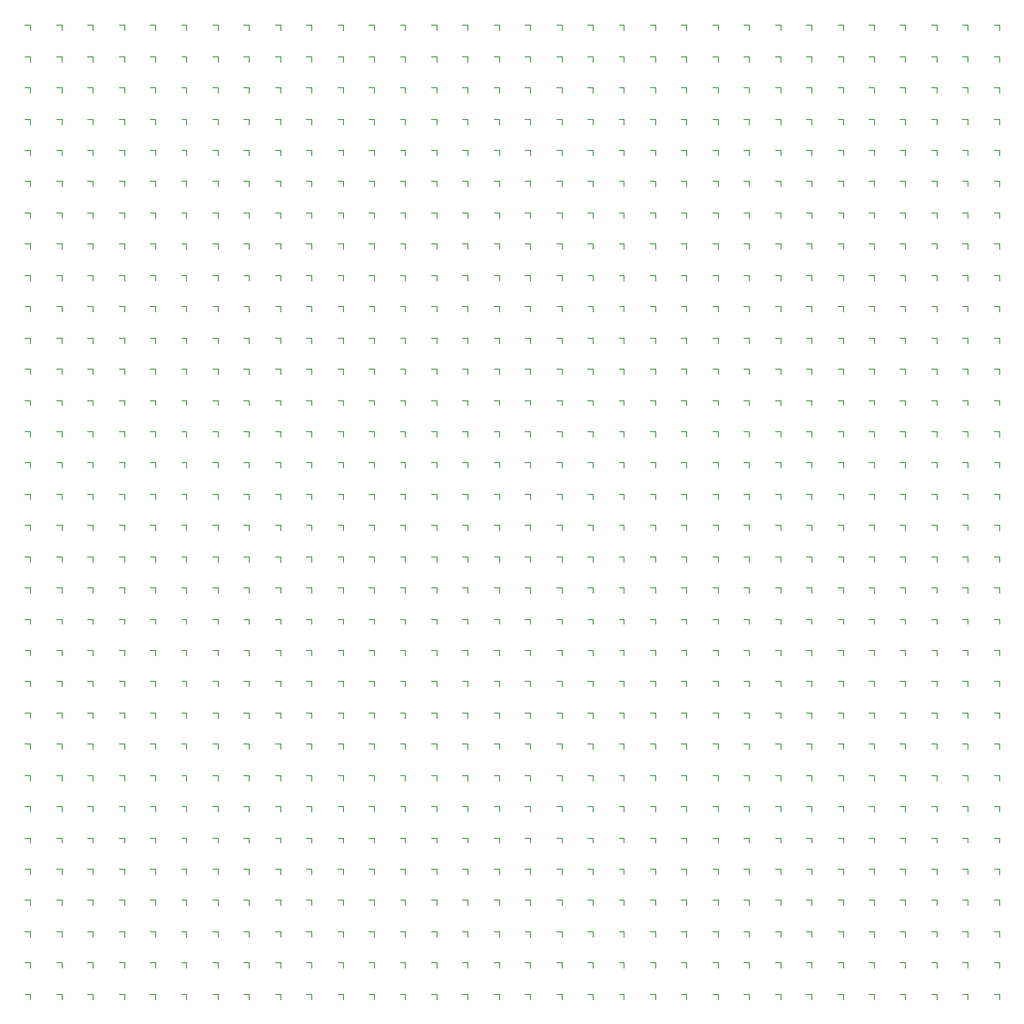
<source format=gbr>
%TF.GenerationSoftware,KiCad,Pcbnew,8.0.2*%
%TF.CreationDate,2024-07-20T19:47:13-05:00*%
%TF.ProjectId,pixel_grid,70697865-6c5f-4677-9269-642e6b696361,rev?*%
%TF.SameCoordinates,Original*%
%TF.FileFunction,Legend,Top*%
%TF.FilePolarity,Positive*%
%FSLAX46Y46*%
G04 Gerber Fmt 4.6, Leading zero omitted, Abs format (unit mm)*
G04 Created by KiCad (PCBNEW 8.0.2) date 2024-07-20 19:47:13*
%MOMM*%
%LPD*%
G01*
G04 APERTURE LIST*
%ADD10C,0.120000*%
%ADD11R,0.650000X0.800000*%
%ADD12C,0.500000*%
G04 APERTURE END LIST*
D10*
%TO.C,D1024*%
X113850000Y-111750000D02*
X113350000Y-111750000D01*
X113850000Y-112250000D02*
X113850000Y-111750000D01*
%TO.C,D1023*%
X110850000Y-111750000D02*
X110350000Y-111750000D01*
X110850000Y-112250000D02*
X110850000Y-111750000D01*
%TO.C,D1022*%
X107850000Y-111750000D02*
X107350000Y-111750000D01*
X107850000Y-112250000D02*
X107850000Y-111750000D01*
%TO.C,D1021*%
X104850000Y-111750000D02*
X104350000Y-111750000D01*
X104850000Y-112250000D02*
X104850000Y-111750000D01*
%TO.C,D1020*%
X101850000Y-111750000D02*
X101350000Y-111750000D01*
X101850000Y-112250000D02*
X101850000Y-111750000D01*
%TO.C,D1019*%
X98850000Y-111750000D02*
X98350000Y-111750000D01*
X98850000Y-112250000D02*
X98850000Y-111750000D01*
%TO.C,D1018*%
X95850000Y-111750000D02*
X95350000Y-111750000D01*
X95850000Y-112250000D02*
X95850000Y-111750000D01*
%TO.C,D1017*%
X92850000Y-111750000D02*
X92350000Y-111750000D01*
X92850000Y-112250000D02*
X92850000Y-111750000D01*
%TO.C,D1016*%
X89850000Y-111750000D02*
X89350000Y-111750000D01*
X89850000Y-112250000D02*
X89850000Y-111750000D01*
%TO.C,D1015*%
X86850000Y-111750000D02*
X86350000Y-111750000D01*
X86850000Y-112250000D02*
X86850000Y-111750000D01*
%TO.C,D1014*%
X83850000Y-111750000D02*
X83350000Y-111750000D01*
X83850000Y-112250000D02*
X83850000Y-111750000D01*
%TO.C,D1013*%
X80850000Y-111750000D02*
X80350000Y-111750000D01*
X80850000Y-112250000D02*
X80850000Y-111750000D01*
%TO.C,D1012*%
X77850000Y-111750000D02*
X77350000Y-111750000D01*
X77850000Y-112250000D02*
X77850000Y-111750000D01*
%TO.C,D1011*%
X74850000Y-111750000D02*
X74350000Y-111750000D01*
X74850000Y-112250000D02*
X74850000Y-111750000D01*
%TO.C,D1010*%
X71850000Y-111750000D02*
X71350000Y-111750000D01*
X71850000Y-112250000D02*
X71850000Y-111750000D01*
%TO.C,D1009*%
X68850000Y-111750000D02*
X68350000Y-111750000D01*
X68850000Y-112250000D02*
X68850000Y-111750000D01*
%TO.C,D1008*%
X65850000Y-111750000D02*
X65350000Y-111750000D01*
X65850000Y-112250000D02*
X65850000Y-111750000D01*
%TO.C,D1007*%
X62850000Y-111750000D02*
X62350000Y-111750000D01*
X62850000Y-112250000D02*
X62850000Y-111750000D01*
%TO.C,D1006*%
X59850000Y-111750000D02*
X59350000Y-111750000D01*
X59850000Y-112250000D02*
X59850000Y-111750000D01*
%TO.C,D1005*%
X56850000Y-111750000D02*
X56350000Y-111750000D01*
X56850000Y-112250000D02*
X56850000Y-111750000D01*
%TO.C,D1004*%
X53850000Y-111750000D02*
X53350000Y-111750000D01*
X53850000Y-112250000D02*
X53850000Y-111750000D01*
%TO.C,D1003*%
X50850000Y-111750000D02*
X50350000Y-111750000D01*
X50850000Y-112250000D02*
X50850000Y-111750000D01*
%TO.C,D1002*%
X47850000Y-111750000D02*
X47350000Y-111750000D01*
X47850000Y-112250000D02*
X47850000Y-111750000D01*
%TO.C,D1001*%
X44850000Y-111750000D02*
X44350000Y-111750000D01*
X44850000Y-112250000D02*
X44850000Y-111750000D01*
%TO.C,D1000*%
X41850000Y-111750000D02*
X41350000Y-111750000D01*
X41850000Y-112250000D02*
X41850000Y-111750000D01*
%TO.C,D999*%
X38850000Y-111750000D02*
X38350000Y-111750000D01*
X38850000Y-112250000D02*
X38850000Y-111750000D01*
%TO.C,D998*%
X35850000Y-111750000D02*
X35350000Y-111750000D01*
X35850000Y-112250000D02*
X35850000Y-111750000D01*
%TO.C,D997*%
X32850000Y-111750000D02*
X32350000Y-111750000D01*
X32850000Y-112250000D02*
X32850000Y-111750000D01*
%TO.C,D996*%
X29850000Y-111750000D02*
X29350000Y-111750000D01*
X29850000Y-112250000D02*
X29850000Y-111750000D01*
%TO.C,D995*%
X26850000Y-111750000D02*
X26350000Y-111750000D01*
X26850000Y-112250000D02*
X26850000Y-111750000D01*
%TO.C,D994*%
X23850000Y-111750000D02*
X23350000Y-111750000D01*
X23850000Y-112250000D02*
X23850000Y-111750000D01*
%TO.C,D993*%
X20850000Y-111750000D02*
X20350000Y-111750000D01*
X20850000Y-112250000D02*
X20850000Y-111750000D01*
%TO.C,D992*%
X113850000Y-108750000D02*
X113350000Y-108750000D01*
X113850000Y-109250000D02*
X113850000Y-108750000D01*
%TO.C,D991*%
X110850000Y-108750000D02*
X110350000Y-108750000D01*
X110850000Y-109250000D02*
X110850000Y-108750000D01*
%TO.C,D990*%
X107850000Y-108750000D02*
X107350000Y-108750000D01*
X107850000Y-109250000D02*
X107850000Y-108750000D01*
%TO.C,D989*%
X104850000Y-108750000D02*
X104350000Y-108750000D01*
X104850000Y-109250000D02*
X104850000Y-108750000D01*
%TO.C,D988*%
X101850000Y-108750000D02*
X101350000Y-108750000D01*
X101850000Y-109250000D02*
X101850000Y-108750000D01*
%TO.C,D987*%
X98850000Y-108750000D02*
X98350000Y-108750000D01*
X98850000Y-109250000D02*
X98850000Y-108750000D01*
%TO.C,D986*%
X95850000Y-108750000D02*
X95350000Y-108750000D01*
X95850000Y-109250000D02*
X95850000Y-108750000D01*
%TO.C,D985*%
X92850000Y-108750000D02*
X92350000Y-108750000D01*
X92850000Y-109250000D02*
X92850000Y-108750000D01*
%TO.C,D984*%
X89850000Y-108750000D02*
X89350000Y-108750000D01*
X89850000Y-109250000D02*
X89850000Y-108750000D01*
%TO.C,D983*%
X86850000Y-108750000D02*
X86350000Y-108750000D01*
X86850000Y-109250000D02*
X86850000Y-108750000D01*
%TO.C,D982*%
X83850000Y-108750000D02*
X83350000Y-108750000D01*
X83850000Y-109250000D02*
X83850000Y-108750000D01*
%TO.C,D981*%
X80850000Y-108750000D02*
X80350000Y-108750000D01*
X80850000Y-109250000D02*
X80850000Y-108750000D01*
%TO.C,D980*%
X77850000Y-108750000D02*
X77350000Y-108750000D01*
X77850000Y-109250000D02*
X77850000Y-108750000D01*
%TO.C,D979*%
X74850000Y-108750000D02*
X74350000Y-108750000D01*
X74850000Y-109250000D02*
X74850000Y-108750000D01*
%TO.C,D978*%
X71850000Y-108750000D02*
X71350000Y-108750000D01*
X71850000Y-109250000D02*
X71850000Y-108750000D01*
%TO.C,D977*%
X68850000Y-108750000D02*
X68350000Y-108750000D01*
X68850000Y-109250000D02*
X68850000Y-108750000D01*
%TO.C,D976*%
X65850000Y-108750000D02*
X65350000Y-108750000D01*
X65850000Y-109250000D02*
X65850000Y-108750000D01*
%TO.C,D975*%
X62850000Y-108750000D02*
X62350000Y-108750000D01*
X62850000Y-109250000D02*
X62850000Y-108750000D01*
%TO.C,D974*%
X59850000Y-108750000D02*
X59350000Y-108750000D01*
X59850000Y-109250000D02*
X59850000Y-108750000D01*
%TO.C,D973*%
X56850000Y-108750000D02*
X56350000Y-108750000D01*
X56850000Y-109250000D02*
X56850000Y-108750000D01*
%TO.C,D972*%
X53850000Y-108750000D02*
X53350000Y-108750000D01*
X53850000Y-109250000D02*
X53850000Y-108750000D01*
%TO.C,D971*%
X50850000Y-108750000D02*
X50350000Y-108750000D01*
X50850000Y-109250000D02*
X50850000Y-108750000D01*
%TO.C,D970*%
X47850000Y-108750000D02*
X47350000Y-108750000D01*
X47850000Y-109250000D02*
X47850000Y-108750000D01*
%TO.C,D969*%
X44850000Y-108750000D02*
X44350000Y-108750000D01*
X44850000Y-109250000D02*
X44850000Y-108750000D01*
%TO.C,D968*%
X41850000Y-108750000D02*
X41350000Y-108750000D01*
X41850000Y-109250000D02*
X41850000Y-108750000D01*
%TO.C,D967*%
X38850000Y-108750000D02*
X38350000Y-108750000D01*
X38850000Y-109250000D02*
X38850000Y-108750000D01*
%TO.C,D966*%
X35850000Y-108750000D02*
X35350000Y-108750000D01*
X35850000Y-109250000D02*
X35850000Y-108750000D01*
%TO.C,D965*%
X32850000Y-108750000D02*
X32350000Y-108750000D01*
X32850000Y-109250000D02*
X32850000Y-108750000D01*
%TO.C,D964*%
X29850000Y-108750000D02*
X29350000Y-108750000D01*
X29850000Y-109250000D02*
X29850000Y-108750000D01*
%TO.C,D963*%
X26850000Y-108750000D02*
X26350000Y-108750000D01*
X26850000Y-109250000D02*
X26850000Y-108750000D01*
%TO.C,D962*%
X23850000Y-108750000D02*
X23350000Y-108750000D01*
X23850000Y-109250000D02*
X23850000Y-108750000D01*
%TO.C,D961*%
X20850000Y-108750000D02*
X20350000Y-108750000D01*
X20850000Y-109250000D02*
X20850000Y-108750000D01*
%TO.C,D960*%
X113850000Y-105750000D02*
X113350000Y-105750000D01*
X113850000Y-106250000D02*
X113850000Y-105750000D01*
%TO.C,D959*%
X110850000Y-105750000D02*
X110350000Y-105750000D01*
X110850000Y-106250000D02*
X110850000Y-105750000D01*
%TO.C,D958*%
X107850000Y-105750000D02*
X107350000Y-105750000D01*
X107850000Y-106250000D02*
X107850000Y-105750000D01*
%TO.C,D957*%
X104850000Y-105750000D02*
X104350000Y-105750000D01*
X104850000Y-106250000D02*
X104850000Y-105750000D01*
%TO.C,D956*%
X101850000Y-105750000D02*
X101350000Y-105750000D01*
X101850000Y-106250000D02*
X101850000Y-105750000D01*
%TO.C,D955*%
X98850000Y-105750000D02*
X98350000Y-105750000D01*
X98850000Y-106250000D02*
X98850000Y-105750000D01*
%TO.C,D954*%
X95850000Y-105750000D02*
X95350000Y-105750000D01*
X95850000Y-106250000D02*
X95850000Y-105750000D01*
%TO.C,D953*%
X92850000Y-105750000D02*
X92350000Y-105750000D01*
X92850000Y-106250000D02*
X92850000Y-105750000D01*
%TO.C,D952*%
X89850000Y-105750000D02*
X89350000Y-105750000D01*
X89850000Y-106250000D02*
X89850000Y-105750000D01*
%TO.C,D951*%
X86850000Y-105750000D02*
X86350000Y-105750000D01*
X86850000Y-106250000D02*
X86850000Y-105750000D01*
%TO.C,D950*%
X83850000Y-105750000D02*
X83350000Y-105750000D01*
X83850000Y-106250000D02*
X83850000Y-105750000D01*
%TO.C,D949*%
X80850000Y-105750000D02*
X80350000Y-105750000D01*
X80850000Y-106250000D02*
X80850000Y-105750000D01*
%TO.C,D948*%
X77850000Y-105750000D02*
X77350000Y-105750000D01*
X77850000Y-106250000D02*
X77850000Y-105750000D01*
%TO.C,D947*%
X74850000Y-105750000D02*
X74350000Y-105750000D01*
X74850000Y-106250000D02*
X74850000Y-105750000D01*
%TO.C,D946*%
X71850000Y-105750000D02*
X71350000Y-105750000D01*
X71850000Y-106250000D02*
X71850000Y-105750000D01*
%TO.C,D945*%
X68850000Y-105750000D02*
X68350000Y-105750000D01*
X68850000Y-106250000D02*
X68850000Y-105750000D01*
%TO.C,D944*%
X65850000Y-105750000D02*
X65350000Y-105750000D01*
X65850000Y-106250000D02*
X65850000Y-105750000D01*
%TO.C,D943*%
X62850000Y-105750000D02*
X62350000Y-105750000D01*
X62850000Y-106250000D02*
X62850000Y-105750000D01*
%TO.C,D942*%
X59850000Y-105750000D02*
X59350000Y-105750000D01*
X59850000Y-106250000D02*
X59850000Y-105750000D01*
%TO.C,D941*%
X56850000Y-105750000D02*
X56350000Y-105750000D01*
X56850000Y-106250000D02*
X56850000Y-105750000D01*
%TO.C,D940*%
X53850000Y-105750000D02*
X53350000Y-105750000D01*
X53850000Y-106250000D02*
X53850000Y-105750000D01*
%TO.C,D939*%
X50850000Y-105750000D02*
X50350000Y-105750000D01*
X50850000Y-106250000D02*
X50850000Y-105750000D01*
%TO.C,D938*%
X47850000Y-105750000D02*
X47350000Y-105750000D01*
X47850000Y-106250000D02*
X47850000Y-105750000D01*
%TO.C,D937*%
X44850000Y-105750000D02*
X44350000Y-105750000D01*
X44850000Y-106250000D02*
X44850000Y-105750000D01*
%TO.C,D936*%
X41850000Y-105750000D02*
X41350000Y-105750000D01*
X41850000Y-106250000D02*
X41850000Y-105750000D01*
%TO.C,D935*%
X38850000Y-105750000D02*
X38350000Y-105750000D01*
X38850000Y-106250000D02*
X38850000Y-105750000D01*
%TO.C,D934*%
X35850000Y-105750000D02*
X35350000Y-105750000D01*
X35850000Y-106250000D02*
X35850000Y-105750000D01*
%TO.C,D933*%
X32850000Y-105750000D02*
X32350000Y-105750000D01*
X32850000Y-106250000D02*
X32850000Y-105750000D01*
%TO.C,D932*%
X29850000Y-105750000D02*
X29350000Y-105750000D01*
X29850000Y-106250000D02*
X29850000Y-105750000D01*
%TO.C,D931*%
X26850000Y-105750000D02*
X26350000Y-105750000D01*
X26850000Y-106250000D02*
X26850000Y-105750000D01*
%TO.C,D930*%
X23850000Y-105750000D02*
X23350000Y-105750000D01*
X23850000Y-106250000D02*
X23850000Y-105750000D01*
%TO.C,D929*%
X20850000Y-105750000D02*
X20350000Y-105750000D01*
X20850000Y-106250000D02*
X20850000Y-105750000D01*
%TO.C,D928*%
X113850000Y-102750000D02*
X113350000Y-102750000D01*
X113850000Y-103250000D02*
X113850000Y-102750000D01*
%TO.C,D927*%
X110850000Y-102750000D02*
X110350000Y-102750000D01*
X110850000Y-103250000D02*
X110850000Y-102750000D01*
%TO.C,D926*%
X107850000Y-102750000D02*
X107350000Y-102750000D01*
X107850000Y-103250000D02*
X107850000Y-102750000D01*
%TO.C,D925*%
X104850000Y-102750000D02*
X104350000Y-102750000D01*
X104850000Y-103250000D02*
X104850000Y-102750000D01*
%TO.C,D924*%
X101850000Y-102750000D02*
X101350000Y-102750000D01*
X101850000Y-103250000D02*
X101850000Y-102750000D01*
%TO.C,D923*%
X98850000Y-102750000D02*
X98350000Y-102750000D01*
X98850000Y-103250000D02*
X98850000Y-102750000D01*
%TO.C,D922*%
X95850000Y-102750000D02*
X95350000Y-102750000D01*
X95850000Y-103250000D02*
X95850000Y-102750000D01*
%TO.C,D921*%
X92850000Y-102750000D02*
X92350000Y-102750000D01*
X92850000Y-103250000D02*
X92850000Y-102750000D01*
%TO.C,D920*%
X89850000Y-102750000D02*
X89350000Y-102750000D01*
X89850000Y-103250000D02*
X89850000Y-102750000D01*
%TO.C,D919*%
X86850000Y-102750000D02*
X86350000Y-102750000D01*
X86850000Y-103250000D02*
X86850000Y-102750000D01*
%TO.C,D918*%
X83850000Y-102750000D02*
X83350000Y-102750000D01*
X83850000Y-103250000D02*
X83850000Y-102750000D01*
%TO.C,D917*%
X80850000Y-102750000D02*
X80350000Y-102750000D01*
X80850000Y-103250000D02*
X80850000Y-102750000D01*
%TO.C,D916*%
X77850000Y-102750000D02*
X77350000Y-102750000D01*
X77850000Y-103250000D02*
X77850000Y-102750000D01*
%TO.C,D915*%
X74850000Y-102750000D02*
X74350000Y-102750000D01*
X74850000Y-103250000D02*
X74850000Y-102750000D01*
%TO.C,D914*%
X71850000Y-102750000D02*
X71350000Y-102750000D01*
X71850000Y-103250000D02*
X71850000Y-102750000D01*
%TO.C,D913*%
X68850000Y-102750000D02*
X68350000Y-102750000D01*
X68850000Y-103250000D02*
X68850000Y-102750000D01*
%TO.C,D912*%
X65850000Y-102750000D02*
X65350000Y-102750000D01*
X65850000Y-103250000D02*
X65850000Y-102750000D01*
%TO.C,D911*%
X62850000Y-102750000D02*
X62350000Y-102750000D01*
X62850000Y-103250000D02*
X62850000Y-102750000D01*
%TO.C,D910*%
X59850000Y-102750000D02*
X59350000Y-102750000D01*
X59850000Y-103250000D02*
X59850000Y-102750000D01*
%TO.C,D909*%
X56850000Y-102750000D02*
X56350000Y-102750000D01*
X56850000Y-103250000D02*
X56850000Y-102750000D01*
%TO.C,D908*%
X53850000Y-102750000D02*
X53350000Y-102750000D01*
X53850000Y-103250000D02*
X53850000Y-102750000D01*
%TO.C,D907*%
X50850000Y-102750000D02*
X50350000Y-102750000D01*
X50850000Y-103250000D02*
X50850000Y-102750000D01*
%TO.C,D906*%
X47850000Y-102750000D02*
X47350000Y-102750000D01*
X47850000Y-103250000D02*
X47850000Y-102750000D01*
%TO.C,D905*%
X44850000Y-102750000D02*
X44350000Y-102750000D01*
X44850000Y-103250000D02*
X44850000Y-102750000D01*
%TO.C,D904*%
X41850000Y-102750000D02*
X41350000Y-102750000D01*
X41850000Y-103250000D02*
X41850000Y-102750000D01*
%TO.C,D903*%
X38850000Y-102750000D02*
X38350000Y-102750000D01*
X38850000Y-103250000D02*
X38850000Y-102750000D01*
%TO.C,D902*%
X35850000Y-102750000D02*
X35350000Y-102750000D01*
X35850000Y-103250000D02*
X35850000Y-102750000D01*
%TO.C,D901*%
X32850000Y-102750000D02*
X32350000Y-102750000D01*
X32850000Y-103250000D02*
X32850000Y-102750000D01*
%TO.C,D900*%
X29850000Y-102750000D02*
X29350000Y-102750000D01*
X29850000Y-103250000D02*
X29850000Y-102750000D01*
%TO.C,D899*%
X26850000Y-102750000D02*
X26350000Y-102750000D01*
X26850000Y-103250000D02*
X26850000Y-102750000D01*
%TO.C,D898*%
X23850000Y-102750000D02*
X23350000Y-102750000D01*
X23850000Y-103250000D02*
X23850000Y-102750000D01*
%TO.C,D897*%
X20850000Y-102750000D02*
X20350000Y-102750000D01*
X20850000Y-103250000D02*
X20850000Y-102750000D01*
%TO.C,D896*%
X113850000Y-99750000D02*
X113350000Y-99750000D01*
X113850000Y-100250000D02*
X113850000Y-99750000D01*
%TO.C,D895*%
X110850000Y-99750000D02*
X110350000Y-99750000D01*
X110850000Y-100250000D02*
X110850000Y-99750000D01*
%TO.C,D894*%
X107850000Y-99750000D02*
X107350000Y-99750000D01*
X107850000Y-100250000D02*
X107850000Y-99750000D01*
%TO.C,D893*%
X104850000Y-99750000D02*
X104350000Y-99750000D01*
X104850000Y-100250000D02*
X104850000Y-99750000D01*
%TO.C,D892*%
X101850000Y-99750000D02*
X101350000Y-99750000D01*
X101850000Y-100250000D02*
X101850000Y-99750000D01*
%TO.C,D891*%
X98850000Y-99750000D02*
X98350000Y-99750000D01*
X98850000Y-100250000D02*
X98850000Y-99750000D01*
%TO.C,D890*%
X95850000Y-99750000D02*
X95350000Y-99750000D01*
X95850000Y-100250000D02*
X95850000Y-99750000D01*
%TO.C,D889*%
X92850000Y-99750000D02*
X92350000Y-99750000D01*
X92850000Y-100250000D02*
X92850000Y-99750000D01*
%TO.C,D888*%
X89850000Y-99750000D02*
X89350000Y-99750000D01*
X89850000Y-100250000D02*
X89850000Y-99750000D01*
%TO.C,D887*%
X86850000Y-99750000D02*
X86350000Y-99750000D01*
X86850000Y-100250000D02*
X86850000Y-99750000D01*
%TO.C,D886*%
X83850000Y-99750000D02*
X83350000Y-99750000D01*
X83850000Y-100250000D02*
X83850000Y-99750000D01*
%TO.C,D885*%
X80850000Y-99750000D02*
X80350000Y-99750000D01*
X80850000Y-100250000D02*
X80850000Y-99750000D01*
%TO.C,D884*%
X77850000Y-99750000D02*
X77350000Y-99750000D01*
X77850000Y-100250000D02*
X77850000Y-99750000D01*
%TO.C,D883*%
X74850000Y-99750000D02*
X74350000Y-99750000D01*
X74850000Y-100250000D02*
X74850000Y-99750000D01*
%TO.C,D882*%
X71850000Y-99750000D02*
X71350000Y-99750000D01*
X71850000Y-100250000D02*
X71850000Y-99750000D01*
%TO.C,D881*%
X68850000Y-99750000D02*
X68350000Y-99750000D01*
X68850000Y-100250000D02*
X68850000Y-99750000D01*
%TO.C,D880*%
X65850000Y-99750000D02*
X65350000Y-99750000D01*
X65850000Y-100250000D02*
X65850000Y-99750000D01*
%TO.C,D879*%
X62850000Y-99750000D02*
X62350000Y-99750000D01*
X62850000Y-100250000D02*
X62850000Y-99750000D01*
%TO.C,D878*%
X59850000Y-99750000D02*
X59350000Y-99750000D01*
X59850000Y-100250000D02*
X59850000Y-99750000D01*
%TO.C,D877*%
X56850000Y-99750000D02*
X56350000Y-99750000D01*
X56850000Y-100250000D02*
X56850000Y-99750000D01*
%TO.C,D876*%
X53850000Y-99750000D02*
X53350000Y-99750000D01*
X53850000Y-100250000D02*
X53850000Y-99750000D01*
%TO.C,D875*%
X50850000Y-99750000D02*
X50350000Y-99750000D01*
X50850000Y-100250000D02*
X50850000Y-99750000D01*
%TO.C,D874*%
X47850000Y-99750000D02*
X47350000Y-99750000D01*
X47850000Y-100250000D02*
X47850000Y-99750000D01*
%TO.C,D873*%
X44850000Y-99750000D02*
X44350000Y-99750000D01*
X44850000Y-100250000D02*
X44850000Y-99750000D01*
%TO.C,D872*%
X41850000Y-99750000D02*
X41350000Y-99750000D01*
X41850000Y-100250000D02*
X41850000Y-99750000D01*
%TO.C,D871*%
X38850000Y-99750000D02*
X38350000Y-99750000D01*
X38850000Y-100250000D02*
X38850000Y-99750000D01*
%TO.C,D870*%
X35850000Y-99750000D02*
X35350000Y-99750000D01*
X35850000Y-100250000D02*
X35850000Y-99750000D01*
%TO.C,D869*%
X32850000Y-99750000D02*
X32350000Y-99750000D01*
X32850000Y-100250000D02*
X32850000Y-99750000D01*
%TO.C,D868*%
X29850000Y-99750000D02*
X29350000Y-99750000D01*
X29850000Y-100250000D02*
X29850000Y-99750000D01*
%TO.C,D867*%
X26850000Y-99750000D02*
X26350000Y-99750000D01*
X26850000Y-100250000D02*
X26850000Y-99750000D01*
%TO.C,D866*%
X23850000Y-99750000D02*
X23350000Y-99750000D01*
X23850000Y-100250000D02*
X23850000Y-99750000D01*
%TO.C,D865*%
X20850000Y-99750000D02*
X20350000Y-99750000D01*
X20850000Y-100250000D02*
X20850000Y-99750000D01*
%TO.C,D864*%
X113850000Y-96750000D02*
X113350000Y-96750000D01*
X113850000Y-97250000D02*
X113850000Y-96750000D01*
%TO.C,D863*%
X110850000Y-96750000D02*
X110350000Y-96750000D01*
X110850000Y-97250000D02*
X110850000Y-96750000D01*
%TO.C,D862*%
X107850000Y-96750000D02*
X107350000Y-96750000D01*
X107850000Y-97250000D02*
X107850000Y-96750000D01*
%TO.C,D861*%
X104850000Y-96750000D02*
X104350000Y-96750000D01*
X104850000Y-97250000D02*
X104850000Y-96750000D01*
%TO.C,D860*%
X101850000Y-96750000D02*
X101350000Y-96750000D01*
X101850000Y-97250000D02*
X101850000Y-96750000D01*
%TO.C,D859*%
X98850000Y-96750000D02*
X98350000Y-96750000D01*
X98850000Y-97250000D02*
X98850000Y-96750000D01*
%TO.C,D858*%
X95850000Y-96750000D02*
X95350000Y-96750000D01*
X95850000Y-97250000D02*
X95850000Y-96750000D01*
%TO.C,D857*%
X92850000Y-96750000D02*
X92350000Y-96750000D01*
X92850000Y-97250000D02*
X92850000Y-96750000D01*
%TO.C,D856*%
X89850000Y-96750000D02*
X89350000Y-96750000D01*
X89850000Y-97250000D02*
X89850000Y-96750000D01*
%TO.C,D855*%
X86850000Y-96750000D02*
X86350000Y-96750000D01*
X86850000Y-97250000D02*
X86850000Y-96750000D01*
%TO.C,D854*%
X83850000Y-96750000D02*
X83350000Y-96750000D01*
X83850000Y-97250000D02*
X83850000Y-96750000D01*
%TO.C,D853*%
X80850000Y-96750000D02*
X80350000Y-96750000D01*
X80850000Y-97250000D02*
X80850000Y-96750000D01*
%TO.C,D852*%
X77850000Y-96750000D02*
X77350000Y-96750000D01*
X77850000Y-97250000D02*
X77850000Y-96750000D01*
%TO.C,D851*%
X74850000Y-96750000D02*
X74350000Y-96750000D01*
X74850000Y-97250000D02*
X74850000Y-96750000D01*
%TO.C,D850*%
X71850000Y-96750000D02*
X71350000Y-96750000D01*
X71850000Y-97250000D02*
X71850000Y-96750000D01*
%TO.C,D849*%
X68850000Y-96750000D02*
X68350000Y-96750000D01*
X68850000Y-97250000D02*
X68850000Y-96750000D01*
%TO.C,D848*%
X65850000Y-96750000D02*
X65350000Y-96750000D01*
X65850000Y-97250000D02*
X65850000Y-96750000D01*
%TO.C,D847*%
X62850000Y-96750000D02*
X62350000Y-96750000D01*
X62850000Y-97250000D02*
X62850000Y-96750000D01*
%TO.C,D846*%
X59850000Y-96750000D02*
X59350000Y-96750000D01*
X59850000Y-97250000D02*
X59850000Y-96750000D01*
%TO.C,D845*%
X56850000Y-96750000D02*
X56350000Y-96750000D01*
X56850000Y-97250000D02*
X56850000Y-96750000D01*
%TO.C,D844*%
X53850000Y-96750000D02*
X53350000Y-96750000D01*
X53850000Y-97250000D02*
X53850000Y-96750000D01*
%TO.C,D843*%
X50850000Y-96750000D02*
X50350000Y-96750000D01*
X50850000Y-97250000D02*
X50850000Y-96750000D01*
%TO.C,D842*%
X47850000Y-96750000D02*
X47350000Y-96750000D01*
X47850000Y-97250000D02*
X47850000Y-96750000D01*
%TO.C,D841*%
X44850000Y-96750000D02*
X44350000Y-96750000D01*
X44850000Y-97250000D02*
X44850000Y-96750000D01*
%TO.C,D840*%
X41850000Y-96750000D02*
X41350000Y-96750000D01*
X41850000Y-97250000D02*
X41850000Y-96750000D01*
%TO.C,D839*%
X38850000Y-96750000D02*
X38350000Y-96750000D01*
X38850000Y-97250000D02*
X38850000Y-96750000D01*
%TO.C,D838*%
X35850000Y-96750000D02*
X35350000Y-96750000D01*
X35850000Y-97250000D02*
X35850000Y-96750000D01*
%TO.C,D837*%
X32850000Y-96750000D02*
X32350000Y-96750000D01*
X32850000Y-97250000D02*
X32850000Y-96750000D01*
%TO.C,D836*%
X29850000Y-96750000D02*
X29350000Y-96750000D01*
X29850000Y-97250000D02*
X29850000Y-96750000D01*
%TO.C,D835*%
X26850000Y-96750000D02*
X26350000Y-96750000D01*
X26850000Y-97250000D02*
X26850000Y-96750000D01*
%TO.C,D834*%
X23850000Y-96750000D02*
X23350000Y-96750000D01*
X23850000Y-97250000D02*
X23850000Y-96750000D01*
%TO.C,D833*%
X20850000Y-96750000D02*
X20350000Y-96750000D01*
X20850000Y-97250000D02*
X20850000Y-96750000D01*
%TO.C,D832*%
X113850000Y-93750000D02*
X113350000Y-93750000D01*
X113850000Y-94250000D02*
X113850000Y-93750000D01*
%TO.C,D831*%
X110850000Y-93750000D02*
X110350000Y-93750000D01*
X110850000Y-94250000D02*
X110850000Y-93750000D01*
%TO.C,D830*%
X107850000Y-93750000D02*
X107350000Y-93750000D01*
X107850000Y-94250000D02*
X107850000Y-93750000D01*
%TO.C,D829*%
X104850000Y-93750000D02*
X104350000Y-93750000D01*
X104850000Y-94250000D02*
X104850000Y-93750000D01*
%TO.C,D828*%
X101850000Y-93750000D02*
X101350000Y-93750000D01*
X101850000Y-94250000D02*
X101850000Y-93750000D01*
%TO.C,D827*%
X98850000Y-93750000D02*
X98350000Y-93750000D01*
X98850000Y-94250000D02*
X98850000Y-93750000D01*
%TO.C,D826*%
X95850000Y-93750000D02*
X95350000Y-93750000D01*
X95850000Y-94250000D02*
X95850000Y-93750000D01*
%TO.C,D825*%
X92850000Y-93750000D02*
X92350000Y-93750000D01*
X92850000Y-94250000D02*
X92850000Y-93750000D01*
%TO.C,D824*%
X89850000Y-93750000D02*
X89350000Y-93750000D01*
X89850000Y-94250000D02*
X89850000Y-93750000D01*
%TO.C,D823*%
X86850000Y-93750000D02*
X86350000Y-93750000D01*
X86850000Y-94250000D02*
X86850000Y-93750000D01*
%TO.C,D822*%
X83850000Y-93750000D02*
X83350000Y-93750000D01*
X83850000Y-94250000D02*
X83850000Y-93750000D01*
%TO.C,D821*%
X80850000Y-93750000D02*
X80350000Y-93750000D01*
X80850000Y-94250000D02*
X80850000Y-93750000D01*
%TO.C,D820*%
X77850000Y-93750000D02*
X77350000Y-93750000D01*
X77850000Y-94250000D02*
X77850000Y-93750000D01*
%TO.C,D819*%
X74850000Y-93750000D02*
X74350000Y-93750000D01*
X74850000Y-94250000D02*
X74850000Y-93750000D01*
%TO.C,D818*%
X71850000Y-93750000D02*
X71350000Y-93750000D01*
X71850000Y-94250000D02*
X71850000Y-93750000D01*
%TO.C,D817*%
X68850000Y-93750000D02*
X68350000Y-93750000D01*
X68850000Y-94250000D02*
X68850000Y-93750000D01*
%TO.C,D816*%
X65850000Y-93750000D02*
X65350000Y-93750000D01*
X65850000Y-94250000D02*
X65850000Y-93750000D01*
%TO.C,D815*%
X62850000Y-93750000D02*
X62350000Y-93750000D01*
X62850000Y-94250000D02*
X62850000Y-93750000D01*
%TO.C,D814*%
X59850000Y-93750000D02*
X59350000Y-93750000D01*
X59850000Y-94250000D02*
X59850000Y-93750000D01*
%TO.C,D813*%
X56850000Y-93750000D02*
X56350000Y-93750000D01*
X56850000Y-94250000D02*
X56850000Y-93750000D01*
%TO.C,D812*%
X53850000Y-93750000D02*
X53350000Y-93750000D01*
X53850000Y-94250000D02*
X53850000Y-93750000D01*
%TO.C,D811*%
X50850000Y-93750000D02*
X50350000Y-93750000D01*
X50850000Y-94250000D02*
X50850000Y-93750000D01*
%TO.C,D810*%
X47850000Y-93750000D02*
X47350000Y-93750000D01*
X47850000Y-94250000D02*
X47850000Y-93750000D01*
%TO.C,D809*%
X44850000Y-93750000D02*
X44350000Y-93750000D01*
X44850000Y-94250000D02*
X44850000Y-93750000D01*
%TO.C,D808*%
X41850000Y-93750000D02*
X41350000Y-93750000D01*
X41850000Y-94250000D02*
X41850000Y-93750000D01*
%TO.C,D807*%
X38850000Y-93750000D02*
X38350000Y-93750000D01*
X38850000Y-94250000D02*
X38850000Y-93750000D01*
%TO.C,D806*%
X35850000Y-93750000D02*
X35350000Y-93750000D01*
X35850000Y-94250000D02*
X35850000Y-93750000D01*
%TO.C,D805*%
X32850000Y-93750000D02*
X32350000Y-93750000D01*
X32850000Y-94250000D02*
X32850000Y-93750000D01*
%TO.C,D804*%
X29850000Y-93750000D02*
X29350000Y-93750000D01*
X29850000Y-94250000D02*
X29850000Y-93750000D01*
%TO.C,D803*%
X26850000Y-93750000D02*
X26350000Y-93750000D01*
X26850000Y-94250000D02*
X26850000Y-93750000D01*
%TO.C,D802*%
X23850000Y-93750000D02*
X23350000Y-93750000D01*
X23850000Y-94250000D02*
X23850000Y-93750000D01*
%TO.C,D801*%
X20850000Y-93750000D02*
X20350000Y-93750000D01*
X20850000Y-94250000D02*
X20850000Y-93750000D01*
%TO.C,D800*%
X113850000Y-90750000D02*
X113350000Y-90750000D01*
X113850000Y-91250000D02*
X113850000Y-90750000D01*
%TO.C,D799*%
X110850000Y-90750000D02*
X110350000Y-90750000D01*
X110850000Y-91250000D02*
X110850000Y-90750000D01*
%TO.C,D798*%
X107850000Y-90750000D02*
X107350000Y-90750000D01*
X107850000Y-91250000D02*
X107850000Y-90750000D01*
%TO.C,D797*%
X104850000Y-90750000D02*
X104350000Y-90750000D01*
X104850000Y-91250000D02*
X104850000Y-90750000D01*
%TO.C,D796*%
X101850000Y-90750000D02*
X101350000Y-90750000D01*
X101850000Y-91250000D02*
X101850000Y-90750000D01*
%TO.C,D795*%
X98850000Y-90750000D02*
X98350000Y-90750000D01*
X98850000Y-91250000D02*
X98850000Y-90750000D01*
%TO.C,D794*%
X95850000Y-90750000D02*
X95350000Y-90750000D01*
X95850000Y-91250000D02*
X95850000Y-90750000D01*
%TO.C,D793*%
X92850000Y-90750000D02*
X92350000Y-90750000D01*
X92850000Y-91250000D02*
X92850000Y-90750000D01*
%TO.C,D792*%
X89850000Y-90750000D02*
X89350000Y-90750000D01*
X89850000Y-91250000D02*
X89850000Y-90750000D01*
%TO.C,D791*%
X86850000Y-90750000D02*
X86350000Y-90750000D01*
X86850000Y-91250000D02*
X86850000Y-90750000D01*
%TO.C,D790*%
X83850000Y-90750000D02*
X83350000Y-90750000D01*
X83850000Y-91250000D02*
X83850000Y-90750000D01*
%TO.C,D789*%
X80850000Y-90750000D02*
X80350000Y-90750000D01*
X80850000Y-91250000D02*
X80850000Y-90750000D01*
%TO.C,D788*%
X77850000Y-90750000D02*
X77350000Y-90750000D01*
X77850000Y-91250000D02*
X77850000Y-90750000D01*
%TO.C,D787*%
X74850000Y-90750000D02*
X74350000Y-90750000D01*
X74850000Y-91250000D02*
X74850000Y-90750000D01*
%TO.C,D786*%
X71850000Y-90750000D02*
X71350000Y-90750000D01*
X71850000Y-91250000D02*
X71850000Y-90750000D01*
%TO.C,D785*%
X68850000Y-90750000D02*
X68350000Y-90750000D01*
X68850000Y-91250000D02*
X68850000Y-90750000D01*
%TO.C,D784*%
X65850000Y-90750000D02*
X65350000Y-90750000D01*
X65850000Y-91250000D02*
X65850000Y-90750000D01*
%TO.C,D783*%
X62850000Y-90750000D02*
X62350000Y-90750000D01*
X62850000Y-91250000D02*
X62850000Y-90750000D01*
%TO.C,D782*%
X59850000Y-90750000D02*
X59350000Y-90750000D01*
X59850000Y-91250000D02*
X59850000Y-90750000D01*
%TO.C,D781*%
X56850000Y-90750000D02*
X56350000Y-90750000D01*
X56850000Y-91250000D02*
X56850000Y-90750000D01*
%TO.C,D780*%
X53850000Y-90750000D02*
X53350000Y-90750000D01*
X53850000Y-91250000D02*
X53850000Y-90750000D01*
%TO.C,D779*%
X50850000Y-90750000D02*
X50350000Y-90750000D01*
X50850000Y-91250000D02*
X50850000Y-90750000D01*
%TO.C,D778*%
X47850000Y-90750000D02*
X47350000Y-90750000D01*
X47850000Y-91250000D02*
X47850000Y-90750000D01*
%TO.C,D777*%
X44850000Y-90750000D02*
X44350000Y-90750000D01*
X44850000Y-91250000D02*
X44850000Y-90750000D01*
%TO.C,D776*%
X41850000Y-90750000D02*
X41350000Y-90750000D01*
X41850000Y-91250000D02*
X41850000Y-90750000D01*
%TO.C,D775*%
X38850000Y-90750000D02*
X38350000Y-90750000D01*
X38850000Y-91250000D02*
X38850000Y-90750000D01*
%TO.C,D774*%
X35850000Y-90750000D02*
X35350000Y-90750000D01*
X35850000Y-91250000D02*
X35850000Y-90750000D01*
%TO.C,D773*%
X32850000Y-90750000D02*
X32350000Y-90750000D01*
X32850000Y-91250000D02*
X32850000Y-90750000D01*
%TO.C,D772*%
X29850000Y-90750000D02*
X29350000Y-90750000D01*
X29850000Y-91250000D02*
X29850000Y-90750000D01*
%TO.C,D771*%
X26850000Y-90750000D02*
X26350000Y-90750000D01*
X26850000Y-91250000D02*
X26850000Y-90750000D01*
%TO.C,D770*%
X23850000Y-90750000D02*
X23350000Y-90750000D01*
X23850000Y-91250000D02*
X23850000Y-90750000D01*
%TO.C,D769*%
X20850000Y-90750000D02*
X20350000Y-90750000D01*
X20850000Y-91250000D02*
X20850000Y-90750000D01*
%TO.C,D768*%
X113850000Y-87750000D02*
X113350000Y-87750000D01*
X113850000Y-88250000D02*
X113850000Y-87750000D01*
%TO.C,D767*%
X110850000Y-87750000D02*
X110350000Y-87750000D01*
X110850000Y-88250000D02*
X110850000Y-87750000D01*
%TO.C,D766*%
X107850000Y-87750000D02*
X107350000Y-87750000D01*
X107850000Y-88250000D02*
X107850000Y-87750000D01*
%TO.C,D765*%
X104850000Y-87750000D02*
X104350000Y-87750000D01*
X104850000Y-88250000D02*
X104850000Y-87750000D01*
%TO.C,D764*%
X101850000Y-87750000D02*
X101350000Y-87750000D01*
X101850000Y-88250000D02*
X101850000Y-87750000D01*
%TO.C,D763*%
X98850000Y-87750000D02*
X98350000Y-87750000D01*
X98850000Y-88250000D02*
X98850000Y-87750000D01*
%TO.C,D762*%
X95850000Y-87750000D02*
X95350000Y-87750000D01*
X95850000Y-88250000D02*
X95850000Y-87750000D01*
%TO.C,D761*%
X92850000Y-87750000D02*
X92350000Y-87750000D01*
X92850000Y-88250000D02*
X92850000Y-87750000D01*
%TO.C,D760*%
X89850000Y-87750000D02*
X89350000Y-87750000D01*
X89850000Y-88250000D02*
X89850000Y-87750000D01*
%TO.C,D759*%
X86850000Y-87750000D02*
X86350000Y-87750000D01*
X86850000Y-88250000D02*
X86850000Y-87750000D01*
%TO.C,D758*%
X83850000Y-87750000D02*
X83350000Y-87750000D01*
X83850000Y-88250000D02*
X83850000Y-87750000D01*
%TO.C,D757*%
X80850000Y-87750000D02*
X80350000Y-87750000D01*
X80850000Y-88250000D02*
X80850000Y-87750000D01*
%TO.C,D756*%
X77850000Y-87750000D02*
X77350000Y-87750000D01*
X77850000Y-88250000D02*
X77850000Y-87750000D01*
%TO.C,D755*%
X74850000Y-87750000D02*
X74350000Y-87750000D01*
X74850000Y-88250000D02*
X74850000Y-87750000D01*
%TO.C,D754*%
X71850000Y-87750000D02*
X71350000Y-87750000D01*
X71850000Y-88250000D02*
X71850000Y-87750000D01*
%TO.C,D753*%
X68850000Y-87750000D02*
X68350000Y-87750000D01*
X68850000Y-88250000D02*
X68850000Y-87750000D01*
%TO.C,D752*%
X65850000Y-87750000D02*
X65350000Y-87750000D01*
X65850000Y-88250000D02*
X65850000Y-87750000D01*
%TO.C,D751*%
X62850000Y-87750000D02*
X62350000Y-87750000D01*
X62850000Y-88250000D02*
X62850000Y-87750000D01*
%TO.C,D750*%
X59850000Y-87750000D02*
X59350000Y-87750000D01*
X59850000Y-88250000D02*
X59850000Y-87750000D01*
%TO.C,D749*%
X56850000Y-87750000D02*
X56350000Y-87750000D01*
X56850000Y-88250000D02*
X56850000Y-87750000D01*
%TO.C,D748*%
X53850000Y-87750000D02*
X53350000Y-87750000D01*
X53850000Y-88250000D02*
X53850000Y-87750000D01*
%TO.C,D747*%
X50850000Y-87750000D02*
X50350000Y-87750000D01*
X50850000Y-88250000D02*
X50850000Y-87750000D01*
%TO.C,D746*%
X47850000Y-87750000D02*
X47350000Y-87750000D01*
X47850000Y-88250000D02*
X47850000Y-87750000D01*
%TO.C,D745*%
X44850000Y-87750000D02*
X44350000Y-87750000D01*
X44850000Y-88250000D02*
X44850000Y-87750000D01*
%TO.C,D744*%
X41850000Y-87750000D02*
X41350000Y-87750000D01*
X41850000Y-88250000D02*
X41850000Y-87750000D01*
%TO.C,D743*%
X38850000Y-87750000D02*
X38350000Y-87750000D01*
X38850000Y-88250000D02*
X38850000Y-87750000D01*
%TO.C,D742*%
X35850000Y-87750000D02*
X35350000Y-87750000D01*
X35850000Y-88250000D02*
X35850000Y-87750000D01*
%TO.C,D741*%
X32850000Y-87750000D02*
X32350000Y-87750000D01*
X32850000Y-88250000D02*
X32850000Y-87750000D01*
%TO.C,D740*%
X29850000Y-87750000D02*
X29350000Y-87750000D01*
X29850000Y-88250000D02*
X29850000Y-87750000D01*
%TO.C,D739*%
X26850000Y-87750000D02*
X26350000Y-87750000D01*
X26850000Y-88250000D02*
X26850000Y-87750000D01*
%TO.C,D738*%
X23850000Y-87750000D02*
X23350000Y-87750000D01*
X23850000Y-88250000D02*
X23850000Y-87750000D01*
%TO.C,D737*%
X20850000Y-87750000D02*
X20350000Y-87750000D01*
X20850000Y-88250000D02*
X20850000Y-87750000D01*
%TO.C,D736*%
X113850000Y-84750000D02*
X113350000Y-84750000D01*
X113850000Y-85250000D02*
X113850000Y-84750000D01*
%TO.C,D735*%
X110850000Y-84750000D02*
X110350000Y-84750000D01*
X110850000Y-85250000D02*
X110850000Y-84750000D01*
%TO.C,D734*%
X107850000Y-84750000D02*
X107350000Y-84750000D01*
X107850000Y-85250000D02*
X107850000Y-84750000D01*
%TO.C,D733*%
X104850000Y-84750000D02*
X104350000Y-84750000D01*
X104850000Y-85250000D02*
X104850000Y-84750000D01*
%TO.C,D732*%
X101850000Y-84750000D02*
X101350000Y-84750000D01*
X101850000Y-85250000D02*
X101850000Y-84750000D01*
%TO.C,D731*%
X98850000Y-84750000D02*
X98350000Y-84750000D01*
X98850000Y-85250000D02*
X98850000Y-84750000D01*
%TO.C,D730*%
X95850000Y-84750000D02*
X95350000Y-84750000D01*
X95850000Y-85250000D02*
X95850000Y-84750000D01*
%TO.C,D729*%
X92850000Y-84750000D02*
X92350000Y-84750000D01*
X92850000Y-85250000D02*
X92850000Y-84750000D01*
%TO.C,D728*%
X89850000Y-84750000D02*
X89350000Y-84750000D01*
X89850000Y-85250000D02*
X89850000Y-84750000D01*
%TO.C,D727*%
X86850000Y-84750000D02*
X86350000Y-84750000D01*
X86850000Y-85250000D02*
X86850000Y-84750000D01*
%TO.C,D726*%
X83850000Y-84750000D02*
X83350000Y-84750000D01*
X83850000Y-85250000D02*
X83850000Y-84750000D01*
%TO.C,D725*%
X80850000Y-84750000D02*
X80350000Y-84750000D01*
X80850000Y-85250000D02*
X80850000Y-84750000D01*
%TO.C,D724*%
X77850000Y-84750000D02*
X77350000Y-84750000D01*
X77850000Y-85250000D02*
X77850000Y-84750000D01*
%TO.C,D723*%
X74850000Y-84750000D02*
X74350000Y-84750000D01*
X74850000Y-85250000D02*
X74850000Y-84750000D01*
%TO.C,D722*%
X71850000Y-84750000D02*
X71350000Y-84750000D01*
X71850000Y-85250000D02*
X71850000Y-84750000D01*
%TO.C,D721*%
X68850000Y-84750000D02*
X68350000Y-84750000D01*
X68850000Y-85250000D02*
X68850000Y-84750000D01*
%TO.C,D720*%
X65850000Y-84750000D02*
X65350000Y-84750000D01*
X65850000Y-85250000D02*
X65850000Y-84750000D01*
%TO.C,D719*%
X62850000Y-84750000D02*
X62350000Y-84750000D01*
X62850000Y-85250000D02*
X62850000Y-84750000D01*
%TO.C,D718*%
X59850000Y-84750000D02*
X59350000Y-84750000D01*
X59850000Y-85250000D02*
X59850000Y-84750000D01*
%TO.C,D717*%
X56850000Y-84750000D02*
X56350000Y-84750000D01*
X56850000Y-85250000D02*
X56850000Y-84750000D01*
%TO.C,D716*%
X53850000Y-84750000D02*
X53350000Y-84750000D01*
X53850000Y-85250000D02*
X53850000Y-84750000D01*
%TO.C,D715*%
X50850000Y-84750000D02*
X50350000Y-84750000D01*
X50850000Y-85250000D02*
X50850000Y-84750000D01*
%TO.C,D714*%
X47850000Y-84750000D02*
X47350000Y-84750000D01*
X47850000Y-85250000D02*
X47850000Y-84750000D01*
%TO.C,D713*%
X44850000Y-84750000D02*
X44350000Y-84750000D01*
X44850000Y-85250000D02*
X44850000Y-84750000D01*
%TO.C,D712*%
X41850000Y-84750000D02*
X41350000Y-84750000D01*
X41850000Y-85250000D02*
X41850000Y-84750000D01*
%TO.C,D711*%
X38850000Y-84750000D02*
X38350000Y-84750000D01*
X38850000Y-85250000D02*
X38850000Y-84750000D01*
%TO.C,D710*%
X35850000Y-84750000D02*
X35350000Y-84750000D01*
X35850000Y-85250000D02*
X35850000Y-84750000D01*
%TO.C,D709*%
X32850000Y-84750000D02*
X32350000Y-84750000D01*
X32850000Y-85250000D02*
X32850000Y-84750000D01*
%TO.C,D708*%
X29850000Y-84750000D02*
X29350000Y-84750000D01*
X29850000Y-85250000D02*
X29850000Y-84750000D01*
%TO.C,D707*%
X26850000Y-84750000D02*
X26350000Y-84750000D01*
X26850000Y-85250000D02*
X26850000Y-84750000D01*
%TO.C,D706*%
X23850000Y-84750000D02*
X23350000Y-84750000D01*
X23850000Y-85250000D02*
X23850000Y-84750000D01*
%TO.C,D705*%
X20850000Y-84750000D02*
X20350000Y-84750000D01*
X20850000Y-85250000D02*
X20850000Y-84750000D01*
%TO.C,D704*%
X113850000Y-81750000D02*
X113350000Y-81750000D01*
X113850000Y-82250000D02*
X113850000Y-81750000D01*
%TO.C,D703*%
X110850000Y-81750000D02*
X110350000Y-81750000D01*
X110850000Y-82250000D02*
X110850000Y-81750000D01*
%TO.C,D702*%
X107850000Y-81750000D02*
X107350000Y-81750000D01*
X107850000Y-82250000D02*
X107850000Y-81750000D01*
%TO.C,D701*%
X104850000Y-81750000D02*
X104350000Y-81750000D01*
X104850000Y-82250000D02*
X104850000Y-81750000D01*
%TO.C,D700*%
X101850000Y-81750000D02*
X101350000Y-81750000D01*
X101850000Y-82250000D02*
X101850000Y-81750000D01*
%TO.C,D699*%
X98850000Y-81750000D02*
X98350000Y-81750000D01*
X98850000Y-82250000D02*
X98850000Y-81750000D01*
%TO.C,D698*%
X95850000Y-81750000D02*
X95350000Y-81750000D01*
X95850000Y-82250000D02*
X95850000Y-81750000D01*
%TO.C,D697*%
X92850000Y-81750000D02*
X92350000Y-81750000D01*
X92850000Y-82250000D02*
X92850000Y-81750000D01*
%TO.C,D696*%
X89850000Y-81750000D02*
X89350000Y-81750000D01*
X89850000Y-82250000D02*
X89850000Y-81750000D01*
%TO.C,D695*%
X86850000Y-81750000D02*
X86350000Y-81750000D01*
X86850000Y-82250000D02*
X86850000Y-81750000D01*
%TO.C,D694*%
X83850000Y-81750000D02*
X83350000Y-81750000D01*
X83850000Y-82250000D02*
X83850000Y-81750000D01*
%TO.C,D693*%
X80850000Y-81750000D02*
X80350000Y-81750000D01*
X80850000Y-82250000D02*
X80850000Y-81750000D01*
%TO.C,D692*%
X77850000Y-81750000D02*
X77350000Y-81750000D01*
X77850000Y-82250000D02*
X77850000Y-81750000D01*
%TO.C,D691*%
X74850000Y-81750000D02*
X74350000Y-81750000D01*
X74850000Y-82250000D02*
X74850000Y-81750000D01*
%TO.C,D690*%
X71850000Y-81750000D02*
X71350000Y-81750000D01*
X71850000Y-82250000D02*
X71850000Y-81750000D01*
%TO.C,D689*%
X68850000Y-81750000D02*
X68350000Y-81750000D01*
X68850000Y-82250000D02*
X68850000Y-81750000D01*
%TO.C,D688*%
X65850000Y-81750000D02*
X65350000Y-81750000D01*
X65850000Y-82250000D02*
X65850000Y-81750000D01*
%TO.C,D687*%
X62850000Y-81750000D02*
X62350000Y-81750000D01*
X62850000Y-82250000D02*
X62850000Y-81750000D01*
%TO.C,D686*%
X59850000Y-81750000D02*
X59350000Y-81750000D01*
X59850000Y-82250000D02*
X59850000Y-81750000D01*
%TO.C,D685*%
X56850000Y-81750000D02*
X56350000Y-81750000D01*
X56850000Y-82250000D02*
X56850000Y-81750000D01*
%TO.C,D684*%
X53850000Y-81750000D02*
X53350000Y-81750000D01*
X53850000Y-82250000D02*
X53850000Y-81750000D01*
%TO.C,D683*%
X50850000Y-81750000D02*
X50350000Y-81750000D01*
X50850000Y-82250000D02*
X50850000Y-81750000D01*
%TO.C,D682*%
X47850000Y-81750000D02*
X47350000Y-81750000D01*
X47850000Y-82250000D02*
X47850000Y-81750000D01*
%TO.C,D681*%
X44850000Y-81750000D02*
X44350000Y-81750000D01*
X44850000Y-82250000D02*
X44850000Y-81750000D01*
%TO.C,D680*%
X41850000Y-81750000D02*
X41350000Y-81750000D01*
X41850000Y-82250000D02*
X41850000Y-81750000D01*
%TO.C,D679*%
X38850000Y-81750000D02*
X38350000Y-81750000D01*
X38850000Y-82250000D02*
X38850000Y-81750000D01*
%TO.C,D678*%
X35850000Y-81750000D02*
X35350000Y-81750000D01*
X35850000Y-82250000D02*
X35850000Y-81750000D01*
%TO.C,D677*%
X32850000Y-81750000D02*
X32350000Y-81750000D01*
X32850000Y-82250000D02*
X32850000Y-81750000D01*
%TO.C,D676*%
X29850000Y-81750000D02*
X29350000Y-81750000D01*
X29850000Y-82250000D02*
X29850000Y-81750000D01*
%TO.C,D675*%
X26850000Y-81750000D02*
X26350000Y-81750000D01*
X26850000Y-82250000D02*
X26850000Y-81750000D01*
%TO.C,D674*%
X23850000Y-81750000D02*
X23350000Y-81750000D01*
X23850000Y-82250000D02*
X23850000Y-81750000D01*
%TO.C,D673*%
X20850000Y-81750000D02*
X20350000Y-81750000D01*
X20850000Y-82250000D02*
X20850000Y-81750000D01*
%TO.C,D672*%
X113850000Y-78750000D02*
X113350000Y-78750000D01*
X113850000Y-79250000D02*
X113850000Y-78750000D01*
%TO.C,D671*%
X110850000Y-78750000D02*
X110350000Y-78750000D01*
X110850000Y-79250000D02*
X110850000Y-78750000D01*
%TO.C,D670*%
X107850000Y-78750000D02*
X107350000Y-78750000D01*
X107850000Y-79250000D02*
X107850000Y-78750000D01*
%TO.C,D669*%
X104850000Y-78750000D02*
X104350000Y-78750000D01*
X104850000Y-79250000D02*
X104850000Y-78750000D01*
%TO.C,D668*%
X101850000Y-78750000D02*
X101350000Y-78750000D01*
X101850000Y-79250000D02*
X101850000Y-78750000D01*
%TO.C,D667*%
X98850000Y-78750000D02*
X98350000Y-78750000D01*
X98850000Y-79250000D02*
X98850000Y-78750000D01*
%TO.C,D666*%
X95850000Y-78750000D02*
X95350000Y-78750000D01*
X95850000Y-79250000D02*
X95850000Y-78750000D01*
%TO.C,D665*%
X92850000Y-78750000D02*
X92350000Y-78750000D01*
X92850000Y-79250000D02*
X92850000Y-78750000D01*
%TO.C,D664*%
X89850000Y-78750000D02*
X89350000Y-78750000D01*
X89850000Y-79250000D02*
X89850000Y-78750000D01*
%TO.C,D663*%
X86850000Y-78750000D02*
X86350000Y-78750000D01*
X86850000Y-79250000D02*
X86850000Y-78750000D01*
%TO.C,D662*%
X83850000Y-78750000D02*
X83350000Y-78750000D01*
X83850000Y-79250000D02*
X83850000Y-78750000D01*
%TO.C,D661*%
X80850000Y-78750000D02*
X80350000Y-78750000D01*
X80850000Y-79250000D02*
X80850000Y-78750000D01*
%TO.C,D660*%
X77850000Y-78750000D02*
X77350000Y-78750000D01*
X77850000Y-79250000D02*
X77850000Y-78750000D01*
%TO.C,D659*%
X74850000Y-78750000D02*
X74350000Y-78750000D01*
X74850000Y-79250000D02*
X74850000Y-78750000D01*
%TO.C,D658*%
X71850000Y-78750000D02*
X71350000Y-78750000D01*
X71850000Y-79250000D02*
X71850000Y-78750000D01*
%TO.C,D657*%
X68850000Y-78750000D02*
X68350000Y-78750000D01*
X68850000Y-79250000D02*
X68850000Y-78750000D01*
%TO.C,D656*%
X65850000Y-78750000D02*
X65350000Y-78750000D01*
X65850000Y-79250000D02*
X65850000Y-78750000D01*
%TO.C,D655*%
X62850000Y-78750000D02*
X62350000Y-78750000D01*
X62850000Y-79250000D02*
X62850000Y-78750000D01*
%TO.C,D654*%
X59850000Y-78750000D02*
X59350000Y-78750000D01*
X59850000Y-79250000D02*
X59850000Y-78750000D01*
%TO.C,D653*%
X56850000Y-78750000D02*
X56350000Y-78750000D01*
X56850000Y-79250000D02*
X56850000Y-78750000D01*
%TO.C,D652*%
X53850000Y-78750000D02*
X53350000Y-78750000D01*
X53850000Y-79250000D02*
X53850000Y-78750000D01*
%TO.C,D651*%
X50850000Y-78750000D02*
X50350000Y-78750000D01*
X50850000Y-79250000D02*
X50850000Y-78750000D01*
%TO.C,D650*%
X47850000Y-78750000D02*
X47350000Y-78750000D01*
X47850000Y-79250000D02*
X47850000Y-78750000D01*
%TO.C,D649*%
X44850000Y-78750000D02*
X44350000Y-78750000D01*
X44850000Y-79250000D02*
X44850000Y-78750000D01*
%TO.C,D648*%
X41850000Y-78750000D02*
X41350000Y-78750000D01*
X41850000Y-79250000D02*
X41850000Y-78750000D01*
%TO.C,D647*%
X38850000Y-78750000D02*
X38350000Y-78750000D01*
X38850000Y-79250000D02*
X38850000Y-78750000D01*
%TO.C,D646*%
X35850000Y-78750000D02*
X35350000Y-78750000D01*
X35850000Y-79250000D02*
X35850000Y-78750000D01*
%TO.C,D645*%
X32850000Y-78750000D02*
X32350000Y-78750000D01*
X32850000Y-79250000D02*
X32850000Y-78750000D01*
%TO.C,D644*%
X29850000Y-78750000D02*
X29350000Y-78750000D01*
X29850000Y-79250000D02*
X29850000Y-78750000D01*
%TO.C,D643*%
X26850000Y-78750000D02*
X26350000Y-78750000D01*
X26850000Y-79250000D02*
X26850000Y-78750000D01*
%TO.C,D642*%
X23850000Y-78750000D02*
X23350000Y-78750000D01*
X23850000Y-79250000D02*
X23850000Y-78750000D01*
%TO.C,D641*%
X20850000Y-78750000D02*
X20350000Y-78750000D01*
X20850000Y-79250000D02*
X20850000Y-78750000D01*
%TO.C,D640*%
X113850000Y-75750000D02*
X113350000Y-75750000D01*
X113850000Y-76250000D02*
X113850000Y-75750000D01*
%TO.C,D639*%
X110850000Y-75750000D02*
X110350000Y-75750000D01*
X110850000Y-76250000D02*
X110850000Y-75750000D01*
%TO.C,D638*%
X107850000Y-75750000D02*
X107350000Y-75750000D01*
X107850000Y-76250000D02*
X107850000Y-75750000D01*
%TO.C,D637*%
X104850000Y-75750000D02*
X104350000Y-75750000D01*
X104850000Y-76250000D02*
X104850000Y-75750000D01*
%TO.C,D636*%
X101850000Y-75750000D02*
X101350000Y-75750000D01*
X101850000Y-76250000D02*
X101850000Y-75750000D01*
%TO.C,D635*%
X98850000Y-75750000D02*
X98350000Y-75750000D01*
X98850000Y-76250000D02*
X98850000Y-75750000D01*
%TO.C,D634*%
X95850000Y-75750000D02*
X95350000Y-75750000D01*
X95850000Y-76250000D02*
X95850000Y-75750000D01*
%TO.C,D633*%
X92850000Y-75750000D02*
X92350000Y-75750000D01*
X92850000Y-76250000D02*
X92850000Y-75750000D01*
%TO.C,D632*%
X89850000Y-75750000D02*
X89350000Y-75750000D01*
X89850000Y-76250000D02*
X89850000Y-75750000D01*
%TO.C,D631*%
X86850000Y-75750000D02*
X86350000Y-75750000D01*
X86850000Y-76250000D02*
X86850000Y-75750000D01*
%TO.C,D630*%
X83850000Y-75750000D02*
X83350000Y-75750000D01*
X83850000Y-76250000D02*
X83850000Y-75750000D01*
%TO.C,D629*%
X80850000Y-75750000D02*
X80350000Y-75750000D01*
X80850000Y-76250000D02*
X80850000Y-75750000D01*
%TO.C,D628*%
X77850000Y-75750000D02*
X77350000Y-75750000D01*
X77850000Y-76250000D02*
X77850000Y-75750000D01*
%TO.C,D627*%
X74850000Y-75750000D02*
X74350000Y-75750000D01*
X74850000Y-76250000D02*
X74850000Y-75750000D01*
%TO.C,D626*%
X71850000Y-75750000D02*
X71350000Y-75750000D01*
X71850000Y-76250000D02*
X71850000Y-75750000D01*
%TO.C,D625*%
X68850000Y-75750000D02*
X68350000Y-75750000D01*
X68850000Y-76250000D02*
X68850000Y-75750000D01*
%TO.C,D624*%
X65850000Y-75750000D02*
X65350000Y-75750000D01*
X65850000Y-76250000D02*
X65850000Y-75750000D01*
%TO.C,D623*%
X62850000Y-75750000D02*
X62350000Y-75750000D01*
X62850000Y-76250000D02*
X62850000Y-75750000D01*
%TO.C,D622*%
X59850000Y-75750000D02*
X59350000Y-75750000D01*
X59850000Y-76250000D02*
X59850000Y-75750000D01*
%TO.C,D621*%
X56850000Y-75750000D02*
X56350000Y-75750000D01*
X56850000Y-76250000D02*
X56850000Y-75750000D01*
%TO.C,D620*%
X53850000Y-75750000D02*
X53350000Y-75750000D01*
X53850000Y-76250000D02*
X53850000Y-75750000D01*
%TO.C,D619*%
X50850000Y-75750000D02*
X50350000Y-75750000D01*
X50850000Y-76250000D02*
X50850000Y-75750000D01*
%TO.C,D618*%
X47850000Y-75750000D02*
X47350000Y-75750000D01*
X47850000Y-76250000D02*
X47850000Y-75750000D01*
%TO.C,D617*%
X44850000Y-75750000D02*
X44350000Y-75750000D01*
X44850000Y-76250000D02*
X44850000Y-75750000D01*
%TO.C,D616*%
X41850000Y-75750000D02*
X41350000Y-75750000D01*
X41850000Y-76250000D02*
X41850000Y-75750000D01*
%TO.C,D615*%
X38850000Y-75750000D02*
X38350000Y-75750000D01*
X38850000Y-76250000D02*
X38850000Y-75750000D01*
%TO.C,D614*%
X35850000Y-75750000D02*
X35350000Y-75750000D01*
X35850000Y-76250000D02*
X35850000Y-75750000D01*
%TO.C,D613*%
X32850000Y-75750000D02*
X32350000Y-75750000D01*
X32850000Y-76250000D02*
X32850000Y-75750000D01*
%TO.C,D612*%
X29850000Y-75750000D02*
X29350000Y-75750000D01*
X29850000Y-76250000D02*
X29850000Y-75750000D01*
%TO.C,D611*%
X26850000Y-75750000D02*
X26350000Y-75750000D01*
X26850000Y-76250000D02*
X26850000Y-75750000D01*
%TO.C,D610*%
X23850000Y-75750000D02*
X23350000Y-75750000D01*
X23850000Y-76250000D02*
X23850000Y-75750000D01*
%TO.C,D609*%
X20850000Y-75750000D02*
X20350000Y-75750000D01*
X20850000Y-76250000D02*
X20850000Y-75750000D01*
%TO.C,D608*%
X113850000Y-72750000D02*
X113350000Y-72750000D01*
X113850000Y-73250000D02*
X113850000Y-72750000D01*
%TO.C,D607*%
X110850000Y-72750000D02*
X110350000Y-72750000D01*
X110850000Y-73250000D02*
X110850000Y-72750000D01*
%TO.C,D606*%
X107850000Y-72750000D02*
X107350000Y-72750000D01*
X107850000Y-73250000D02*
X107850000Y-72750000D01*
%TO.C,D605*%
X104850000Y-72750000D02*
X104350000Y-72750000D01*
X104850000Y-73250000D02*
X104850000Y-72750000D01*
%TO.C,D604*%
X101850000Y-72750000D02*
X101350000Y-72750000D01*
X101850000Y-73250000D02*
X101850000Y-72750000D01*
%TO.C,D603*%
X98850000Y-72750000D02*
X98350000Y-72750000D01*
X98850000Y-73250000D02*
X98850000Y-72750000D01*
%TO.C,D602*%
X95850000Y-72750000D02*
X95350000Y-72750000D01*
X95850000Y-73250000D02*
X95850000Y-72750000D01*
%TO.C,D601*%
X92850000Y-72750000D02*
X92350000Y-72750000D01*
X92850000Y-73250000D02*
X92850000Y-72750000D01*
%TO.C,D600*%
X89850000Y-72750000D02*
X89350000Y-72750000D01*
X89850000Y-73250000D02*
X89850000Y-72750000D01*
%TO.C,D599*%
X86850000Y-72750000D02*
X86350000Y-72750000D01*
X86850000Y-73250000D02*
X86850000Y-72750000D01*
%TO.C,D598*%
X83850000Y-72750000D02*
X83350000Y-72750000D01*
X83850000Y-73250000D02*
X83850000Y-72750000D01*
%TO.C,D597*%
X80850000Y-72750000D02*
X80350000Y-72750000D01*
X80850000Y-73250000D02*
X80850000Y-72750000D01*
%TO.C,D596*%
X77850000Y-72750000D02*
X77350000Y-72750000D01*
X77850000Y-73250000D02*
X77850000Y-72750000D01*
%TO.C,D595*%
X74850000Y-72750000D02*
X74350000Y-72750000D01*
X74850000Y-73250000D02*
X74850000Y-72750000D01*
%TO.C,D594*%
X71850000Y-72750000D02*
X71350000Y-72750000D01*
X71850000Y-73250000D02*
X71850000Y-72750000D01*
%TO.C,D593*%
X68850000Y-72750000D02*
X68350000Y-72750000D01*
X68850000Y-73250000D02*
X68850000Y-72750000D01*
%TO.C,D592*%
X65850000Y-72750000D02*
X65350000Y-72750000D01*
X65850000Y-73250000D02*
X65850000Y-72750000D01*
%TO.C,D591*%
X62850000Y-72750000D02*
X62350000Y-72750000D01*
X62850000Y-73250000D02*
X62850000Y-72750000D01*
%TO.C,D590*%
X59850000Y-72750000D02*
X59350000Y-72750000D01*
X59850000Y-73250000D02*
X59850000Y-72750000D01*
%TO.C,D589*%
X56850000Y-72750000D02*
X56350000Y-72750000D01*
X56850000Y-73250000D02*
X56850000Y-72750000D01*
%TO.C,D588*%
X53850000Y-72750000D02*
X53350000Y-72750000D01*
X53850000Y-73250000D02*
X53850000Y-72750000D01*
%TO.C,D587*%
X50850000Y-72750000D02*
X50350000Y-72750000D01*
X50850000Y-73250000D02*
X50850000Y-72750000D01*
%TO.C,D586*%
X47850000Y-72750000D02*
X47350000Y-72750000D01*
X47850000Y-73250000D02*
X47850000Y-72750000D01*
%TO.C,D585*%
X44850000Y-72750000D02*
X44350000Y-72750000D01*
X44850000Y-73250000D02*
X44850000Y-72750000D01*
%TO.C,D584*%
X41850000Y-72750000D02*
X41350000Y-72750000D01*
X41850000Y-73250000D02*
X41850000Y-72750000D01*
%TO.C,D583*%
X38850000Y-72750000D02*
X38350000Y-72750000D01*
X38850000Y-73250000D02*
X38850000Y-72750000D01*
%TO.C,D582*%
X35850000Y-72750000D02*
X35350000Y-72750000D01*
X35850000Y-73250000D02*
X35850000Y-72750000D01*
%TO.C,D581*%
X32850000Y-72750000D02*
X32350000Y-72750000D01*
X32850000Y-73250000D02*
X32850000Y-72750000D01*
%TO.C,D580*%
X29850000Y-72750000D02*
X29350000Y-72750000D01*
X29850000Y-73250000D02*
X29850000Y-72750000D01*
%TO.C,D579*%
X26850000Y-72750000D02*
X26350000Y-72750000D01*
X26850000Y-73250000D02*
X26850000Y-72750000D01*
%TO.C,D578*%
X23850000Y-72750000D02*
X23350000Y-72750000D01*
X23850000Y-73250000D02*
X23850000Y-72750000D01*
%TO.C,D577*%
X20850000Y-72750000D02*
X20350000Y-72750000D01*
X20850000Y-73250000D02*
X20850000Y-72750000D01*
%TO.C,D576*%
X113850000Y-69750000D02*
X113350000Y-69750000D01*
X113850000Y-70250000D02*
X113850000Y-69750000D01*
%TO.C,D575*%
X110850000Y-69750000D02*
X110350000Y-69750000D01*
X110850000Y-70250000D02*
X110850000Y-69750000D01*
%TO.C,D574*%
X107850000Y-69750000D02*
X107350000Y-69750000D01*
X107850000Y-70250000D02*
X107850000Y-69750000D01*
%TO.C,D573*%
X104850000Y-69750000D02*
X104350000Y-69750000D01*
X104850000Y-70250000D02*
X104850000Y-69750000D01*
%TO.C,D572*%
X101850000Y-69750000D02*
X101350000Y-69750000D01*
X101850000Y-70250000D02*
X101850000Y-69750000D01*
%TO.C,D571*%
X98850000Y-69750000D02*
X98350000Y-69750000D01*
X98850000Y-70250000D02*
X98850000Y-69750000D01*
%TO.C,D570*%
X95850000Y-69750000D02*
X95350000Y-69750000D01*
X95850000Y-70250000D02*
X95850000Y-69750000D01*
%TO.C,D569*%
X92850000Y-69750000D02*
X92350000Y-69750000D01*
X92850000Y-70250000D02*
X92850000Y-69750000D01*
%TO.C,D568*%
X89850000Y-69750000D02*
X89350000Y-69750000D01*
X89850000Y-70250000D02*
X89850000Y-69750000D01*
%TO.C,D567*%
X86850000Y-69750000D02*
X86350000Y-69750000D01*
X86850000Y-70250000D02*
X86850000Y-69750000D01*
%TO.C,D566*%
X83850000Y-69750000D02*
X83350000Y-69750000D01*
X83850000Y-70250000D02*
X83850000Y-69750000D01*
%TO.C,D565*%
X80850000Y-69750000D02*
X80350000Y-69750000D01*
X80850000Y-70250000D02*
X80850000Y-69750000D01*
%TO.C,D564*%
X77850000Y-69750000D02*
X77350000Y-69750000D01*
X77850000Y-70250000D02*
X77850000Y-69750000D01*
%TO.C,D563*%
X74850000Y-69750000D02*
X74350000Y-69750000D01*
X74850000Y-70250000D02*
X74850000Y-69750000D01*
%TO.C,D562*%
X71850000Y-69750000D02*
X71350000Y-69750000D01*
X71850000Y-70250000D02*
X71850000Y-69750000D01*
%TO.C,D561*%
X68850000Y-69750000D02*
X68350000Y-69750000D01*
X68850000Y-70250000D02*
X68850000Y-69750000D01*
%TO.C,D560*%
X65850000Y-69750000D02*
X65350000Y-69750000D01*
X65850000Y-70250000D02*
X65850000Y-69750000D01*
%TO.C,D559*%
X62850000Y-69750000D02*
X62350000Y-69750000D01*
X62850000Y-70250000D02*
X62850000Y-69750000D01*
%TO.C,D558*%
X59850000Y-69750000D02*
X59350000Y-69750000D01*
X59850000Y-70250000D02*
X59850000Y-69750000D01*
%TO.C,D557*%
X56850000Y-69750000D02*
X56350000Y-69750000D01*
X56850000Y-70250000D02*
X56850000Y-69750000D01*
%TO.C,D556*%
X53850000Y-69750000D02*
X53350000Y-69750000D01*
X53850000Y-70250000D02*
X53850000Y-69750000D01*
%TO.C,D555*%
X50850000Y-69750000D02*
X50350000Y-69750000D01*
X50850000Y-70250000D02*
X50850000Y-69750000D01*
%TO.C,D554*%
X47850000Y-69750000D02*
X47350000Y-69750000D01*
X47850000Y-70250000D02*
X47850000Y-69750000D01*
%TO.C,D553*%
X44850000Y-69750000D02*
X44350000Y-69750000D01*
X44850000Y-70250000D02*
X44850000Y-69750000D01*
%TO.C,D552*%
X41850000Y-69750000D02*
X41350000Y-69750000D01*
X41850000Y-70250000D02*
X41850000Y-69750000D01*
%TO.C,D551*%
X38850000Y-69750000D02*
X38350000Y-69750000D01*
X38850000Y-70250000D02*
X38850000Y-69750000D01*
%TO.C,D550*%
X35850000Y-69750000D02*
X35350000Y-69750000D01*
X35850000Y-70250000D02*
X35850000Y-69750000D01*
%TO.C,D549*%
X32850000Y-69750000D02*
X32350000Y-69750000D01*
X32850000Y-70250000D02*
X32850000Y-69750000D01*
%TO.C,D548*%
X29850000Y-69750000D02*
X29350000Y-69750000D01*
X29850000Y-70250000D02*
X29850000Y-69750000D01*
%TO.C,D547*%
X26850000Y-69750000D02*
X26350000Y-69750000D01*
X26850000Y-70250000D02*
X26850000Y-69750000D01*
%TO.C,D546*%
X23850000Y-69750000D02*
X23350000Y-69750000D01*
X23850000Y-70250000D02*
X23850000Y-69750000D01*
%TO.C,D545*%
X20850000Y-69750000D02*
X20350000Y-69750000D01*
X20850000Y-70250000D02*
X20850000Y-69750000D01*
%TO.C,D544*%
X113850000Y-66750000D02*
X113350000Y-66750000D01*
X113850000Y-67250000D02*
X113850000Y-66750000D01*
%TO.C,D543*%
X110850000Y-66750000D02*
X110350000Y-66750000D01*
X110850000Y-67250000D02*
X110850000Y-66750000D01*
%TO.C,D542*%
X107850000Y-66750000D02*
X107350000Y-66750000D01*
X107850000Y-67250000D02*
X107850000Y-66750000D01*
%TO.C,D541*%
X104850000Y-66750000D02*
X104350000Y-66750000D01*
X104850000Y-67250000D02*
X104850000Y-66750000D01*
%TO.C,D540*%
X101850000Y-66750000D02*
X101350000Y-66750000D01*
X101850000Y-67250000D02*
X101850000Y-66750000D01*
%TO.C,D539*%
X98850000Y-66750000D02*
X98350000Y-66750000D01*
X98850000Y-67250000D02*
X98850000Y-66750000D01*
%TO.C,D538*%
X95850000Y-66750000D02*
X95350000Y-66750000D01*
X95850000Y-67250000D02*
X95850000Y-66750000D01*
%TO.C,D537*%
X92850000Y-66750000D02*
X92350000Y-66750000D01*
X92850000Y-67250000D02*
X92850000Y-66750000D01*
%TO.C,D536*%
X89850000Y-66750000D02*
X89350000Y-66750000D01*
X89850000Y-67250000D02*
X89850000Y-66750000D01*
%TO.C,D535*%
X86850000Y-66750000D02*
X86350000Y-66750000D01*
X86850000Y-67250000D02*
X86850000Y-66750000D01*
%TO.C,D534*%
X83850000Y-66750000D02*
X83350000Y-66750000D01*
X83850000Y-67250000D02*
X83850000Y-66750000D01*
%TO.C,D533*%
X80850000Y-66750000D02*
X80350000Y-66750000D01*
X80850000Y-67250000D02*
X80850000Y-66750000D01*
%TO.C,D532*%
X77850000Y-66750000D02*
X77350000Y-66750000D01*
X77850000Y-67250000D02*
X77850000Y-66750000D01*
%TO.C,D531*%
X74850000Y-66750000D02*
X74350000Y-66750000D01*
X74850000Y-67250000D02*
X74850000Y-66750000D01*
%TO.C,D530*%
X71850000Y-66750000D02*
X71350000Y-66750000D01*
X71850000Y-67250000D02*
X71850000Y-66750000D01*
%TO.C,D529*%
X68850000Y-66750000D02*
X68350000Y-66750000D01*
X68850000Y-67250000D02*
X68850000Y-66750000D01*
%TO.C,D528*%
X65850000Y-66750000D02*
X65350000Y-66750000D01*
X65850000Y-67250000D02*
X65850000Y-66750000D01*
%TO.C,D527*%
X62850000Y-66750000D02*
X62350000Y-66750000D01*
X62850000Y-67250000D02*
X62850000Y-66750000D01*
%TO.C,D526*%
X59850000Y-66750000D02*
X59350000Y-66750000D01*
X59850000Y-67250000D02*
X59850000Y-66750000D01*
%TO.C,D525*%
X56850000Y-66750000D02*
X56350000Y-66750000D01*
X56850000Y-67250000D02*
X56850000Y-66750000D01*
%TO.C,D524*%
X53850000Y-66750000D02*
X53350000Y-66750000D01*
X53850000Y-67250000D02*
X53850000Y-66750000D01*
%TO.C,D523*%
X50850000Y-66750000D02*
X50350000Y-66750000D01*
X50850000Y-67250000D02*
X50850000Y-66750000D01*
%TO.C,D522*%
X47850000Y-66750000D02*
X47350000Y-66750000D01*
X47850000Y-67250000D02*
X47850000Y-66750000D01*
%TO.C,D521*%
X44850000Y-66750000D02*
X44350000Y-66750000D01*
X44850000Y-67250000D02*
X44850000Y-66750000D01*
%TO.C,D520*%
X41850000Y-66750000D02*
X41350000Y-66750000D01*
X41850000Y-67250000D02*
X41850000Y-66750000D01*
%TO.C,D519*%
X38850000Y-66750000D02*
X38350000Y-66750000D01*
X38850000Y-67250000D02*
X38850000Y-66750000D01*
%TO.C,D518*%
X35850000Y-66750000D02*
X35350000Y-66750000D01*
X35850000Y-67250000D02*
X35850000Y-66750000D01*
%TO.C,D517*%
X32850000Y-66750000D02*
X32350000Y-66750000D01*
X32850000Y-67250000D02*
X32850000Y-66750000D01*
%TO.C,D516*%
X29850000Y-66750000D02*
X29350000Y-66750000D01*
X29850000Y-67250000D02*
X29850000Y-66750000D01*
%TO.C,D515*%
X26850000Y-66750000D02*
X26350000Y-66750000D01*
X26850000Y-67250000D02*
X26850000Y-66750000D01*
%TO.C,D514*%
X23850000Y-66750000D02*
X23350000Y-66750000D01*
X23850000Y-67250000D02*
X23850000Y-66750000D01*
%TO.C,D513*%
X20850000Y-66750000D02*
X20350000Y-66750000D01*
X20850000Y-67250000D02*
X20850000Y-66750000D01*
%TO.C,D512*%
X113850000Y-63750000D02*
X113350000Y-63750000D01*
X113850000Y-64250000D02*
X113850000Y-63750000D01*
%TO.C,D511*%
X110850000Y-63750000D02*
X110350000Y-63750000D01*
X110850000Y-64250000D02*
X110850000Y-63750000D01*
%TO.C,D510*%
X107850000Y-63750000D02*
X107350000Y-63750000D01*
X107850000Y-64250000D02*
X107850000Y-63750000D01*
%TO.C,D509*%
X104850000Y-63750000D02*
X104350000Y-63750000D01*
X104850000Y-64250000D02*
X104850000Y-63750000D01*
%TO.C,D508*%
X101850000Y-63750000D02*
X101350000Y-63750000D01*
X101850000Y-64250000D02*
X101850000Y-63750000D01*
%TO.C,D507*%
X98850000Y-63750000D02*
X98350000Y-63750000D01*
X98850000Y-64250000D02*
X98850000Y-63750000D01*
%TO.C,D506*%
X95850000Y-63750000D02*
X95350000Y-63750000D01*
X95850000Y-64250000D02*
X95850000Y-63750000D01*
%TO.C,D505*%
X92850000Y-63750000D02*
X92350000Y-63750000D01*
X92850000Y-64250000D02*
X92850000Y-63750000D01*
%TO.C,D504*%
X89850000Y-63750000D02*
X89350000Y-63750000D01*
X89850000Y-64250000D02*
X89850000Y-63750000D01*
%TO.C,D503*%
X86850000Y-63750000D02*
X86350000Y-63750000D01*
X86850000Y-64250000D02*
X86850000Y-63750000D01*
%TO.C,D502*%
X83850000Y-63750000D02*
X83350000Y-63750000D01*
X83850000Y-64250000D02*
X83850000Y-63750000D01*
%TO.C,D501*%
X80850000Y-63750000D02*
X80350000Y-63750000D01*
X80850000Y-64250000D02*
X80850000Y-63750000D01*
%TO.C,D500*%
X77850000Y-63750000D02*
X77350000Y-63750000D01*
X77850000Y-64250000D02*
X77850000Y-63750000D01*
%TO.C,D499*%
X74850000Y-63750000D02*
X74350000Y-63750000D01*
X74850000Y-64250000D02*
X74850000Y-63750000D01*
%TO.C,D498*%
X71850000Y-63750000D02*
X71350000Y-63750000D01*
X71850000Y-64250000D02*
X71850000Y-63750000D01*
%TO.C,D497*%
X68850000Y-63750000D02*
X68350000Y-63750000D01*
X68850000Y-64250000D02*
X68850000Y-63750000D01*
%TO.C,D496*%
X65850000Y-63750000D02*
X65350000Y-63750000D01*
X65850000Y-64250000D02*
X65850000Y-63750000D01*
%TO.C,D495*%
X62850000Y-63750000D02*
X62350000Y-63750000D01*
X62850000Y-64250000D02*
X62850000Y-63750000D01*
%TO.C,D494*%
X59850000Y-63750000D02*
X59350000Y-63750000D01*
X59850000Y-64250000D02*
X59850000Y-63750000D01*
%TO.C,D493*%
X56850000Y-63750000D02*
X56350000Y-63750000D01*
X56850000Y-64250000D02*
X56850000Y-63750000D01*
%TO.C,D492*%
X53850000Y-63750000D02*
X53350000Y-63750000D01*
X53850000Y-64250000D02*
X53850000Y-63750000D01*
%TO.C,D491*%
X50850000Y-63750000D02*
X50350000Y-63750000D01*
X50850000Y-64250000D02*
X50850000Y-63750000D01*
%TO.C,D490*%
X47850000Y-63750000D02*
X47350000Y-63750000D01*
X47850000Y-64250000D02*
X47850000Y-63750000D01*
%TO.C,D489*%
X44850000Y-63750000D02*
X44350000Y-63750000D01*
X44850000Y-64250000D02*
X44850000Y-63750000D01*
%TO.C,D488*%
X41850000Y-63750000D02*
X41350000Y-63750000D01*
X41850000Y-64250000D02*
X41850000Y-63750000D01*
%TO.C,D487*%
X38850000Y-63750000D02*
X38350000Y-63750000D01*
X38850000Y-64250000D02*
X38850000Y-63750000D01*
%TO.C,D486*%
X35850000Y-63750000D02*
X35350000Y-63750000D01*
X35850000Y-64250000D02*
X35850000Y-63750000D01*
%TO.C,D485*%
X32850000Y-63750000D02*
X32350000Y-63750000D01*
X32850000Y-64250000D02*
X32850000Y-63750000D01*
%TO.C,D484*%
X29850000Y-63750000D02*
X29350000Y-63750000D01*
X29850000Y-64250000D02*
X29850000Y-63750000D01*
%TO.C,D483*%
X26850000Y-63750000D02*
X26350000Y-63750000D01*
X26850000Y-64250000D02*
X26850000Y-63750000D01*
%TO.C,D482*%
X23850000Y-63750000D02*
X23350000Y-63750000D01*
X23850000Y-64250000D02*
X23850000Y-63750000D01*
%TO.C,D481*%
X20850000Y-63750000D02*
X20350000Y-63750000D01*
X20850000Y-64250000D02*
X20850000Y-63750000D01*
%TO.C,D480*%
X113850000Y-60750000D02*
X113350000Y-60750000D01*
X113850000Y-61250000D02*
X113850000Y-60750000D01*
%TO.C,D479*%
X110850000Y-60750000D02*
X110350000Y-60750000D01*
X110850000Y-61250000D02*
X110850000Y-60750000D01*
%TO.C,D478*%
X107850000Y-60750000D02*
X107350000Y-60750000D01*
X107850000Y-61250000D02*
X107850000Y-60750000D01*
%TO.C,D477*%
X104850000Y-60750000D02*
X104350000Y-60750000D01*
X104850000Y-61250000D02*
X104850000Y-60750000D01*
%TO.C,D476*%
X101850000Y-60750000D02*
X101350000Y-60750000D01*
X101850000Y-61250000D02*
X101850000Y-60750000D01*
%TO.C,D475*%
X98850000Y-60750000D02*
X98350000Y-60750000D01*
X98850000Y-61250000D02*
X98850000Y-60750000D01*
%TO.C,D474*%
X95850000Y-60750000D02*
X95350000Y-60750000D01*
X95850000Y-61250000D02*
X95850000Y-60750000D01*
%TO.C,D473*%
X92850000Y-60750000D02*
X92350000Y-60750000D01*
X92850000Y-61250000D02*
X92850000Y-60750000D01*
%TO.C,D472*%
X89850000Y-60750000D02*
X89350000Y-60750000D01*
X89850000Y-61250000D02*
X89850000Y-60750000D01*
%TO.C,D471*%
X86850000Y-60750000D02*
X86350000Y-60750000D01*
X86850000Y-61250000D02*
X86850000Y-60750000D01*
%TO.C,D470*%
X83850000Y-60750000D02*
X83350000Y-60750000D01*
X83850000Y-61250000D02*
X83850000Y-60750000D01*
%TO.C,D469*%
X80850000Y-60750000D02*
X80350000Y-60750000D01*
X80850000Y-61250000D02*
X80850000Y-60750000D01*
%TO.C,D468*%
X77850000Y-60750000D02*
X77350000Y-60750000D01*
X77850000Y-61250000D02*
X77850000Y-60750000D01*
%TO.C,D467*%
X74850000Y-60750000D02*
X74350000Y-60750000D01*
X74850000Y-61250000D02*
X74850000Y-60750000D01*
%TO.C,D466*%
X71850000Y-60750000D02*
X71350000Y-60750000D01*
X71850000Y-61250000D02*
X71850000Y-60750000D01*
%TO.C,D465*%
X68850000Y-60750000D02*
X68350000Y-60750000D01*
X68850000Y-61250000D02*
X68850000Y-60750000D01*
%TO.C,D464*%
X65850000Y-60750000D02*
X65350000Y-60750000D01*
X65850000Y-61250000D02*
X65850000Y-60750000D01*
%TO.C,D463*%
X62850000Y-60750000D02*
X62350000Y-60750000D01*
X62850000Y-61250000D02*
X62850000Y-60750000D01*
%TO.C,D462*%
X59850000Y-60750000D02*
X59350000Y-60750000D01*
X59850000Y-61250000D02*
X59850000Y-60750000D01*
%TO.C,D461*%
X56850000Y-60750000D02*
X56350000Y-60750000D01*
X56850000Y-61250000D02*
X56850000Y-60750000D01*
%TO.C,D460*%
X53850000Y-60750000D02*
X53350000Y-60750000D01*
X53850000Y-61250000D02*
X53850000Y-60750000D01*
%TO.C,D459*%
X50850000Y-60750000D02*
X50350000Y-60750000D01*
X50850000Y-61250000D02*
X50850000Y-60750000D01*
%TO.C,D458*%
X47850000Y-60750000D02*
X47350000Y-60750000D01*
X47850000Y-61250000D02*
X47850000Y-60750000D01*
%TO.C,D457*%
X44850000Y-60750000D02*
X44350000Y-60750000D01*
X44850000Y-61250000D02*
X44850000Y-60750000D01*
%TO.C,D456*%
X41850000Y-60750000D02*
X41350000Y-60750000D01*
X41850000Y-61250000D02*
X41850000Y-60750000D01*
%TO.C,D455*%
X38850000Y-60750000D02*
X38350000Y-60750000D01*
X38850000Y-61250000D02*
X38850000Y-60750000D01*
%TO.C,D454*%
X35850000Y-60750000D02*
X35350000Y-60750000D01*
X35850000Y-61250000D02*
X35850000Y-60750000D01*
%TO.C,D453*%
X32850000Y-60750000D02*
X32350000Y-60750000D01*
X32850000Y-61250000D02*
X32850000Y-60750000D01*
%TO.C,D452*%
X29850000Y-60750000D02*
X29350000Y-60750000D01*
X29850000Y-61250000D02*
X29850000Y-60750000D01*
%TO.C,D451*%
X26850000Y-60750000D02*
X26350000Y-60750000D01*
X26850000Y-61250000D02*
X26850000Y-60750000D01*
%TO.C,D450*%
X23850000Y-60750000D02*
X23350000Y-60750000D01*
X23850000Y-61250000D02*
X23850000Y-60750000D01*
%TO.C,D449*%
X20850000Y-60750000D02*
X20350000Y-60750000D01*
X20850000Y-61250000D02*
X20850000Y-60750000D01*
%TO.C,D448*%
X113850000Y-57750000D02*
X113350000Y-57750000D01*
X113850000Y-58250000D02*
X113850000Y-57750000D01*
%TO.C,D447*%
X110850000Y-57750000D02*
X110350000Y-57750000D01*
X110850000Y-58250000D02*
X110850000Y-57750000D01*
%TO.C,D446*%
X107850000Y-57750000D02*
X107350000Y-57750000D01*
X107850000Y-58250000D02*
X107850000Y-57750000D01*
%TO.C,D445*%
X104850000Y-57750000D02*
X104350000Y-57750000D01*
X104850000Y-58250000D02*
X104850000Y-57750000D01*
%TO.C,D444*%
X101850000Y-57750000D02*
X101350000Y-57750000D01*
X101850000Y-58250000D02*
X101850000Y-57750000D01*
%TO.C,D443*%
X98850000Y-57750000D02*
X98350000Y-57750000D01*
X98850000Y-58250000D02*
X98850000Y-57750000D01*
%TO.C,D442*%
X95850000Y-57750000D02*
X95350000Y-57750000D01*
X95850000Y-58250000D02*
X95850000Y-57750000D01*
%TO.C,D441*%
X92850000Y-57750000D02*
X92350000Y-57750000D01*
X92850000Y-58250000D02*
X92850000Y-57750000D01*
%TO.C,D440*%
X89850000Y-57750000D02*
X89350000Y-57750000D01*
X89850000Y-58250000D02*
X89850000Y-57750000D01*
%TO.C,D439*%
X86850000Y-57750000D02*
X86350000Y-57750000D01*
X86850000Y-58250000D02*
X86850000Y-57750000D01*
%TO.C,D438*%
X83850000Y-57750000D02*
X83350000Y-57750000D01*
X83850000Y-58250000D02*
X83850000Y-57750000D01*
%TO.C,D437*%
X80850000Y-57750000D02*
X80350000Y-57750000D01*
X80850000Y-58250000D02*
X80850000Y-57750000D01*
%TO.C,D436*%
X77850000Y-57750000D02*
X77350000Y-57750000D01*
X77850000Y-58250000D02*
X77850000Y-57750000D01*
%TO.C,D435*%
X74850000Y-57750000D02*
X74350000Y-57750000D01*
X74850000Y-58250000D02*
X74850000Y-57750000D01*
%TO.C,D434*%
X71850000Y-57750000D02*
X71350000Y-57750000D01*
X71850000Y-58250000D02*
X71850000Y-57750000D01*
%TO.C,D433*%
X68850000Y-57750000D02*
X68350000Y-57750000D01*
X68850000Y-58250000D02*
X68850000Y-57750000D01*
%TO.C,D432*%
X65850000Y-57750000D02*
X65350000Y-57750000D01*
X65850000Y-58250000D02*
X65850000Y-57750000D01*
%TO.C,D431*%
X62850000Y-57750000D02*
X62350000Y-57750000D01*
X62850000Y-58250000D02*
X62850000Y-57750000D01*
%TO.C,D430*%
X59850000Y-57750000D02*
X59350000Y-57750000D01*
X59850000Y-58250000D02*
X59850000Y-57750000D01*
%TO.C,D429*%
X56850000Y-57750000D02*
X56350000Y-57750000D01*
X56850000Y-58250000D02*
X56850000Y-57750000D01*
%TO.C,D428*%
X53850000Y-57750000D02*
X53350000Y-57750000D01*
X53850000Y-58250000D02*
X53850000Y-57750000D01*
%TO.C,D427*%
X50850000Y-57750000D02*
X50350000Y-57750000D01*
X50850000Y-58250000D02*
X50850000Y-57750000D01*
%TO.C,D426*%
X47850000Y-57750000D02*
X47350000Y-57750000D01*
X47850000Y-58250000D02*
X47850000Y-57750000D01*
%TO.C,D425*%
X44850000Y-57750000D02*
X44350000Y-57750000D01*
X44850000Y-58250000D02*
X44850000Y-57750000D01*
%TO.C,D424*%
X41850000Y-57750000D02*
X41350000Y-57750000D01*
X41850000Y-58250000D02*
X41850000Y-57750000D01*
%TO.C,D423*%
X38850000Y-57750000D02*
X38350000Y-57750000D01*
X38850000Y-58250000D02*
X38850000Y-57750000D01*
%TO.C,D422*%
X35850000Y-57750000D02*
X35350000Y-57750000D01*
X35850000Y-58250000D02*
X35850000Y-57750000D01*
%TO.C,D421*%
X32850000Y-57750000D02*
X32350000Y-57750000D01*
X32850000Y-58250000D02*
X32850000Y-57750000D01*
%TO.C,D420*%
X29850000Y-57750000D02*
X29350000Y-57750000D01*
X29850000Y-58250000D02*
X29850000Y-57750000D01*
%TO.C,D419*%
X26850000Y-57750000D02*
X26350000Y-57750000D01*
X26850000Y-58250000D02*
X26850000Y-57750000D01*
%TO.C,D418*%
X23850000Y-57750000D02*
X23350000Y-57750000D01*
X23850000Y-58250000D02*
X23850000Y-57750000D01*
%TO.C,D417*%
X20850000Y-57750000D02*
X20350000Y-57750000D01*
X20850000Y-58250000D02*
X20850000Y-57750000D01*
%TO.C,D416*%
X113850000Y-54750000D02*
X113350000Y-54750000D01*
X113850000Y-55250000D02*
X113850000Y-54750000D01*
%TO.C,D415*%
X110850000Y-54750000D02*
X110350000Y-54750000D01*
X110850000Y-55250000D02*
X110850000Y-54750000D01*
%TO.C,D414*%
X107850000Y-54750000D02*
X107350000Y-54750000D01*
X107850000Y-55250000D02*
X107850000Y-54750000D01*
%TO.C,D413*%
X104850000Y-54750000D02*
X104350000Y-54750000D01*
X104850000Y-55250000D02*
X104850000Y-54750000D01*
%TO.C,D412*%
X101850000Y-54750000D02*
X101350000Y-54750000D01*
X101850000Y-55250000D02*
X101850000Y-54750000D01*
%TO.C,D411*%
X98850000Y-54750000D02*
X98350000Y-54750000D01*
X98850000Y-55250000D02*
X98850000Y-54750000D01*
%TO.C,D410*%
X95850000Y-54750000D02*
X95350000Y-54750000D01*
X95850000Y-55250000D02*
X95850000Y-54750000D01*
%TO.C,D409*%
X92850000Y-54750000D02*
X92350000Y-54750000D01*
X92850000Y-55250000D02*
X92850000Y-54750000D01*
%TO.C,D408*%
X89850000Y-54750000D02*
X89350000Y-54750000D01*
X89850000Y-55250000D02*
X89850000Y-54750000D01*
%TO.C,D407*%
X86850000Y-54750000D02*
X86350000Y-54750000D01*
X86850000Y-55250000D02*
X86850000Y-54750000D01*
%TO.C,D406*%
X83850000Y-54750000D02*
X83350000Y-54750000D01*
X83850000Y-55250000D02*
X83850000Y-54750000D01*
%TO.C,D405*%
X80850000Y-54750000D02*
X80350000Y-54750000D01*
X80850000Y-55250000D02*
X80850000Y-54750000D01*
%TO.C,D404*%
X77850000Y-54750000D02*
X77350000Y-54750000D01*
X77850000Y-55250000D02*
X77850000Y-54750000D01*
%TO.C,D403*%
X74850000Y-54750000D02*
X74350000Y-54750000D01*
X74850000Y-55250000D02*
X74850000Y-54750000D01*
%TO.C,D402*%
X71850000Y-54750000D02*
X71350000Y-54750000D01*
X71850000Y-55250000D02*
X71850000Y-54750000D01*
%TO.C,D401*%
X68850000Y-54750000D02*
X68350000Y-54750000D01*
X68850000Y-55250000D02*
X68850000Y-54750000D01*
%TO.C,D400*%
X65850000Y-54750000D02*
X65350000Y-54750000D01*
X65850000Y-55250000D02*
X65850000Y-54750000D01*
%TO.C,D399*%
X62850000Y-54750000D02*
X62350000Y-54750000D01*
X62850000Y-55250000D02*
X62850000Y-54750000D01*
%TO.C,D398*%
X59850000Y-54750000D02*
X59350000Y-54750000D01*
X59850000Y-55250000D02*
X59850000Y-54750000D01*
%TO.C,D397*%
X56850000Y-54750000D02*
X56350000Y-54750000D01*
X56850000Y-55250000D02*
X56850000Y-54750000D01*
%TO.C,D396*%
X53850000Y-54750000D02*
X53350000Y-54750000D01*
X53850000Y-55250000D02*
X53850000Y-54750000D01*
%TO.C,D395*%
X50850000Y-54750000D02*
X50350000Y-54750000D01*
X50850000Y-55250000D02*
X50850000Y-54750000D01*
%TO.C,D394*%
X47850000Y-54750000D02*
X47350000Y-54750000D01*
X47850000Y-55250000D02*
X47850000Y-54750000D01*
%TO.C,D393*%
X44850000Y-54750000D02*
X44350000Y-54750000D01*
X44850000Y-55250000D02*
X44850000Y-54750000D01*
%TO.C,D392*%
X41850000Y-54750000D02*
X41350000Y-54750000D01*
X41850000Y-55250000D02*
X41850000Y-54750000D01*
%TO.C,D391*%
X38850000Y-54750000D02*
X38350000Y-54750000D01*
X38850000Y-55250000D02*
X38850000Y-54750000D01*
%TO.C,D390*%
X35850000Y-54750000D02*
X35350000Y-54750000D01*
X35850000Y-55250000D02*
X35850000Y-54750000D01*
%TO.C,D389*%
X32850000Y-54750000D02*
X32350000Y-54750000D01*
X32850000Y-55250000D02*
X32850000Y-54750000D01*
%TO.C,D388*%
X29850000Y-54750000D02*
X29350000Y-54750000D01*
X29850000Y-55250000D02*
X29850000Y-54750000D01*
%TO.C,D387*%
X26850000Y-54750000D02*
X26350000Y-54750000D01*
X26850000Y-55250000D02*
X26850000Y-54750000D01*
%TO.C,D386*%
X23850000Y-54750000D02*
X23350000Y-54750000D01*
X23850000Y-55250000D02*
X23850000Y-54750000D01*
%TO.C,D385*%
X20850000Y-54750000D02*
X20350000Y-54750000D01*
X20850000Y-55250000D02*
X20850000Y-54750000D01*
%TO.C,D384*%
X113850000Y-51750000D02*
X113350000Y-51750000D01*
X113850000Y-52250000D02*
X113850000Y-51750000D01*
%TO.C,D383*%
X110850000Y-51750000D02*
X110350000Y-51750000D01*
X110850000Y-52250000D02*
X110850000Y-51750000D01*
%TO.C,D382*%
X107850000Y-51750000D02*
X107350000Y-51750000D01*
X107850000Y-52250000D02*
X107850000Y-51750000D01*
%TO.C,D381*%
X104850000Y-51750000D02*
X104350000Y-51750000D01*
X104850000Y-52250000D02*
X104850000Y-51750000D01*
%TO.C,D380*%
X101850000Y-51750000D02*
X101350000Y-51750000D01*
X101850000Y-52250000D02*
X101850000Y-51750000D01*
%TO.C,D379*%
X98850000Y-51750000D02*
X98350000Y-51750000D01*
X98850000Y-52250000D02*
X98850000Y-51750000D01*
%TO.C,D378*%
X95850000Y-51750000D02*
X95350000Y-51750000D01*
X95850000Y-52250000D02*
X95850000Y-51750000D01*
%TO.C,D377*%
X92850000Y-51750000D02*
X92350000Y-51750000D01*
X92850000Y-52250000D02*
X92850000Y-51750000D01*
%TO.C,D376*%
X89850000Y-51750000D02*
X89350000Y-51750000D01*
X89850000Y-52250000D02*
X89850000Y-51750000D01*
%TO.C,D375*%
X86850000Y-51750000D02*
X86350000Y-51750000D01*
X86850000Y-52250000D02*
X86850000Y-51750000D01*
%TO.C,D374*%
X83850000Y-51750000D02*
X83350000Y-51750000D01*
X83850000Y-52250000D02*
X83850000Y-51750000D01*
%TO.C,D373*%
X80850000Y-51750000D02*
X80350000Y-51750000D01*
X80850000Y-52250000D02*
X80850000Y-51750000D01*
%TO.C,D372*%
X77850000Y-51750000D02*
X77350000Y-51750000D01*
X77850000Y-52250000D02*
X77850000Y-51750000D01*
%TO.C,D371*%
X74850000Y-51750000D02*
X74350000Y-51750000D01*
X74850000Y-52250000D02*
X74850000Y-51750000D01*
%TO.C,D370*%
X71850000Y-51750000D02*
X71350000Y-51750000D01*
X71850000Y-52250000D02*
X71850000Y-51750000D01*
%TO.C,D369*%
X68850000Y-51750000D02*
X68350000Y-51750000D01*
X68850000Y-52250000D02*
X68850000Y-51750000D01*
%TO.C,D368*%
X65850000Y-51750000D02*
X65350000Y-51750000D01*
X65850000Y-52250000D02*
X65850000Y-51750000D01*
%TO.C,D367*%
X62850000Y-51750000D02*
X62350000Y-51750000D01*
X62850000Y-52250000D02*
X62850000Y-51750000D01*
%TO.C,D366*%
X59850000Y-51750000D02*
X59350000Y-51750000D01*
X59850000Y-52250000D02*
X59850000Y-51750000D01*
%TO.C,D365*%
X56850000Y-51750000D02*
X56350000Y-51750000D01*
X56850000Y-52250000D02*
X56850000Y-51750000D01*
%TO.C,D364*%
X53850000Y-51750000D02*
X53350000Y-51750000D01*
X53850000Y-52250000D02*
X53850000Y-51750000D01*
%TO.C,D363*%
X50850000Y-51750000D02*
X50350000Y-51750000D01*
X50850000Y-52250000D02*
X50850000Y-51750000D01*
%TO.C,D362*%
X47850000Y-51750000D02*
X47350000Y-51750000D01*
X47850000Y-52250000D02*
X47850000Y-51750000D01*
%TO.C,D361*%
X44850000Y-51750000D02*
X44350000Y-51750000D01*
X44850000Y-52250000D02*
X44850000Y-51750000D01*
%TO.C,D360*%
X41850000Y-51750000D02*
X41350000Y-51750000D01*
X41850000Y-52250000D02*
X41850000Y-51750000D01*
%TO.C,D359*%
X38850000Y-51750000D02*
X38350000Y-51750000D01*
X38850000Y-52250000D02*
X38850000Y-51750000D01*
%TO.C,D358*%
X35850000Y-51750000D02*
X35350000Y-51750000D01*
X35850000Y-52250000D02*
X35850000Y-51750000D01*
%TO.C,D357*%
X32850000Y-51750000D02*
X32350000Y-51750000D01*
X32850000Y-52250000D02*
X32850000Y-51750000D01*
%TO.C,D356*%
X29850000Y-51750000D02*
X29350000Y-51750000D01*
X29850000Y-52250000D02*
X29850000Y-51750000D01*
%TO.C,D355*%
X26850000Y-51750000D02*
X26350000Y-51750000D01*
X26850000Y-52250000D02*
X26850000Y-51750000D01*
%TO.C,D354*%
X23850000Y-51750000D02*
X23350000Y-51750000D01*
X23850000Y-52250000D02*
X23850000Y-51750000D01*
%TO.C,D353*%
X20850000Y-51750000D02*
X20350000Y-51750000D01*
X20850000Y-52250000D02*
X20850000Y-51750000D01*
%TO.C,D352*%
X113850000Y-48750000D02*
X113350000Y-48750000D01*
X113850000Y-49250000D02*
X113850000Y-48750000D01*
%TO.C,D351*%
X110850000Y-48750000D02*
X110350000Y-48750000D01*
X110850000Y-49250000D02*
X110850000Y-48750000D01*
%TO.C,D350*%
X107850000Y-48750000D02*
X107350000Y-48750000D01*
X107850000Y-49250000D02*
X107850000Y-48750000D01*
%TO.C,D349*%
X104850000Y-48750000D02*
X104350000Y-48750000D01*
X104850000Y-49250000D02*
X104850000Y-48750000D01*
%TO.C,D348*%
X101850000Y-48750000D02*
X101350000Y-48750000D01*
X101850000Y-49250000D02*
X101850000Y-48750000D01*
%TO.C,D347*%
X98850000Y-48750000D02*
X98350000Y-48750000D01*
X98850000Y-49250000D02*
X98850000Y-48750000D01*
%TO.C,D346*%
X95850000Y-48750000D02*
X95350000Y-48750000D01*
X95850000Y-49250000D02*
X95850000Y-48750000D01*
%TO.C,D345*%
X92850000Y-48750000D02*
X92350000Y-48750000D01*
X92850000Y-49250000D02*
X92850000Y-48750000D01*
%TO.C,D344*%
X89850000Y-48750000D02*
X89350000Y-48750000D01*
X89850000Y-49250000D02*
X89850000Y-48750000D01*
%TO.C,D343*%
X86850000Y-48750000D02*
X86350000Y-48750000D01*
X86850000Y-49250000D02*
X86850000Y-48750000D01*
%TO.C,D342*%
X83850000Y-48750000D02*
X83350000Y-48750000D01*
X83850000Y-49250000D02*
X83850000Y-48750000D01*
%TO.C,D341*%
X80850000Y-48750000D02*
X80350000Y-48750000D01*
X80850000Y-49250000D02*
X80850000Y-48750000D01*
%TO.C,D340*%
X77850000Y-48750000D02*
X77350000Y-48750000D01*
X77850000Y-49250000D02*
X77850000Y-48750000D01*
%TO.C,D339*%
X74850000Y-48750000D02*
X74350000Y-48750000D01*
X74850000Y-49250000D02*
X74850000Y-48750000D01*
%TO.C,D338*%
X71850000Y-48750000D02*
X71350000Y-48750000D01*
X71850000Y-49250000D02*
X71850000Y-48750000D01*
%TO.C,D337*%
X68850000Y-48750000D02*
X68350000Y-48750000D01*
X68850000Y-49250000D02*
X68850000Y-48750000D01*
%TO.C,D336*%
X65850000Y-48750000D02*
X65350000Y-48750000D01*
X65850000Y-49250000D02*
X65850000Y-48750000D01*
%TO.C,D335*%
X62850000Y-48750000D02*
X62350000Y-48750000D01*
X62850000Y-49250000D02*
X62850000Y-48750000D01*
%TO.C,D334*%
X59850000Y-48750000D02*
X59350000Y-48750000D01*
X59850000Y-49250000D02*
X59850000Y-48750000D01*
%TO.C,D333*%
X56850000Y-48750000D02*
X56350000Y-48750000D01*
X56850000Y-49250000D02*
X56850000Y-48750000D01*
%TO.C,D332*%
X53850000Y-48750000D02*
X53350000Y-48750000D01*
X53850000Y-49250000D02*
X53850000Y-48750000D01*
%TO.C,D331*%
X50850000Y-48750000D02*
X50350000Y-48750000D01*
X50850000Y-49250000D02*
X50850000Y-48750000D01*
%TO.C,D330*%
X47850000Y-48750000D02*
X47350000Y-48750000D01*
X47850000Y-49250000D02*
X47850000Y-48750000D01*
%TO.C,D329*%
X44850000Y-48750000D02*
X44350000Y-48750000D01*
X44850000Y-49250000D02*
X44850000Y-48750000D01*
%TO.C,D328*%
X41850000Y-48750000D02*
X41350000Y-48750000D01*
X41850000Y-49250000D02*
X41850000Y-48750000D01*
%TO.C,D327*%
X38850000Y-48750000D02*
X38350000Y-48750000D01*
X38850000Y-49250000D02*
X38850000Y-48750000D01*
%TO.C,D326*%
X35850000Y-48750000D02*
X35350000Y-48750000D01*
X35850000Y-49250000D02*
X35850000Y-48750000D01*
%TO.C,D325*%
X32850000Y-48750000D02*
X32350000Y-48750000D01*
X32850000Y-49250000D02*
X32850000Y-48750000D01*
%TO.C,D324*%
X29850000Y-48750000D02*
X29350000Y-48750000D01*
X29850000Y-49250000D02*
X29850000Y-48750000D01*
%TO.C,D323*%
X26850000Y-48750000D02*
X26350000Y-48750000D01*
X26850000Y-49250000D02*
X26850000Y-48750000D01*
%TO.C,D322*%
X23850000Y-48750000D02*
X23350000Y-48750000D01*
X23850000Y-49250000D02*
X23850000Y-48750000D01*
%TO.C,D321*%
X20850000Y-48750000D02*
X20350000Y-48750000D01*
X20850000Y-49250000D02*
X20850000Y-48750000D01*
%TO.C,D320*%
X113850000Y-45750000D02*
X113350000Y-45750000D01*
X113850000Y-46250000D02*
X113850000Y-45750000D01*
%TO.C,D319*%
X110850000Y-45750000D02*
X110350000Y-45750000D01*
X110850000Y-46250000D02*
X110850000Y-45750000D01*
%TO.C,D318*%
X107850000Y-45750000D02*
X107350000Y-45750000D01*
X107850000Y-46250000D02*
X107850000Y-45750000D01*
%TO.C,D317*%
X104850000Y-45750000D02*
X104350000Y-45750000D01*
X104850000Y-46250000D02*
X104850000Y-45750000D01*
%TO.C,D316*%
X101850000Y-45750000D02*
X101350000Y-45750000D01*
X101850000Y-46250000D02*
X101850000Y-45750000D01*
%TO.C,D315*%
X98850000Y-45750000D02*
X98350000Y-45750000D01*
X98850000Y-46250000D02*
X98850000Y-45750000D01*
%TO.C,D314*%
X95850000Y-45750000D02*
X95350000Y-45750000D01*
X95850000Y-46250000D02*
X95850000Y-45750000D01*
%TO.C,D313*%
X92850000Y-45750000D02*
X92350000Y-45750000D01*
X92850000Y-46250000D02*
X92850000Y-45750000D01*
%TO.C,D312*%
X89850000Y-45750000D02*
X89350000Y-45750000D01*
X89850000Y-46250000D02*
X89850000Y-45750000D01*
%TO.C,D311*%
X86850000Y-45750000D02*
X86350000Y-45750000D01*
X86850000Y-46250000D02*
X86850000Y-45750000D01*
%TO.C,D310*%
X83850000Y-45750000D02*
X83350000Y-45750000D01*
X83850000Y-46250000D02*
X83850000Y-45750000D01*
%TO.C,D309*%
X80850000Y-45750000D02*
X80350000Y-45750000D01*
X80850000Y-46250000D02*
X80850000Y-45750000D01*
%TO.C,D308*%
X77850000Y-45750000D02*
X77350000Y-45750000D01*
X77850000Y-46250000D02*
X77850000Y-45750000D01*
%TO.C,D307*%
X74850000Y-45750000D02*
X74350000Y-45750000D01*
X74850000Y-46250000D02*
X74850000Y-45750000D01*
%TO.C,D306*%
X71850000Y-45750000D02*
X71350000Y-45750000D01*
X71850000Y-46250000D02*
X71850000Y-45750000D01*
%TO.C,D305*%
X68850000Y-45750000D02*
X68350000Y-45750000D01*
X68850000Y-46250000D02*
X68850000Y-45750000D01*
%TO.C,D304*%
X65850000Y-45750000D02*
X65350000Y-45750000D01*
X65850000Y-46250000D02*
X65850000Y-45750000D01*
%TO.C,D303*%
X62850000Y-45750000D02*
X62350000Y-45750000D01*
X62850000Y-46250000D02*
X62850000Y-45750000D01*
%TO.C,D302*%
X59850000Y-45750000D02*
X59350000Y-45750000D01*
X59850000Y-46250000D02*
X59850000Y-45750000D01*
%TO.C,D301*%
X56850000Y-45750000D02*
X56350000Y-45750000D01*
X56850000Y-46250000D02*
X56850000Y-45750000D01*
%TO.C,D300*%
X53850000Y-45750000D02*
X53350000Y-45750000D01*
X53850000Y-46250000D02*
X53850000Y-45750000D01*
%TO.C,D299*%
X50850000Y-45750000D02*
X50350000Y-45750000D01*
X50850000Y-46250000D02*
X50850000Y-45750000D01*
%TO.C,D298*%
X47850000Y-45750000D02*
X47350000Y-45750000D01*
X47850000Y-46250000D02*
X47850000Y-45750000D01*
%TO.C,D297*%
X44850000Y-45750000D02*
X44350000Y-45750000D01*
X44850000Y-46250000D02*
X44850000Y-45750000D01*
%TO.C,D296*%
X41850000Y-45750000D02*
X41350000Y-45750000D01*
X41850000Y-46250000D02*
X41850000Y-45750000D01*
%TO.C,D295*%
X38850000Y-45750000D02*
X38350000Y-45750000D01*
X38850000Y-46250000D02*
X38850000Y-45750000D01*
%TO.C,D294*%
X35850000Y-45750000D02*
X35350000Y-45750000D01*
X35850000Y-46250000D02*
X35850000Y-45750000D01*
%TO.C,D293*%
X32850000Y-45750000D02*
X32350000Y-45750000D01*
X32850000Y-46250000D02*
X32850000Y-45750000D01*
%TO.C,D292*%
X29850000Y-45750000D02*
X29350000Y-45750000D01*
X29850000Y-46250000D02*
X29850000Y-45750000D01*
%TO.C,D291*%
X26850000Y-45750000D02*
X26350000Y-45750000D01*
X26850000Y-46250000D02*
X26850000Y-45750000D01*
%TO.C,D290*%
X23850000Y-45750000D02*
X23350000Y-45750000D01*
X23850000Y-46250000D02*
X23850000Y-45750000D01*
%TO.C,D289*%
X20850000Y-45750000D02*
X20350000Y-45750000D01*
X20850000Y-46250000D02*
X20850000Y-45750000D01*
%TO.C,D288*%
X113850000Y-42750000D02*
X113350000Y-42750000D01*
X113850000Y-43250000D02*
X113850000Y-42750000D01*
%TO.C,D287*%
X110850000Y-42750000D02*
X110350000Y-42750000D01*
X110850000Y-43250000D02*
X110850000Y-42750000D01*
%TO.C,D286*%
X107850000Y-42750000D02*
X107350000Y-42750000D01*
X107850000Y-43250000D02*
X107850000Y-42750000D01*
%TO.C,D285*%
X104850000Y-42750000D02*
X104350000Y-42750000D01*
X104850000Y-43250000D02*
X104850000Y-42750000D01*
%TO.C,D284*%
X101850000Y-42750000D02*
X101350000Y-42750000D01*
X101850000Y-43250000D02*
X101850000Y-42750000D01*
%TO.C,D283*%
X98850000Y-42750000D02*
X98350000Y-42750000D01*
X98850000Y-43250000D02*
X98850000Y-42750000D01*
%TO.C,D282*%
X95850000Y-42750000D02*
X95350000Y-42750000D01*
X95850000Y-43250000D02*
X95850000Y-42750000D01*
%TO.C,D281*%
X92850000Y-42750000D02*
X92350000Y-42750000D01*
X92850000Y-43250000D02*
X92850000Y-42750000D01*
%TO.C,D280*%
X89850000Y-42750000D02*
X89350000Y-42750000D01*
X89850000Y-43250000D02*
X89850000Y-42750000D01*
%TO.C,D279*%
X86850000Y-42750000D02*
X86350000Y-42750000D01*
X86850000Y-43250000D02*
X86850000Y-42750000D01*
%TO.C,D278*%
X83850000Y-42750000D02*
X83350000Y-42750000D01*
X83850000Y-43250000D02*
X83850000Y-42750000D01*
%TO.C,D277*%
X80850000Y-42750000D02*
X80350000Y-42750000D01*
X80850000Y-43250000D02*
X80850000Y-42750000D01*
%TO.C,D276*%
X77850000Y-42750000D02*
X77350000Y-42750000D01*
X77850000Y-43250000D02*
X77850000Y-42750000D01*
%TO.C,D275*%
X74850000Y-42750000D02*
X74350000Y-42750000D01*
X74850000Y-43250000D02*
X74850000Y-42750000D01*
%TO.C,D274*%
X71850000Y-42750000D02*
X71350000Y-42750000D01*
X71850000Y-43250000D02*
X71850000Y-42750000D01*
%TO.C,D273*%
X68850000Y-42750000D02*
X68350000Y-42750000D01*
X68850000Y-43250000D02*
X68850000Y-42750000D01*
%TO.C,D272*%
X65850000Y-42750000D02*
X65350000Y-42750000D01*
X65850000Y-43250000D02*
X65850000Y-42750000D01*
%TO.C,D271*%
X62850000Y-42750000D02*
X62350000Y-42750000D01*
X62850000Y-43250000D02*
X62850000Y-42750000D01*
%TO.C,D270*%
X59850000Y-42750000D02*
X59350000Y-42750000D01*
X59850000Y-43250000D02*
X59850000Y-42750000D01*
%TO.C,D269*%
X56850000Y-42750000D02*
X56350000Y-42750000D01*
X56850000Y-43250000D02*
X56850000Y-42750000D01*
%TO.C,D268*%
X53850000Y-42750000D02*
X53350000Y-42750000D01*
X53850000Y-43250000D02*
X53850000Y-42750000D01*
%TO.C,D267*%
X50850000Y-42750000D02*
X50350000Y-42750000D01*
X50850000Y-43250000D02*
X50850000Y-42750000D01*
%TO.C,D266*%
X47850000Y-42750000D02*
X47350000Y-42750000D01*
X47850000Y-43250000D02*
X47850000Y-42750000D01*
%TO.C,D265*%
X44850000Y-42750000D02*
X44350000Y-42750000D01*
X44850000Y-43250000D02*
X44850000Y-42750000D01*
%TO.C,D264*%
X41850000Y-42750000D02*
X41350000Y-42750000D01*
X41850000Y-43250000D02*
X41850000Y-42750000D01*
%TO.C,D263*%
X38850000Y-42750000D02*
X38350000Y-42750000D01*
X38850000Y-43250000D02*
X38850000Y-42750000D01*
%TO.C,D262*%
X35850000Y-42750000D02*
X35350000Y-42750000D01*
X35850000Y-43250000D02*
X35850000Y-42750000D01*
%TO.C,D261*%
X32850000Y-42750000D02*
X32350000Y-42750000D01*
X32850000Y-43250000D02*
X32850000Y-42750000D01*
%TO.C,D260*%
X29850000Y-42750000D02*
X29350000Y-42750000D01*
X29850000Y-43250000D02*
X29850000Y-42750000D01*
%TO.C,D259*%
X26850000Y-42750000D02*
X26350000Y-42750000D01*
X26850000Y-43250000D02*
X26850000Y-42750000D01*
%TO.C,D258*%
X23850000Y-42750000D02*
X23350000Y-42750000D01*
X23850000Y-43250000D02*
X23850000Y-42750000D01*
%TO.C,D257*%
X20850000Y-42750000D02*
X20350000Y-42750000D01*
X20850000Y-43250000D02*
X20850000Y-42750000D01*
%TO.C,D256*%
X113850000Y-39750000D02*
X113350000Y-39750000D01*
X113850000Y-40250000D02*
X113850000Y-39750000D01*
%TO.C,D255*%
X110850000Y-39750000D02*
X110350000Y-39750000D01*
X110850000Y-40250000D02*
X110850000Y-39750000D01*
%TO.C,D254*%
X107850000Y-39750000D02*
X107350000Y-39750000D01*
X107850000Y-40250000D02*
X107850000Y-39750000D01*
%TO.C,D253*%
X104850000Y-39750000D02*
X104350000Y-39750000D01*
X104850000Y-40250000D02*
X104850000Y-39750000D01*
%TO.C,D252*%
X101850000Y-39750000D02*
X101350000Y-39750000D01*
X101850000Y-40250000D02*
X101850000Y-39750000D01*
%TO.C,D251*%
X98850000Y-39750000D02*
X98350000Y-39750000D01*
X98850000Y-40250000D02*
X98850000Y-39750000D01*
%TO.C,D250*%
X95850000Y-39750000D02*
X95350000Y-39750000D01*
X95850000Y-40250000D02*
X95850000Y-39750000D01*
%TO.C,D249*%
X92850000Y-39750000D02*
X92350000Y-39750000D01*
X92850000Y-40250000D02*
X92850000Y-39750000D01*
%TO.C,D248*%
X89850000Y-39750000D02*
X89350000Y-39750000D01*
X89850000Y-40250000D02*
X89850000Y-39750000D01*
%TO.C,D247*%
X86850000Y-39750000D02*
X86350000Y-39750000D01*
X86850000Y-40250000D02*
X86850000Y-39750000D01*
%TO.C,D246*%
X83850000Y-39750000D02*
X83350000Y-39750000D01*
X83850000Y-40250000D02*
X83850000Y-39750000D01*
%TO.C,D245*%
X80850000Y-39750000D02*
X80350000Y-39750000D01*
X80850000Y-40250000D02*
X80850000Y-39750000D01*
%TO.C,D244*%
X77850000Y-39750000D02*
X77350000Y-39750000D01*
X77850000Y-40250000D02*
X77850000Y-39750000D01*
%TO.C,D243*%
X74850000Y-39750000D02*
X74350000Y-39750000D01*
X74850000Y-40250000D02*
X74850000Y-39750000D01*
%TO.C,D242*%
X71850000Y-39750000D02*
X71350000Y-39750000D01*
X71850000Y-40250000D02*
X71850000Y-39750000D01*
%TO.C,D241*%
X68850000Y-39750000D02*
X68350000Y-39750000D01*
X68850000Y-40250000D02*
X68850000Y-39750000D01*
%TO.C,D240*%
X65850000Y-39750000D02*
X65350000Y-39750000D01*
X65850000Y-40250000D02*
X65850000Y-39750000D01*
%TO.C,D239*%
X62850000Y-39750000D02*
X62350000Y-39750000D01*
X62850000Y-40250000D02*
X62850000Y-39750000D01*
%TO.C,D238*%
X59850000Y-39750000D02*
X59350000Y-39750000D01*
X59850000Y-40250000D02*
X59850000Y-39750000D01*
%TO.C,D237*%
X56850000Y-39750000D02*
X56350000Y-39750000D01*
X56850000Y-40250000D02*
X56850000Y-39750000D01*
%TO.C,D236*%
X53850000Y-39750000D02*
X53350000Y-39750000D01*
X53850000Y-40250000D02*
X53850000Y-39750000D01*
%TO.C,D235*%
X50850000Y-39750000D02*
X50350000Y-39750000D01*
X50850000Y-40250000D02*
X50850000Y-39750000D01*
%TO.C,D234*%
X47850000Y-39750000D02*
X47350000Y-39750000D01*
X47850000Y-40250000D02*
X47850000Y-39750000D01*
%TO.C,D233*%
X44850000Y-39750000D02*
X44350000Y-39750000D01*
X44850000Y-40250000D02*
X44850000Y-39750000D01*
%TO.C,D232*%
X41850000Y-39750000D02*
X41350000Y-39750000D01*
X41850000Y-40250000D02*
X41850000Y-39750000D01*
%TO.C,D231*%
X38850000Y-39750000D02*
X38350000Y-39750000D01*
X38850000Y-40250000D02*
X38850000Y-39750000D01*
%TO.C,D230*%
X35850000Y-39750000D02*
X35350000Y-39750000D01*
X35850000Y-40250000D02*
X35850000Y-39750000D01*
%TO.C,D229*%
X32850000Y-39750000D02*
X32350000Y-39750000D01*
X32850000Y-40250000D02*
X32850000Y-39750000D01*
%TO.C,D228*%
X29850000Y-39750000D02*
X29350000Y-39750000D01*
X29850000Y-40250000D02*
X29850000Y-39750000D01*
%TO.C,D227*%
X26850000Y-39750000D02*
X26350000Y-39750000D01*
X26850000Y-40250000D02*
X26850000Y-39750000D01*
%TO.C,D226*%
X23850000Y-39750000D02*
X23350000Y-39750000D01*
X23850000Y-40250000D02*
X23850000Y-39750000D01*
%TO.C,D225*%
X20850000Y-39750000D02*
X20350000Y-39750000D01*
X20850000Y-40250000D02*
X20850000Y-39750000D01*
%TO.C,D224*%
X113850000Y-36750000D02*
X113350000Y-36750000D01*
X113850000Y-37250000D02*
X113850000Y-36750000D01*
%TO.C,D223*%
X110850000Y-36750000D02*
X110350000Y-36750000D01*
X110850000Y-37250000D02*
X110850000Y-36750000D01*
%TO.C,D222*%
X107850000Y-36750000D02*
X107350000Y-36750000D01*
X107850000Y-37250000D02*
X107850000Y-36750000D01*
%TO.C,D221*%
X104850000Y-36750000D02*
X104350000Y-36750000D01*
X104850000Y-37250000D02*
X104850000Y-36750000D01*
%TO.C,D220*%
X101850000Y-36750000D02*
X101350000Y-36750000D01*
X101850000Y-37250000D02*
X101850000Y-36750000D01*
%TO.C,D219*%
X98850000Y-36750000D02*
X98350000Y-36750000D01*
X98850000Y-37250000D02*
X98850000Y-36750000D01*
%TO.C,D218*%
X95850000Y-36750000D02*
X95350000Y-36750000D01*
X95850000Y-37250000D02*
X95850000Y-36750000D01*
%TO.C,D217*%
X92850000Y-36750000D02*
X92350000Y-36750000D01*
X92850000Y-37250000D02*
X92850000Y-36750000D01*
%TO.C,D216*%
X89850000Y-36750000D02*
X89350000Y-36750000D01*
X89850000Y-37250000D02*
X89850000Y-36750000D01*
%TO.C,D215*%
X86850000Y-36750000D02*
X86350000Y-36750000D01*
X86850000Y-37250000D02*
X86850000Y-36750000D01*
%TO.C,D214*%
X83850000Y-36750000D02*
X83350000Y-36750000D01*
X83850000Y-37250000D02*
X83850000Y-36750000D01*
%TO.C,D213*%
X80850000Y-36750000D02*
X80350000Y-36750000D01*
X80850000Y-37250000D02*
X80850000Y-36750000D01*
%TO.C,D212*%
X77850000Y-36750000D02*
X77350000Y-36750000D01*
X77850000Y-37250000D02*
X77850000Y-36750000D01*
%TO.C,D211*%
X74850000Y-36750000D02*
X74350000Y-36750000D01*
X74850000Y-37250000D02*
X74850000Y-36750000D01*
%TO.C,D210*%
X71850000Y-36750000D02*
X71350000Y-36750000D01*
X71850000Y-37250000D02*
X71850000Y-36750000D01*
%TO.C,D209*%
X68850000Y-36750000D02*
X68350000Y-36750000D01*
X68850000Y-37250000D02*
X68850000Y-36750000D01*
%TO.C,D208*%
X65850000Y-36750000D02*
X65350000Y-36750000D01*
X65850000Y-37250000D02*
X65850000Y-36750000D01*
%TO.C,D207*%
X62850000Y-36750000D02*
X62350000Y-36750000D01*
X62850000Y-37250000D02*
X62850000Y-36750000D01*
%TO.C,D206*%
X59850000Y-36750000D02*
X59350000Y-36750000D01*
X59850000Y-37250000D02*
X59850000Y-36750000D01*
%TO.C,D205*%
X56850000Y-36750000D02*
X56350000Y-36750000D01*
X56850000Y-37250000D02*
X56850000Y-36750000D01*
%TO.C,D204*%
X53850000Y-36750000D02*
X53350000Y-36750000D01*
X53850000Y-37250000D02*
X53850000Y-36750000D01*
%TO.C,D203*%
X50850000Y-36750000D02*
X50350000Y-36750000D01*
X50850000Y-37250000D02*
X50850000Y-36750000D01*
%TO.C,D202*%
X47850000Y-36750000D02*
X47350000Y-36750000D01*
X47850000Y-37250000D02*
X47850000Y-36750000D01*
%TO.C,D201*%
X44850000Y-36750000D02*
X44350000Y-36750000D01*
X44850000Y-37250000D02*
X44850000Y-36750000D01*
%TO.C,D200*%
X41850000Y-36750000D02*
X41350000Y-36750000D01*
X41850000Y-37250000D02*
X41850000Y-36750000D01*
%TO.C,D199*%
X38850000Y-36750000D02*
X38350000Y-36750000D01*
X38850000Y-37250000D02*
X38850000Y-36750000D01*
%TO.C,D198*%
X35850000Y-36750000D02*
X35350000Y-36750000D01*
X35850000Y-37250000D02*
X35850000Y-36750000D01*
%TO.C,D197*%
X32850000Y-36750000D02*
X32350000Y-36750000D01*
X32850000Y-37250000D02*
X32850000Y-36750000D01*
%TO.C,D196*%
X29850000Y-36750000D02*
X29350000Y-36750000D01*
X29850000Y-37250000D02*
X29850000Y-36750000D01*
%TO.C,D195*%
X26850000Y-36750000D02*
X26350000Y-36750000D01*
X26850000Y-37250000D02*
X26850000Y-36750000D01*
%TO.C,D194*%
X23850000Y-36750000D02*
X23350000Y-36750000D01*
X23850000Y-37250000D02*
X23850000Y-36750000D01*
%TO.C,D193*%
X20850000Y-36750000D02*
X20350000Y-36750000D01*
X20850000Y-37250000D02*
X20850000Y-36750000D01*
%TO.C,D192*%
X113850000Y-33750000D02*
X113350000Y-33750000D01*
X113850000Y-34250000D02*
X113850000Y-33750000D01*
%TO.C,D191*%
X110850000Y-33750000D02*
X110350000Y-33750000D01*
X110850000Y-34250000D02*
X110850000Y-33750000D01*
%TO.C,D190*%
X107850000Y-33750000D02*
X107350000Y-33750000D01*
X107850000Y-34250000D02*
X107850000Y-33750000D01*
%TO.C,D189*%
X104850000Y-33750000D02*
X104350000Y-33750000D01*
X104850000Y-34250000D02*
X104850000Y-33750000D01*
%TO.C,D188*%
X101850000Y-33750000D02*
X101350000Y-33750000D01*
X101850000Y-34250000D02*
X101850000Y-33750000D01*
%TO.C,D187*%
X98850000Y-33750000D02*
X98350000Y-33750000D01*
X98850000Y-34250000D02*
X98850000Y-33750000D01*
%TO.C,D186*%
X95850000Y-33750000D02*
X95350000Y-33750000D01*
X95850000Y-34250000D02*
X95850000Y-33750000D01*
%TO.C,D185*%
X92850000Y-33750000D02*
X92350000Y-33750000D01*
X92850000Y-34250000D02*
X92850000Y-33750000D01*
%TO.C,D184*%
X89850000Y-33750000D02*
X89350000Y-33750000D01*
X89850000Y-34250000D02*
X89850000Y-33750000D01*
%TO.C,D183*%
X86850000Y-33750000D02*
X86350000Y-33750000D01*
X86850000Y-34250000D02*
X86850000Y-33750000D01*
%TO.C,D182*%
X83850000Y-33750000D02*
X83350000Y-33750000D01*
X83850000Y-34250000D02*
X83850000Y-33750000D01*
%TO.C,D181*%
X80850000Y-33750000D02*
X80350000Y-33750000D01*
X80850000Y-34250000D02*
X80850000Y-33750000D01*
%TO.C,D180*%
X77850000Y-33750000D02*
X77350000Y-33750000D01*
X77850000Y-34250000D02*
X77850000Y-33750000D01*
%TO.C,D179*%
X74850000Y-33750000D02*
X74350000Y-33750000D01*
X74850000Y-34250000D02*
X74850000Y-33750000D01*
%TO.C,D178*%
X71850000Y-33750000D02*
X71350000Y-33750000D01*
X71850000Y-34250000D02*
X71850000Y-33750000D01*
%TO.C,D177*%
X68850000Y-33750000D02*
X68350000Y-33750000D01*
X68850000Y-34250000D02*
X68850000Y-33750000D01*
%TO.C,D176*%
X65850000Y-33750000D02*
X65350000Y-33750000D01*
X65850000Y-34250000D02*
X65850000Y-33750000D01*
%TO.C,D175*%
X62850000Y-33750000D02*
X62350000Y-33750000D01*
X62850000Y-34250000D02*
X62850000Y-33750000D01*
%TO.C,D174*%
X59850000Y-33750000D02*
X59350000Y-33750000D01*
X59850000Y-34250000D02*
X59850000Y-33750000D01*
%TO.C,D173*%
X56850000Y-33750000D02*
X56350000Y-33750000D01*
X56850000Y-34250000D02*
X56850000Y-33750000D01*
%TO.C,D172*%
X53850000Y-33750000D02*
X53350000Y-33750000D01*
X53850000Y-34250000D02*
X53850000Y-33750000D01*
%TO.C,D171*%
X50850000Y-33750000D02*
X50350000Y-33750000D01*
X50850000Y-34250000D02*
X50850000Y-33750000D01*
%TO.C,D170*%
X47850000Y-33750000D02*
X47350000Y-33750000D01*
X47850000Y-34250000D02*
X47850000Y-33750000D01*
%TO.C,D169*%
X44850000Y-33750000D02*
X44350000Y-33750000D01*
X44850000Y-34250000D02*
X44850000Y-33750000D01*
%TO.C,D168*%
X41850000Y-33750000D02*
X41350000Y-33750000D01*
X41850000Y-34250000D02*
X41850000Y-33750000D01*
%TO.C,D167*%
X38850000Y-33750000D02*
X38350000Y-33750000D01*
X38850000Y-34250000D02*
X38850000Y-33750000D01*
%TO.C,D166*%
X35850000Y-33750000D02*
X35350000Y-33750000D01*
X35850000Y-34250000D02*
X35850000Y-33750000D01*
%TO.C,D165*%
X32850000Y-33750000D02*
X32350000Y-33750000D01*
X32850000Y-34250000D02*
X32850000Y-33750000D01*
%TO.C,D164*%
X29850000Y-33750000D02*
X29350000Y-33750000D01*
X29850000Y-34250000D02*
X29850000Y-33750000D01*
%TO.C,D163*%
X26850000Y-33750000D02*
X26350000Y-33750000D01*
X26850000Y-34250000D02*
X26850000Y-33750000D01*
%TO.C,D162*%
X23850000Y-33750000D02*
X23350000Y-33750000D01*
X23850000Y-34250000D02*
X23850000Y-33750000D01*
%TO.C,D161*%
X20850000Y-33750000D02*
X20350000Y-33750000D01*
X20850000Y-34250000D02*
X20850000Y-33750000D01*
%TO.C,D160*%
X113850000Y-30750000D02*
X113350000Y-30750000D01*
X113850000Y-31250000D02*
X113850000Y-30750000D01*
%TO.C,D159*%
X110850000Y-30750000D02*
X110350000Y-30750000D01*
X110850000Y-31250000D02*
X110850000Y-30750000D01*
%TO.C,D158*%
X107850000Y-30750000D02*
X107350000Y-30750000D01*
X107850000Y-31250000D02*
X107850000Y-30750000D01*
%TO.C,D157*%
X104850000Y-30750000D02*
X104350000Y-30750000D01*
X104850000Y-31250000D02*
X104850000Y-30750000D01*
%TO.C,D156*%
X101850000Y-30750000D02*
X101350000Y-30750000D01*
X101850000Y-31250000D02*
X101850000Y-30750000D01*
%TO.C,D155*%
X98850000Y-30750000D02*
X98350000Y-30750000D01*
X98850000Y-31250000D02*
X98850000Y-30750000D01*
%TO.C,D154*%
X95850000Y-30750000D02*
X95350000Y-30750000D01*
X95850000Y-31250000D02*
X95850000Y-30750000D01*
%TO.C,D153*%
X92850000Y-30750000D02*
X92350000Y-30750000D01*
X92850000Y-31250000D02*
X92850000Y-30750000D01*
%TO.C,D152*%
X89850000Y-30750000D02*
X89350000Y-30750000D01*
X89850000Y-31250000D02*
X89850000Y-30750000D01*
%TO.C,D151*%
X86850000Y-30750000D02*
X86350000Y-30750000D01*
X86850000Y-31250000D02*
X86850000Y-30750000D01*
%TO.C,D150*%
X83850000Y-30750000D02*
X83350000Y-30750000D01*
X83850000Y-31250000D02*
X83850000Y-30750000D01*
%TO.C,D149*%
X80850000Y-30750000D02*
X80350000Y-30750000D01*
X80850000Y-31250000D02*
X80850000Y-30750000D01*
%TO.C,D148*%
X77850000Y-30750000D02*
X77350000Y-30750000D01*
X77850000Y-31250000D02*
X77850000Y-30750000D01*
%TO.C,D147*%
X74850000Y-30750000D02*
X74350000Y-30750000D01*
X74850000Y-31250000D02*
X74850000Y-30750000D01*
%TO.C,D146*%
X71850000Y-30750000D02*
X71350000Y-30750000D01*
X71850000Y-31250000D02*
X71850000Y-30750000D01*
%TO.C,D145*%
X68850000Y-30750000D02*
X68350000Y-30750000D01*
X68850000Y-31250000D02*
X68850000Y-30750000D01*
%TO.C,D144*%
X65850000Y-30750000D02*
X65350000Y-30750000D01*
X65850000Y-31250000D02*
X65850000Y-30750000D01*
%TO.C,D143*%
X62850000Y-30750000D02*
X62350000Y-30750000D01*
X62850000Y-31250000D02*
X62850000Y-30750000D01*
%TO.C,D142*%
X59850000Y-30750000D02*
X59350000Y-30750000D01*
X59850000Y-31250000D02*
X59850000Y-30750000D01*
%TO.C,D141*%
X56850000Y-30750000D02*
X56350000Y-30750000D01*
X56850000Y-31250000D02*
X56850000Y-30750000D01*
%TO.C,D140*%
X53850000Y-30750000D02*
X53350000Y-30750000D01*
X53850000Y-31250000D02*
X53850000Y-30750000D01*
%TO.C,D139*%
X50850000Y-30750000D02*
X50350000Y-30750000D01*
X50850000Y-31250000D02*
X50850000Y-30750000D01*
%TO.C,D138*%
X47850000Y-30750000D02*
X47350000Y-30750000D01*
X47850000Y-31250000D02*
X47850000Y-30750000D01*
%TO.C,D137*%
X44850000Y-30750000D02*
X44350000Y-30750000D01*
X44850000Y-31250000D02*
X44850000Y-30750000D01*
%TO.C,D136*%
X41850000Y-30750000D02*
X41350000Y-30750000D01*
X41850000Y-31250000D02*
X41850000Y-30750000D01*
%TO.C,D135*%
X38850000Y-30750000D02*
X38350000Y-30750000D01*
X38850000Y-31250000D02*
X38850000Y-30750000D01*
%TO.C,D134*%
X35850000Y-30750000D02*
X35350000Y-30750000D01*
X35850000Y-31250000D02*
X35850000Y-30750000D01*
%TO.C,D133*%
X32850000Y-30750000D02*
X32350000Y-30750000D01*
X32850000Y-31250000D02*
X32850000Y-30750000D01*
%TO.C,D132*%
X29850000Y-30750000D02*
X29350000Y-30750000D01*
X29850000Y-31250000D02*
X29850000Y-30750000D01*
%TO.C,D131*%
X26850000Y-30750000D02*
X26350000Y-30750000D01*
X26850000Y-31250000D02*
X26850000Y-30750000D01*
%TO.C,D130*%
X23850000Y-30750000D02*
X23350000Y-30750000D01*
X23850000Y-31250000D02*
X23850000Y-30750000D01*
%TO.C,D129*%
X20850000Y-30750000D02*
X20350000Y-30750000D01*
X20850000Y-31250000D02*
X20850000Y-30750000D01*
%TO.C,D128*%
X113850000Y-27750000D02*
X113350000Y-27750000D01*
X113850000Y-28250000D02*
X113850000Y-27750000D01*
%TO.C,D127*%
X110850000Y-27750000D02*
X110350000Y-27750000D01*
X110850000Y-28250000D02*
X110850000Y-27750000D01*
%TO.C,D126*%
X107850000Y-27750000D02*
X107350000Y-27750000D01*
X107850000Y-28250000D02*
X107850000Y-27750000D01*
%TO.C,D125*%
X104850000Y-27750000D02*
X104350000Y-27750000D01*
X104850000Y-28250000D02*
X104850000Y-27750000D01*
%TO.C,D124*%
X101850000Y-27750000D02*
X101350000Y-27750000D01*
X101850000Y-28250000D02*
X101850000Y-27750000D01*
%TO.C,D123*%
X98850000Y-27750000D02*
X98350000Y-27750000D01*
X98850000Y-28250000D02*
X98850000Y-27750000D01*
%TO.C,D122*%
X95850000Y-27750000D02*
X95350000Y-27750000D01*
X95850000Y-28250000D02*
X95850000Y-27750000D01*
%TO.C,D121*%
X92850000Y-27750000D02*
X92350000Y-27750000D01*
X92850000Y-28250000D02*
X92850000Y-27750000D01*
%TO.C,D120*%
X89850000Y-27750000D02*
X89350000Y-27750000D01*
X89850000Y-28250000D02*
X89850000Y-27750000D01*
%TO.C,D119*%
X86850000Y-27750000D02*
X86350000Y-27750000D01*
X86850000Y-28250000D02*
X86850000Y-27750000D01*
%TO.C,D118*%
X83850000Y-27750000D02*
X83350000Y-27750000D01*
X83850000Y-28250000D02*
X83850000Y-27750000D01*
%TO.C,D117*%
X80850000Y-27750000D02*
X80350000Y-27750000D01*
X80850000Y-28250000D02*
X80850000Y-27750000D01*
%TO.C,D116*%
X77850000Y-27750000D02*
X77350000Y-27750000D01*
X77850000Y-28250000D02*
X77850000Y-27750000D01*
%TO.C,D115*%
X74850000Y-27750000D02*
X74350000Y-27750000D01*
X74850000Y-28250000D02*
X74850000Y-27750000D01*
%TO.C,D114*%
X71850000Y-27750000D02*
X71350000Y-27750000D01*
X71850000Y-28250000D02*
X71850000Y-27750000D01*
%TO.C,D113*%
X68850000Y-27750000D02*
X68350000Y-27750000D01*
X68850000Y-28250000D02*
X68850000Y-27750000D01*
%TO.C,D112*%
X65850000Y-27750000D02*
X65350000Y-27750000D01*
X65850000Y-28250000D02*
X65850000Y-27750000D01*
%TO.C,D111*%
X62850000Y-27750000D02*
X62350000Y-27750000D01*
X62850000Y-28250000D02*
X62850000Y-27750000D01*
%TO.C,D110*%
X59850000Y-27750000D02*
X59350000Y-27750000D01*
X59850000Y-28250000D02*
X59850000Y-27750000D01*
%TO.C,D109*%
X56850000Y-27750000D02*
X56350000Y-27750000D01*
X56850000Y-28250000D02*
X56850000Y-27750000D01*
%TO.C,D108*%
X53850000Y-27750000D02*
X53350000Y-27750000D01*
X53850000Y-28250000D02*
X53850000Y-27750000D01*
%TO.C,D107*%
X50850000Y-27750000D02*
X50350000Y-27750000D01*
X50850000Y-28250000D02*
X50850000Y-27750000D01*
%TO.C,D106*%
X47850000Y-27750000D02*
X47350000Y-27750000D01*
X47850000Y-28250000D02*
X47850000Y-27750000D01*
%TO.C,D105*%
X44850000Y-27750000D02*
X44350000Y-27750000D01*
X44850000Y-28250000D02*
X44850000Y-27750000D01*
%TO.C,D104*%
X41850000Y-27750000D02*
X41350000Y-27750000D01*
X41850000Y-28250000D02*
X41850000Y-27750000D01*
%TO.C,D103*%
X38850000Y-27750000D02*
X38350000Y-27750000D01*
X38850000Y-28250000D02*
X38850000Y-27750000D01*
%TO.C,D102*%
X35850000Y-27750000D02*
X35350000Y-27750000D01*
X35850000Y-28250000D02*
X35850000Y-27750000D01*
%TO.C,D101*%
X32850000Y-27750000D02*
X32350000Y-27750000D01*
X32850000Y-28250000D02*
X32850000Y-27750000D01*
%TO.C,D100*%
X29850000Y-27750000D02*
X29350000Y-27750000D01*
X29850000Y-28250000D02*
X29850000Y-27750000D01*
%TO.C,D99*%
X26850000Y-27750000D02*
X26350000Y-27750000D01*
X26850000Y-28250000D02*
X26850000Y-27750000D01*
%TO.C,D98*%
X23850000Y-27750000D02*
X23350000Y-27750000D01*
X23850000Y-28250000D02*
X23850000Y-27750000D01*
%TO.C,D97*%
X20850000Y-27750000D02*
X20350000Y-27750000D01*
X20850000Y-28250000D02*
X20850000Y-27750000D01*
%TO.C,D96*%
X113850000Y-24750000D02*
X113350000Y-24750000D01*
X113850000Y-25250000D02*
X113850000Y-24750000D01*
%TO.C,D95*%
X110850000Y-24750000D02*
X110350000Y-24750000D01*
X110850000Y-25250000D02*
X110850000Y-24750000D01*
%TO.C,D94*%
X107850000Y-24750000D02*
X107350000Y-24750000D01*
X107850000Y-25250000D02*
X107850000Y-24750000D01*
%TO.C,D93*%
X104850000Y-24750000D02*
X104350000Y-24750000D01*
X104850000Y-25250000D02*
X104850000Y-24750000D01*
%TO.C,D92*%
X101850000Y-24750000D02*
X101350000Y-24750000D01*
X101850000Y-25250000D02*
X101850000Y-24750000D01*
%TO.C,D91*%
X98850000Y-24750000D02*
X98350000Y-24750000D01*
X98850000Y-25250000D02*
X98850000Y-24750000D01*
%TO.C,D90*%
X95850000Y-24750000D02*
X95350000Y-24750000D01*
X95850000Y-25250000D02*
X95850000Y-24750000D01*
%TO.C,D89*%
X92850000Y-24750000D02*
X92350000Y-24750000D01*
X92850000Y-25250000D02*
X92850000Y-24750000D01*
%TO.C,D88*%
X89850000Y-24750000D02*
X89350000Y-24750000D01*
X89850000Y-25250000D02*
X89850000Y-24750000D01*
%TO.C,D87*%
X86850000Y-24750000D02*
X86350000Y-24750000D01*
X86850000Y-25250000D02*
X86850000Y-24750000D01*
%TO.C,D86*%
X83850000Y-24750000D02*
X83350000Y-24750000D01*
X83850000Y-25250000D02*
X83850000Y-24750000D01*
%TO.C,D85*%
X80850000Y-24750000D02*
X80350000Y-24750000D01*
X80850000Y-25250000D02*
X80850000Y-24750000D01*
%TO.C,D84*%
X77850000Y-24750000D02*
X77350000Y-24750000D01*
X77850000Y-25250000D02*
X77850000Y-24750000D01*
%TO.C,D83*%
X74850000Y-24750000D02*
X74350000Y-24750000D01*
X74850000Y-25250000D02*
X74850000Y-24750000D01*
%TO.C,D82*%
X71850000Y-24750000D02*
X71350000Y-24750000D01*
X71850000Y-25250000D02*
X71850000Y-24750000D01*
%TO.C,D81*%
X68850000Y-24750000D02*
X68350000Y-24750000D01*
X68850000Y-25250000D02*
X68850000Y-24750000D01*
%TO.C,D80*%
X65850000Y-24750000D02*
X65350000Y-24750000D01*
X65850000Y-25250000D02*
X65850000Y-24750000D01*
%TO.C,D79*%
X62850000Y-24750000D02*
X62350000Y-24750000D01*
X62850000Y-25250000D02*
X62850000Y-24750000D01*
%TO.C,D78*%
X59850000Y-24750000D02*
X59350000Y-24750000D01*
X59850000Y-25250000D02*
X59850000Y-24750000D01*
%TO.C,D77*%
X56850000Y-24750000D02*
X56350000Y-24750000D01*
X56850000Y-25250000D02*
X56850000Y-24750000D01*
%TO.C,D76*%
X53850000Y-24750000D02*
X53350000Y-24750000D01*
X53850000Y-25250000D02*
X53850000Y-24750000D01*
%TO.C,D75*%
X50850000Y-24750000D02*
X50350000Y-24750000D01*
X50850000Y-25250000D02*
X50850000Y-24750000D01*
%TO.C,D74*%
X47850000Y-24750000D02*
X47350000Y-24750000D01*
X47850000Y-25250000D02*
X47850000Y-24750000D01*
%TO.C,D73*%
X44850000Y-24750000D02*
X44350000Y-24750000D01*
X44850000Y-25250000D02*
X44850000Y-24750000D01*
%TO.C,D72*%
X41850000Y-24750000D02*
X41350000Y-24750000D01*
X41850000Y-25250000D02*
X41850000Y-24750000D01*
%TO.C,D71*%
X38850000Y-24750000D02*
X38350000Y-24750000D01*
X38850000Y-25250000D02*
X38850000Y-24750000D01*
%TO.C,D70*%
X35850000Y-24750000D02*
X35350000Y-24750000D01*
X35850000Y-25250000D02*
X35850000Y-24750000D01*
%TO.C,D69*%
X32850000Y-24750000D02*
X32350000Y-24750000D01*
X32850000Y-25250000D02*
X32850000Y-24750000D01*
%TO.C,D68*%
X29850000Y-24750000D02*
X29350000Y-24750000D01*
X29850000Y-25250000D02*
X29850000Y-24750000D01*
%TO.C,D67*%
X26850000Y-24750000D02*
X26350000Y-24750000D01*
X26850000Y-25250000D02*
X26850000Y-24750000D01*
%TO.C,D66*%
X23850000Y-24750000D02*
X23350000Y-24750000D01*
X23850000Y-25250000D02*
X23850000Y-24750000D01*
%TO.C,D65*%
X20850000Y-24750000D02*
X20350000Y-24750000D01*
X20850000Y-25250000D02*
X20850000Y-24750000D01*
%TO.C,D64*%
X113850000Y-21750000D02*
X113350000Y-21750000D01*
X113850000Y-22250000D02*
X113850000Y-21750000D01*
%TO.C,D63*%
X110850000Y-21750000D02*
X110350000Y-21750000D01*
X110850000Y-22250000D02*
X110850000Y-21750000D01*
%TO.C,D62*%
X107850000Y-21750000D02*
X107350000Y-21750000D01*
X107850000Y-22250000D02*
X107850000Y-21750000D01*
%TO.C,D61*%
X104850000Y-21750000D02*
X104350000Y-21750000D01*
X104850000Y-22250000D02*
X104850000Y-21750000D01*
%TO.C,D60*%
X101850000Y-21750000D02*
X101350000Y-21750000D01*
X101850000Y-22250000D02*
X101850000Y-21750000D01*
%TO.C,D59*%
X98850000Y-21750000D02*
X98350000Y-21750000D01*
X98850000Y-22250000D02*
X98850000Y-21750000D01*
%TO.C,D58*%
X95850000Y-21750000D02*
X95350000Y-21750000D01*
X95850000Y-22250000D02*
X95850000Y-21750000D01*
%TO.C,D57*%
X92850000Y-21750000D02*
X92350000Y-21750000D01*
X92850000Y-22250000D02*
X92850000Y-21750000D01*
%TO.C,D56*%
X89850000Y-21750000D02*
X89350000Y-21750000D01*
X89850000Y-22250000D02*
X89850000Y-21750000D01*
%TO.C,D55*%
X86850000Y-21750000D02*
X86350000Y-21750000D01*
X86850000Y-22250000D02*
X86850000Y-21750000D01*
%TO.C,D54*%
X83850000Y-21750000D02*
X83350000Y-21750000D01*
X83850000Y-22250000D02*
X83850000Y-21750000D01*
%TO.C,D53*%
X80850000Y-21750000D02*
X80350000Y-21750000D01*
X80850000Y-22250000D02*
X80850000Y-21750000D01*
%TO.C,D52*%
X77850000Y-21750000D02*
X77350000Y-21750000D01*
X77850000Y-22250000D02*
X77850000Y-21750000D01*
%TO.C,D51*%
X74850000Y-21750000D02*
X74350000Y-21750000D01*
X74850000Y-22250000D02*
X74850000Y-21750000D01*
%TO.C,D50*%
X71850000Y-21750000D02*
X71350000Y-21750000D01*
X71850000Y-22250000D02*
X71850000Y-21750000D01*
%TO.C,D49*%
X68850000Y-21750000D02*
X68350000Y-21750000D01*
X68850000Y-22250000D02*
X68850000Y-21750000D01*
%TO.C,D48*%
X65850000Y-21750000D02*
X65350000Y-21750000D01*
X65850000Y-22250000D02*
X65850000Y-21750000D01*
%TO.C,D47*%
X62850000Y-21750000D02*
X62350000Y-21750000D01*
X62850000Y-22250000D02*
X62850000Y-21750000D01*
%TO.C,D46*%
X59850000Y-21750000D02*
X59350000Y-21750000D01*
X59850000Y-22250000D02*
X59850000Y-21750000D01*
%TO.C,D45*%
X56850000Y-21750000D02*
X56350000Y-21750000D01*
X56850000Y-22250000D02*
X56850000Y-21750000D01*
%TO.C,D44*%
X53850000Y-21750000D02*
X53350000Y-21750000D01*
X53850000Y-22250000D02*
X53850000Y-21750000D01*
%TO.C,D43*%
X50850000Y-21750000D02*
X50350000Y-21750000D01*
X50850000Y-22250000D02*
X50850000Y-21750000D01*
%TO.C,D42*%
X47850000Y-21750000D02*
X47350000Y-21750000D01*
X47850000Y-22250000D02*
X47850000Y-21750000D01*
%TO.C,D41*%
X44850000Y-21750000D02*
X44350000Y-21750000D01*
X44850000Y-22250000D02*
X44850000Y-21750000D01*
%TO.C,D40*%
X41850000Y-21750000D02*
X41350000Y-21750000D01*
X41850000Y-22250000D02*
X41850000Y-21750000D01*
%TO.C,D39*%
X38850000Y-21750000D02*
X38350000Y-21750000D01*
X38850000Y-22250000D02*
X38850000Y-21750000D01*
%TO.C,D38*%
X35850000Y-21750000D02*
X35350000Y-21750000D01*
X35850000Y-22250000D02*
X35850000Y-21750000D01*
%TO.C,D37*%
X32850000Y-21750000D02*
X32350000Y-21750000D01*
X32850000Y-22250000D02*
X32850000Y-21750000D01*
%TO.C,D36*%
X29850000Y-21750000D02*
X29350000Y-21750000D01*
X29850000Y-22250000D02*
X29850000Y-21750000D01*
%TO.C,D35*%
X26850000Y-21750000D02*
X26350000Y-21750000D01*
X26850000Y-22250000D02*
X26850000Y-21750000D01*
%TO.C,D34*%
X23850000Y-21750000D02*
X23350000Y-21750000D01*
X23850000Y-22250000D02*
X23850000Y-21750000D01*
%TO.C,D33*%
X20850000Y-21750000D02*
X20350000Y-21750000D01*
X20850000Y-22250000D02*
X20850000Y-21750000D01*
%TO.C,D32*%
X113850000Y-18750000D02*
X113350000Y-18750000D01*
X113850000Y-19250000D02*
X113850000Y-18750000D01*
%TO.C,D31*%
X110850000Y-18750000D02*
X110350000Y-18750000D01*
X110850000Y-19250000D02*
X110850000Y-18750000D01*
%TO.C,D30*%
X107850000Y-18750000D02*
X107350000Y-18750000D01*
X107850000Y-19250000D02*
X107850000Y-18750000D01*
%TO.C,D29*%
X104850000Y-19250000D02*
X104850000Y-18750000D01*
X104850000Y-18750000D02*
X104350000Y-18750000D01*
%TO.C,D28*%
X101850000Y-18750000D02*
X101350000Y-18750000D01*
X101850000Y-19250000D02*
X101850000Y-18750000D01*
%TO.C,D27*%
X98850000Y-18750000D02*
X98350000Y-18750000D01*
X98850000Y-19250000D02*
X98850000Y-18750000D01*
%TO.C,D26*%
X95850000Y-18750000D02*
X95350000Y-18750000D01*
X95850000Y-19250000D02*
X95850000Y-18750000D01*
%TO.C,D25*%
X92850000Y-18750000D02*
X92350000Y-18750000D01*
X92850000Y-19250000D02*
X92850000Y-18750000D01*
%TO.C,D24*%
X89850000Y-18750000D02*
X89350000Y-18750000D01*
X89850000Y-19250000D02*
X89850000Y-18750000D01*
%TO.C,D23*%
X86850000Y-18750000D02*
X86350000Y-18750000D01*
X86850000Y-19250000D02*
X86850000Y-18750000D01*
%TO.C,D22*%
X83850000Y-18750000D02*
X83350000Y-18750000D01*
X83850000Y-19250000D02*
X83850000Y-18750000D01*
%TO.C,D21*%
X80850000Y-18750000D02*
X80350000Y-18750000D01*
X80850000Y-19250000D02*
X80850000Y-18750000D01*
%TO.C,D20*%
X77850000Y-18750000D02*
X77350000Y-18750000D01*
X77850000Y-19250000D02*
X77850000Y-18750000D01*
%TO.C,D19*%
X74850000Y-18750000D02*
X74350000Y-18750000D01*
X74850000Y-19250000D02*
X74850000Y-18750000D01*
%TO.C,D18*%
X71850000Y-18750000D02*
X71350000Y-18750000D01*
X71850000Y-19250000D02*
X71850000Y-18750000D01*
%TO.C,D17*%
X68850000Y-18750000D02*
X68350000Y-18750000D01*
X68850000Y-19250000D02*
X68850000Y-18750000D01*
%TO.C,D16*%
X65850000Y-18750000D02*
X65350000Y-18750000D01*
X65850000Y-19250000D02*
X65850000Y-18750000D01*
%TO.C,D15*%
X62850000Y-18750000D02*
X62350000Y-18750000D01*
X62850000Y-19250000D02*
X62850000Y-18750000D01*
%TO.C,D14*%
X59850000Y-18750000D02*
X59350000Y-18750000D01*
X59850000Y-19250000D02*
X59850000Y-18750000D01*
%TO.C,D13*%
X56850000Y-18750000D02*
X56350000Y-18750000D01*
X56850000Y-19250000D02*
X56850000Y-18750000D01*
%TO.C,D12*%
X53850000Y-18750000D02*
X53350000Y-18750000D01*
X53850000Y-19250000D02*
X53850000Y-18750000D01*
%TO.C,D11*%
X50850000Y-18750000D02*
X50350000Y-18750000D01*
X50850000Y-19250000D02*
X50850000Y-18750000D01*
%TO.C,D10*%
X47850000Y-18750000D02*
X47350000Y-18750000D01*
X47850000Y-19250000D02*
X47850000Y-18750000D01*
%TO.C,D9*%
X44850000Y-18750000D02*
X44350000Y-18750000D01*
X44850000Y-19250000D02*
X44850000Y-18750000D01*
%TO.C,D8*%
X41850000Y-18750000D02*
X41350000Y-18750000D01*
X41850000Y-19250000D02*
X41850000Y-18750000D01*
%TO.C,D7*%
X38850000Y-18750000D02*
X38350000Y-18750000D01*
X38850000Y-19250000D02*
X38850000Y-18750000D01*
%TO.C,D6*%
X35850000Y-18750000D02*
X35350000Y-18750000D01*
X35850000Y-19250000D02*
X35850000Y-18750000D01*
%TO.C,D5*%
X32850000Y-18750000D02*
X32350000Y-18750000D01*
X32850000Y-19250000D02*
X32850000Y-18750000D01*
%TO.C,D4*%
X29850000Y-18750000D02*
X29350000Y-18750000D01*
X29850000Y-19250000D02*
X29850000Y-18750000D01*
%TO.C,D3*%
X26850000Y-18750000D02*
X26350000Y-18750000D01*
X26850000Y-19250000D02*
X26850000Y-18750000D01*
%TO.C,D2*%
X23850000Y-18750000D02*
X23350000Y-18750000D01*
X23850000Y-19250000D02*
X23850000Y-18750000D01*
%TO.C,D1*%
X20850000Y-18750000D02*
X20350000Y-18750000D01*
X20850000Y-19250000D02*
X20850000Y-18750000D01*
%TD*%
%LPC*%
D11*
%TO.C,D1024*%
X113425000Y-112250000D03*
D12*
X113425000Y-113000000D03*
D11*
X113425000Y-113750000D03*
X112575000Y-112250000D03*
D12*
X112575000Y-113000000D03*
D11*
X112575000Y-113750000D03*
%TD*%
%TO.C,D1023*%
X110425000Y-112250000D03*
D12*
X110425000Y-113000000D03*
D11*
X110425000Y-113750000D03*
X109575000Y-112250000D03*
D12*
X109575000Y-113000000D03*
D11*
X109575000Y-113750000D03*
%TD*%
%TO.C,D1022*%
X107425000Y-112250000D03*
D12*
X107425000Y-113000000D03*
D11*
X107425000Y-113750000D03*
X106575000Y-112250000D03*
D12*
X106575000Y-113000000D03*
D11*
X106575000Y-113750000D03*
%TD*%
%TO.C,D1021*%
X104425000Y-112250000D03*
D12*
X104425000Y-113000000D03*
D11*
X104425000Y-113750000D03*
X103575000Y-112250000D03*
D12*
X103575000Y-113000000D03*
D11*
X103575000Y-113750000D03*
%TD*%
%TO.C,D1020*%
X101425000Y-112250000D03*
D12*
X101425000Y-113000000D03*
D11*
X101425000Y-113750000D03*
X100575000Y-112250000D03*
D12*
X100575000Y-113000000D03*
D11*
X100575000Y-113750000D03*
%TD*%
%TO.C,D1019*%
X98425000Y-112250000D03*
D12*
X98425000Y-113000000D03*
D11*
X98425000Y-113750000D03*
X97575000Y-112250000D03*
D12*
X97575000Y-113000000D03*
D11*
X97575000Y-113750000D03*
%TD*%
%TO.C,D1018*%
X95425000Y-112250000D03*
D12*
X95425000Y-113000000D03*
D11*
X95425000Y-113750000D03*
X94575000Y-112250000D03*
D12*
X94575000Y-113000000D03*
D11*
X94575000Y-113750000D03*
%TD*%
%TO.C,D1017*%
X92425000Y-112250000D03*
D12*
X92425000Y-113000000D03*
D11*
X92425000Y-113750000D03*
X91575000Y-112250000D03*
D12*
X91575000Y-113000000D03*
D11*
X91575000Y-113750000D03*
%TD*%
%TO.C,D1016*%
X89425000Y-112250000D03*
D12*
X89425000Y-113000000D03*
D11*
X89425000Y-113750000D03*
X88575000Y-112250000D03*
D12*
X88575000Y-113000000D03*
D11*
X88575000Y-113750000D03*
%TD*%
%TO.C,D1015*%
X86425000Y-112250000D03*
D12*
X86425000Y-113000000D03*
D11*
X86425000Y-113750000D03*
X85575000Y-112250000D03*
D12*
X85575000Y-113000000D03*
D11*
X85575000Y-113750000D03*
%TD*%
%TO.C,D1014*%
X83425000Y-112250000D03*
D12*
X83425000Y-113000000D03*
D11*
X83425000Y-113750000D03*
X82575000Y-112250000D03*
D12*
X82575000Y-113000000D03*
D11*
X82575000Y-113750000D03*
%TD*%
%TO.C,D1013*%
X80425000Y-112250000D03*
D12*
X80425000Y-113000000D03*
D11*
X80425000Y-113750000D03*
X79575000Y-112250000D03*
D12*
X79575000Y-113000000D03*
D11*
X79575000Y-113750000D03*
%TD*%
%TO.C,D1012*%
X77425000Y-112250000D03*
D12*
X77425000Y-113000000D03*
D11*
X77425000Y-113750000D03*
X76575000Y-112250000D03*
D12*
X76575000Y-113000000D03*
D11*
X76575000Y-113750000D03*
%TD*%
%TO.C,D1011*%
X74425000Y-112250000D03*
D12*
X74425000Y-113000000D03*
D11*
X74425000Y-113750000D03*
X73575000Y-112250000D03*
D12*
X73575000Y-113000000D03*
D11*
X73575000Y-113750000D03*
%TD*%
%TO.C,D1010*%
X71425000Y-112250000D03*
D12*
X71425000Y-113000000D03*
D11*
X71425000Y-113750000D03*
X70575000Y-112250000D03*
D12*
X70575000Y-113000000D03*
D11*
X70575000Y-113750000D03*
%TD*%
%TO.C,D1009*%
X68425000Y-112250000D03*
D12*
X68425000Y-113000000D03*
D11*
X68425000Y-113750000D03*
X67575000Y-112250000D03*
D12*
X67575000Y-113000000D03*
D11*
X67575000Y-113750000D03*
%TD*%
%TO.C,D1008*%
X65425000Y-112250000D03*
D12*
X65425000Y-113000000D03*
D11*
X65425000Y-113750000D03*
X64575000Y-112250000D03*
D12*
X64575000Y-113000000D03*
D11*
X64575000Y-113750000D03*
%TD*%
%TO.C,D1007*%
X62425000Y-112250000D03*
D12*
X62425000Y-113000000D03*
D11*
X62425000Y-113750000D03*
X61575000Y-112250000D03*
D12*
X61575000Y-113000000D03*
D11*
X61575000Y-113750000D03*
%TD*%
%TO.C,D1006*%
X59425000Y-112250000D03*
D12*
X59425000Y-113000000D03*
D11*
X59425000Y-113750000D03*
X58575000Y-112250000D03*
D12*
X58575000Y-113000000D03*
D11*
X58575000Y-113750000D03*
%TD*%
%TO.C,D1005*%
X56425000Y-112250000D03*
D12*
X56425000Y-113000000D03*
D11*
X56425000Y-113750000D03*
X55575000Y-112250000D03*
D12*
X55575000Y-113000000D03*
D11*
X55575000Y-113750000D03*
%TD*%
%TO.C,D1004*%
X53425000Y-112250000D03*
D12*
X53425000Y-113000000D03*
D11*
X53425000Y-113750000D03*
X52575000Y-112250000D03*
D12*
X52575000Y-113000000D03*
D11*
X52575000Y-113750000D03*
%TD*%
%TO.C,D1003*%
X50425000Y-112250000D03*
D12*
X50425000Y-113000000D03*
D11*
X50425000Y-113750000D03*
X49575000Y-112250000D03*
D12*
X49575000Y-113000000D03*
D11*
X49575000Y-113750000D03*
%TD*%
%TO.C,D1002*%
X47425000Y-112250000D03*
D12*
X47425000Y-113000000D03*
D11*
X47425000Y-113750000D03*
X46575000Y-112250000D03*
D12*
X46575000Y-113000000D03*
D11*
X46575000Y-113750000D03*
%TD*%
%TO.C,D1001*%
X44425000Y-112250000D03*
D12*
X44425000Y-113000000D03*
D11*
X44425000Y-113750000D03*
X43575000Y-112250000D03*
D12*
X43575000Y-113000000D03*
D11*
X43575000Y-113750000D03*
%TD*%
%TO.C,D1000*%
X41425000Y-112250000D03*
D12*
X41425000Y-113000000D03*
D11*
X41425000Y-113750000D03*
X40575000Y-112250000D03*
D12*
X40575000Y-113000000D03*
D11*
X40575000Y-113750000D03*
%TD*%
%TO.C,D999*%
X38425000Y-112250000D03*
D12*
X38425000Y-113000000D03*
D11*
X38425000Y-113750000D03*
X37575000Y-112250000D03*
D12*
X37575000Y-113000000D03*
D11*
X37575000Y-113750000D03*
%TD*%
%TO.C,D998*%
X35425000Y-112250000D03*
D12*
X35425000Y-113000000D03*
D11*
X35425000Y-113750000D03*
X34575000Y-112250000D03*
D12*
X34575000Y-113000000D03*
D11*
X34575000Y-113750000D03*
%TD*%
%TO.C,D997*%
X32425000Y-112250000D03*
D12*
X32425000Y-113000000D03*
D11*
X32425000Y-113750000D03*
X31575000Y-112250000D03*
D12*
X31575000Y-113000000D03*
D11*
X31575000Y-113750000D03*
%TD*%
%TO.C,D996*%
X29425000Y-112250000D03*
D12*
X29425000Y-113000000D03*
D11*
X29425000Y-113750000D03*
X28575000Y-112250000D03*
D12*
X28575000Y-113000000D03*
D11*
X28575000Y-113750000D03*
%TD*%
%TO.C,D995*%
X26425000Y-112250000D03*
D12*
X26425000Y-113000000D03*
D11*
X26425000Y-113750000D03*
X25575000Y-112250000D03*
D12*
X25575000Y-113000000D03*
D11*
X25575000Y-113750000D03*
%TD*%
%TO.C,D994*%
X23425000Y-112250000D03*
D12*
X23425000Y-113000000D03*
D11*
X23425000Y-113750000D03*
X22575000Y-112250000D03*
D12*
X22575000Y-113000000D03*
D11*
X22575000Y-113750000D03*
%TD*%
%TO.C,D993*%
X20425000Y-112250000D03*
D12*
X20425000Y-113000000D03*
D11*
X20425000Y-113750000D03*
X19575000Y-112250000D03*
D12*
X19575000Y-113000000D03*
D11*
X19575000Y-113750000D03*
%TD*%
%TO.C,D992*%
X113425000Y-109250000D03*
D12*
X113425000Y-110000000D03*
D11*
X113425000Y-110750000D03*
X112575000Y-109250000D03*
D12*
X112575000Y-110000000D03*
D11*
X112575000Y-110750000D03*
%TD*%
%TO.C,D991*%
X110425000Y-109250000D03*
D12*
X110425000Y-110000000D03*
D11*
X110425000Y-110750000D03*
X109575000Y-109250000D03*
D12*
X109575000Y-110000000D03*
D11*
X109575000Y-110750000D03*
%TD*%
%TO.C,D990*%
X107425000Y-109250000D03*
D12*
X107425000Y-110000000D03*
D11*
X107425000Y-110750000D03*
X106575000Y-109250000D03*
D12*
X106575000Y-110000000D03*
D11*
X106575000Y-110750000D03*
%TD*%
%TO.C,D989*%
X104425000Y-109250000D03*
D12*
X104425000Y-110000000D03*
D11*
X104425000Y-110750000D03*
X103575000Y-109250000D03*
D12*
X103575000Y-110000000D03*
D11*
X103575000Y-110750000D03*
%TD*%
%TO.C,D988*%
X101425000Y-109250000D03*
D12*
X101425000Y-110000000D03*
D11*
X101425000Y-110750000D03*
X100575000Y-109250000D03*
D12*
X100575000Y-110000000D03*
D11*
X100575000Y-110750000D03*
%TD*%
%TO.C,D987*%
X98425000Y-109250000D03*
D12*
X98425000Y-110000000D03*
D11*
X98425000Y-110750000D03*
X97575000Y-109250000D03*
D12*
X97575000Y-110000000D03*
D11*
X97575000Y-110750000D03*
%TD*%
%TO.C,D986*%
X95425000Y-109250000D03*
D12*
X95425000Y-110000000D03*
D11*
X95425000Y-110750000D03*
X94575000Y-109250000D03*
D12*
X94575000Y-110000000D03*
D11*
X94575000Y-110750000D03*
%TD*%
%TO.C,D985*%
X92425000Y-109250000D03*
D12*
X92425000Y-110000000D03*
D11*
X92425000Y-110750000D03*
X91575000Y-109250000D03*
D12*
X91575000Y-110000000D03*
D11*
X91575000Y-110750000D03*
%TD*%
%TO.C,D984*%
X89425000Y-109250000D03*
D12*
X89425000Y-110000000D03*
D11*
X89425000Y-110750000D03*
X88575000Y-109250000D03*
D12*
X88575000Y-110000000D03*
D11*
X88575000Y-110750000D03*
%TD*%
%TO.C,D983*%
X86425000Y-109250000D03*
D12*
X86425000Y-110000000D03*
D11*
X86425000Y-110750000D03*
X85575000Y-109250000D03*
D12*
X85575000Y-110000000D03*
D11*
X85575000Y-110750000D03*
%TD*%
%TO.C,D982*%
X83425000Y-109250000D03*
D12*
X83425000Y-110000000D03*
D11*
X83425000Y-110750000D03*
X82575000Y-109250000D03*
D12*
X82575000Y-110000000D03*
D11*
X82575000Y-110750000D03*
%TD*%
%TO.C,D981*%
X80425000Y-109250000D03*
D12*
X80425000Y-110000000D03*
D11*
X80425000Y-110750000D03*
X79575000Y-109250000D03*
D12*
X79575000Y-110000000D03*
D11*
X79575000Y-110750000D03*
%TD*%
%TO.C,D980*%
X77425000Y-109250000D03*
D12*
X77425000Y-110000000D03*
D11*
X77425000Y-110750000D03*
X76575000Y-109250000D03*
D12*
X76575000Y-110000000D03*
D11*
X76575000Y-110750000D03*
%TD*%
%TO.C,D979*%
X74425000Y-109250000D03*
D12*
X74425000Y-110000000D03*
D11*
X74425000Y-110750000D03*
X73575000Y-109250000D03*
D12*
X73575000Y-110000000D03*
D11*
X73575000Y-110750000D03*
%TD*%
%TO.C,D978*%
X71425000Y-109250000D03*
D12*
X71425000Y-110000000D03*
D11*
X71425000Y-110750000D03*
X70575000Y-109250000D03*
D12*
X70575000Y-110000000D03*
D11*
X70575000Y-110750000D03*
%TD*%
%TO.C,D977*%
X68425000Y-109250000D03*
D12*
X68425000Y-110000000D03*
D11*
X68425000Y-110750000D03*
X67575000Y-109250000D03*
D12*
X67575000Y-110000000D03*
D11*
X67575000Y-110750000D03*
%TD*%
%TO.C,D976*%
X65425000Y-109250000D03*
D12*
X65425000Y-110000000D03*
D11*
X65425000Y-110750000D03*
X64575000Y-109250000D03*
D12*
X64575000Y-110000000D03*
D11*
X64575000Y-110750000D03*
%TD*%
%TO.C,D975*%
X62425000Y-109250000D03*
D12*
X62425000Y-110000000D03*
D11*
X62425000Y-110750000D03*
X61575000Y-109250000D03*
D12*
X61575000Y-110000000D03*
D11*
X61575000Y-110750000D03*
%TD*%
%TO.C,D974*%
X59425000Y-109250000D03*
D12*
X59425000Y-110000000D03*
D11*
X59425000Y-110750000D03*
X58575000Y-109250000D03*
D12*
X58575000Y-110000000D03*
D11*
X58575000Y-110750000D03*
%TD*%
%TO.C,D973*%
X56425000Y-109250000D03*
D12*
X56425000Y-110000000D03*
D11*
X56425000Y-110750000D03*
X55575000Y-109250000D03*
D12*
X55575000Y-110000000D03*
D11*
X55575000Y-110750000D03*
%TD*%
%TO.C,D972*%
X53425000Y-109250000D03*
D12*
X53425000Y-110000000D03*
D11*
X53425000Y-110750000D03*
X52575000Y-109250000D03*
D12*
X52575000Y-110000000D03*
D11*
X52575000Y-110750000D03*
%TD*%
%TO.C,D971*%
X50425000Y-109250000D03*
D12*
X50425000Y-110000000D03*
D11*
X50425000Y-110750000D03*
X49575000Y-109250000D03*
D12*
X49575000Y-110000000D03*
D11*
X49575000Y-110750000D03*
%TD*%
%TO.C,D970*%
X47425000Y-109250000D03*
D12*
X47425000Y-110000000D03*
D11*
X47425000Y-110750000D03*
X46575000Y-109250000D03*
D12*
X46575000Y-110000000D03*
D11*
X46575000Y-110750000D03*
%TD*%
%TO.C,D969*%
X44425000Y-109250000D03*
D12*
X44425000Y-110000000D03*
D11*
X44425000Y-110750000D03*
X43575000Y-109250000D03*
D12*
X43575000Y-110000000D03*
D11*
X43575000Y-110750000D03*
%TD*%
%TO.C,D968*%
X41425000Y-109250000D03*
D12*
X41425000Y-110000000D03*
D11*
X41425000Y-110750000D03*
X40575000Y-109250000D03*
D12*
X40575000Y-110000000D03*
D11*
X40575000Y-110750000D03*
%TD*%
%TO.C,D967*%
X38425000Y-109250000D03*
D12*
X38425000Y-110000000D03*
D11*
X38425000Y-110750000D03*
X37575000Y-109250000D03*
D12*
X37575000Y-110000000D03*
D11*
X37575000Y-110750000D03*
%TD*%
%TO.C,D966*%
X35425000Y-109250000D03*
D12*
X35425000Y-110000000D03*
D11*
X35425000Y-110750000D03*
X34575000Y-109250000D03*
D12*
X34575000Y-110000000D03*
D11*
X34575000Y-110750000D03*
%TD*%
%TO.C,D965*%
X32425000Y-109250000D03*
D12*
X32425000Y-110000000D03*
D11*
X32425000Y-110750000D03*
X31575000Y-109250000D03*
D12*
X31575000Y-110000000D03*
D11*
X31575000Y-110750000D03*
%TD*%
%TO.C,D964*%
X29425000Y-109250000D03*
D12*
X29425000Y-110000000D03*
D11*
X29425000Y-110750000D03*
X28575000Y-109250000D03*
D12*
X28575000Y-110000000D03*
D11*
X28575000Y-110750000D03*
%TD*%
%TO.C,D963*%
X26425000Y-109250000D03*
D12*
X26425000Y-110000000D03*
D11*
X26425000Y-110750000D03*
X25575000Y-109250000D03*
D12*
X25575000Y-110000000D03*
D11*
X25575000Y-110750000D03*
%TD*%
%TO.C,D962*%
X23425000Y-109250000D03*
D12*
X23425000Y-110000000D03*
D11*
X23425000Y-110750000D03*
X22575000Y-109250000D03*
D12*
X22575000Y-110000000D03*
D11*
X22575000Y-110750000D03*
%TD*%
%TO.C,D961*%
X20425000Y-109250000D03*
D12*
X20425000Y-110000000D03*
D11*
X20425000Y-110750000D03*
X19575000Y-109250000D03*
D12*
X19575000Y-110000000D03*
D11*
X19575000Y-110750000D03*
%TD*%
%TO.C,D960*%
X113425000Y-106250000D03*
D12*
X113425000Y-107000000D03*
D11*
X113425000Y-107750000D03*
X112575000Y-106250000D03*
D12*
X112575000Y-107000000D03*
D11*
X112575000Y-107750000D03*
%TD*%
%TO.C,D959*%
X110425000Y-106250000D03*
D12*
X110425000Y-107000000D03*
D11*
X110425000Y-107750000D03*
X109575000Y-106250000D03*
D12*
X109575000Y-107000000D03*
D11*
X109575000Y-107750000D03*
%TD*%
%TO.C,D958*%
X107425000Y-106250000D03*
D12*
X107425000Y-107000000D03*
D11*
X107425000Y-107750000D03*
X106575000Y-106250000D03*
D12*
X106575000Y-107000000D03*
D11*
X106575000Y-107750000D03*
%TD*%
%TO.C,D957*%
X104425000Y-106250000D03*
D12*
X104425000Y-107000000D03*
D11*
X104425000Y-107750000D03*
X103575000Y-106250000D03*
D12*
X103575000Y-107000000D03*
D11*
X103575000Y-107750000D03*
%TD*%
%TO.C,D956*%
X101425000Y-106250000D03*
D12*
X101425000Y-107000000D03*
D11*
X101425000Y-107750000D03*
X100575000Y-106250000D03*
D12*
X100575000Y-107000000D03*
D11*
X100575000Y-107750000D03*
%TD*%
%TO.C,D955*%
X98425000Y-106250000D03*
D12*
X98425000Y-107000000D03*
D11*
X98425000Y-107750000D03*
X97575000Y-106250000D03*
D12*
X97575000Y-107000000D03*
D11*
X97575000Y-107750000D03*
%TD*%
%TO.C,D954*%
X95425000Y-106250000D03*
D12*
X95425000Y-107000000D03*
D11*
X95425000Y-107750000D03*
X94575000Y-106250000D03*
D12*
X94575000Y-107000000D03*
D11*
X94575000Y-107750000D03*
%TD*%
%TO.C,D953*%
X92425000Y-106250000D03*
D12*
X92425000Y-107000000D03*
D11*
X92425000Y-107750000D03*
X91575000Y-106250000D03*
D12*
X91575000Y-107000000D03*
D11*
X91575000Y-107750000D03*
%TD*%
%TO.C,D952*%
X89425000Y-106250000D03*
D12*
X89425000Y-107000000D03*
D11*
X89425000Y-107750000D03*
X88575000Y-106250000D03*
D12*
X88575000Y-107000000D03*
D11*
X88575000Y-107750000D03*
%TD*%
%TO.C,D951*%
X86425000Y-106250000D03*
D12*
X86425000Y-107000000D03*
D11*
X86425000Y-107750000D03*
X85575000Y-106250000D03*
D12*
X85575000Y-107000000D03*
D11*
X85575000Y-107750000D03*
%TD*%
%TO.C,D950*%
X83425000Y-106250000D03*
D12*
X83425000Y-107000000D03*
D11*
X83425000Y-107750000D03*
X82575000Y-106250000D03*
D12*
X82575000Y-107000000D03*
D11*
X82575000Y-107750000D03*
%TD*%
%TO.C,D949*%
X80425000Y-106250000D03*
D12*
X80425000Y-107000000D03*
D11*
X80425000Y-107750000D03*
X79575000Y-106250000D03*
D12*
X79575000Y-107000000D03*
D11*
X79575000Y-107750000D03*
%TD*%
%TO.C,D948*%
X77425000Y-106250000D03*
D12*
X77425000Y-107000000D03*
D11*
X77425000Y-107750000D03*
X76575000Y-106250000D03*
D12*
X76575000Y-107000000D03*
D11*
X76575000Y-107750000D03*
%TD*%
%TO.C,D947*%
X74425000Y-106250000D03*
D12*
X74425000Y-107000000D03*
D11*
X74425000Y-107750000D03*
X73575000Y-106250000D03*
D12*
X73575000Y-107000000D03*
D11*
X73575000Y-107750000D03*
%TD*%
%TO.C,D946*%
X71425000Y-106250000D03*
D12*
X71425000Y-107000000D03*
D11*
X71425000Y-107750000D03*
X70575000Y-106250000D03*
D12*
X70575000Y-107000000D03*
D11*
X70575000Y-107750000D03*
%TD*%
%TO.C,D945*%
X68425000Y-106250000D03*
D12*
X68425000Y-107000000D03*
D11*
X68425000Y-107750000D03*
X67575000Y-106250000D03*
D12*
X67575000Y-107000000D03*
D11*
X67575000Y-107750000D03*
%TD*%
%TO.C,D944*%
X65425000Y-106250000D03*
D12*
X65425000Y-107000000D03*
D11*
X65425000Y-107750000D03*
X64575000Y-106250000D03*
D12*
X64575000Y-107000000D03*
D11*
X64575000Y-107750000D03*
%TD*%
%TO.C,D943*%
X62425000Y-106250000D03*
D12*
X62425000Y-107000000D03*
D11*
X62425000Y-107750000D03*
X61575000Y-106250000D03*
D12*
X61575000Y-107000000D03*
D11*
X61575000Y-107750000D03*
%TD*%
%TO.C,D942*%
X59425000Y-106250000D03*
D12*
X59425000Y-107000000D03*
D11*
X59425000Y-107750000D03*
X58575000Y-106250000D03*
D12*
X58575000Y-107000000D03*
D11*
X58575000Y-107750000D03*
%TD*%
%TO.C,D941*%
X56425000Y-106250000D03*
D12*
X56425000Y-107000000D03*
D11*
X56425000Y-107750000D03*
X55575000Y-106250000D03*
D12*
X55575000Y-107000000D03*
D11*
X55575000Y-107750000D03*
%TD*%
%TO.C,D940*%
X53425000Y-106250000D03*
D12*
X53425000Y-107000000D03*
D11*
X53425000Y-107750000D03*
X52575000Y-106250000D03*
D12*
X52575000Y-107000000D03*
D11*
X52575000Y-107750000D03*
%TD*%
%TO.C,D939*%
X50425000Y-106250000D03*
D12*
X50425000Y-107000000D03*
D11*
X50425000Y-107750000D03*
X49575000Y-106250000D03*
D12*
X49575000Y-107000000D03*
D11*
X49575000Y-107750000D03*
%TD*%
%TO.C,D938*%
X47425000Y-106250000D03*
D12*
X47425000Y-107000000D03*
D11*
X47425000Y-107750000D03*
X46575000Y-106250000D03*
D12*
X46575000Y-107000000D03*
D11*
X46575000Y-107750000D03*
%TD*%
%TO.C,D937*%
X44425000Y-106250000D03*
D12*
X44425000Y-107000000D03*
D11*
X44425000Y-107750000D03*
X43575000Y-106250000D03*
D12*
X43575000Y-107000000D03*
D11*
X43575000Y-107750000D03*
%TD*%
%TO.C,D936*%
X41425000Y-106250000D03*
D12*
X41425000Y-107000000D03*
D11*
X41425000Y-107750000D03*
X40575000Y-106250000D03*
D12*
X40575000Y-107000000D03*
D11*
X40575000Y-107750000D03*
%TD*%
%TO.C,D935*%
X38425000Y-106250000D03*
D12*
X38425000Y-107000000D03*
D11*
X38425000Y-107750000D03*
X37575000Y-106250000D03*
D12*
X37575000Y-107000000D03*
D11*
X37575000Y-107750000D03*
%TD*%
%TO.C,D934*%
X35425000Y-106250000D03*
D12*
X35425000Y-107000000D03*
D11*
X35425000Y-107750000D03*
X34575000Y-106250000D03*
D12*
X34575000Y-107000000D03*
D11*
X34575000Y-107750000D03*
%TD*%
%TO.C,D933*%
X32425000Y-106250000D03*
D12*
X32425000Y-107000000D03*
D11*
X32425000Y-107750000D03*
X31575000Y-106250000D03*
D12*
X31575000Y-107000000D03*
D11*
X31575000Y-107750000D03*
%TD*%
%TO.C,D932*%
X29425000Y-106250000D03*
D12*
X29425000Y-107000000D03*
D11*
X29425000Y-107750000D03*
X28575000Y-106250000D03*
D12*
X28575000Y-107000000D03*
D11*
X28575000Y-107750000D03*
%TD*%
%TO.C,D931*%
X26425000Y-106250000D03*
D12*
X26425000Y-107000000D03*
D11*
X26425000Y-107750000D03*
X25575000Y-106250000D03*
D12*
X25575000Y-107000000D03*
D11*
X25575000Y-107750000D03*
%TD*%
%TO.C,D930*%
X23425000Y-106250000D03*
D12*
X23425000Y-107000000D03*
D11*
X23425000Y-107750000D03*
X22575000Y-106250000D03*
D12*
X22575000Y-107000000D03*
D11*
X22575000Y-107750000D03*
%TD*%
%TO.C,D929*%
X20425000Y-106250000D03*
D12*
X20425000Y-107000000D03*
D11*
X20425000Y-107750000D03*
X19575000Y-106250000D03*
D12*
X19575000Y-107000000D03*
D11*
X19575000Y-107750000D03*
%TD*%
%TO.C,D928*%
X113425000Y-103250000D03*
D12*
X113425000Y-104000000D03*
D11*
X113425000Y-104750000D03*
X112575000Y-103250000D03*
D12*
X112575000Y-104000000D03*
D11*
X112575000Y-104750000D03*
%TD*%
%TO.C,D927*%
X110425000Y-103250000D03*
D12*
X110425000Y-104000000D03*
D11*
X110425000Y-104750000D03*
X109575000Y-103250000D03*
D12*
X109575000Y-104000000D03*
D11*
X109575000Y-104750000D03*
%TD*%
%TO.C,D926*%
X107425000Y-103250000D03*
D12*
X107425000Y-104000000D03*
D11*
X107425000Y-104750000D03*
X106575000Y-103250000D03*
D12*
X106575000Y-104000000D03*
D11*
X106575000Y-104750000D03*
%TD*%
%TO.C,D925*%
X104425000Y-103250000D03*
D12*
X104425000Y-104000000D03*
D11*
X104425000Y-104750000D03*
X103575000Y-103250000D03*
D12*
X103575000Y-104000000D03*
D11*
X103575000Y-104750000D03*
%TD*%
%TO.C,D924*%
X101425000Y-103250000D03*
D12*
X101425000Y-104000000D03*
D11*
X101425000Y-104750000D03*
X100575000Y-103250000D03*
D12*
X100575000Y-104000000D03*
D11*
X100575000Y-104750000D03*
%TD*%
%TO.C,D923*%
X98425000Y-103250000D03*
D12*
X98425000Y-104000000D03*
D11*
X98425000Y-104750000D03*
X97575000Y-103250000D03*
D12*
X97575000Y-104000000D03*
D11*
X97575000Y-104750000D03*
%TD*%
%TO.C,D922*%
X95425000Y-103250000D03*
D12*
X95425000Y-104000000D03*
D11*
X95425000Y-104750000D03*
X94575000Y-103250000D03*
D12*
X94575000Y-104000000D03*
D11*
X94575000Y-104750000D03*
%TD*%
%TO.C,D921*%
X92425000Y-103250000D03*
D12*
X92425000Y-104000000D03*
D11*
X92425000Y-104750000D03*
X91575000Y-103250000D03*
D12*
X91575000Y-104000000D03*
D11*
X91575000Y-104750000D03*
%TD*%
%TO.C,D920*%
X89425000Y-103250000D03*
D12*
X89425000Y-104000000D03*
D11*
X89425000Y-104750000D03*
X88575000Y-103250000D03*
D12*
X88575000Y-104000000D03*
D11*
X88575000Y-104750000D03*
%TD*%
%TO.C,D919*%
X86425000Y-103250000D03*
D12*
X86425000Y-104000000D03*
D11*
X86425000Y-104750000D03*
X85575000Y-103250000D03*
D12*
X85575000Y-104000000D03*
D11*
X85575000Y-104750000D03*
%TD*%
%TO.C,D918*%
X83425000Y-103250000D03*
D12*
X83425000Y-104000000D03*
D11*
X83425000Y-104750000D03*
X82575000Y-103250000D03*
D12*
X82575000Y-104000000D03*
D11*
X82575000Y-104750000D03*
%TD*%
%TO.C,D917*%
X80425000Y-103250000D03*
D12*
X80425000Y-104000000D03*
D11*
X80425000Y-104750000D03*
X79575000Y-103250000D03*
D12*
X79575000Y-104000000D03*
D11*
X79575000Y-104750000D03*
%TD*%
%TO.C,D916*%
X77425000Y-103250000D03*
D12*
X77425000Y-104000000D03*
D11*
X77425000Y-104750000D03*
X76575000Y-103250000D03*
D12*
X76575000Y-104000000D03*
D11*
X76575000Y-104750000D03*
%TD*%
%TO.C,D915*%
X74425000Y-103250000D03*
D12*
X74425000Y-104000000D03*
D11*
X74425000Y-104750000D03*
X73575000Y-103250000D03*
D12*
X73575000Y-104000000D03*
D11*
X73575000Y-104750000D03*
%TD*%
%TO.C,D914*%
X71425000Y-103250000D03*
D12*
X71425000Y-104000000D03*
D11*
X71425000Y-104750000D03*
X70575000Y-103250000D03*
D12*
X70575000Y-104000000D03*
D11*
X70575000Y-104750000D03*
%TD*%
%TO.C,D913*%
X68425000Y-103250000D03*
D12*
X68425000Y-104000000D03*
D11*
X68425000Y-104750000D03*
X67575000Y-103250000D03*
D12*
X67575000Y-104000000D03*
D11*
X67575000Y-104750000D03*
%TD*%
%TO.C,D912*%
X65425000Y-103250000D03*
D12*
X65425000Y-104000000D03*
D11*
X65425000Y-104750000D03*
X64575000Y-103250000D03*
D12*
X64575000Y-104000000D03*
D11*
X64575000Y-104750000D03*
%TD*%
%TO.C,D911*%
X62425000Y-103250000D03*
D12*
X62425000Y-104000000D03*
D11*
X62425000Y-104750000D03*
X61575000Y-103250000D03*
D12*
X61575000Y-104000000D03*
D11*
X61575000Y-104750000D03*
%TD*%
%TO.C,D910*%
X59425000Y-103250000D03*
D12*
X59425000Y-104000000D03*
D11*
X59425000Y-104750000D03*
X58575000Y-103250000D03*
D12*
X58575000Y-104000000D03*
D11*
X58575000Y-104750000D03*
%TD*%
%TO.C,D909*%
X56425000Y-103250000D03*
D12*
X56425000Y-104000000D03*
D11*
X56425000Y-104750000D03*
X55575000Y-103250000D03*
D12*
X55575000Y-104000000D03*
D11*
X55575000Y-104750000D03*
%TD*%
%TO.C,D908*%
X53425000Y-103250000D03*
D12*
X53425000Y-104000000D03*
D11*
X53425000Y-104750000D03*
X52575000Y-103250000D03*
D12*
X52575000Y-104000000D03*
D11*
X52575000Y-104750000D03*
%TD*%
%TO.C,D907*%
X50425000Y-103250000D03*
D12*
X50425000Y-104000000D03*
D11*
X50425000Y-104750000D03*
X49575000Y-103250000D03*
D12*
X49575000Y-104000000D03*
D11*
X49575000Y-104750000D03*
%TD*%
%TO.C,D906*%
X47425000Y-103250000D03*
D12*
X47425000Y-104000000D03*
D11*
X47425000Y-104750000D03*
X46575000Y-103250000D03*
D12*
X46575000Y-104000000D03*
D11*
X46575000Y-104750000D03*
%TD*%
%TO.C,D905*%
X44425000Y-103250000D03*
D12*
X44425000Y-104000000D03*
D11*
X44425000Y-104750000D03*
X43575000Y-103250000D03*
D12*
X43575000Y-104000000D03*
D11*
X43575000Y-104750000D03*
%TD*%
%TO.C,D904*%
X41425000Y-103250000D03*
D12*
X41425000Y-104000000D03*
D11*
X41425000Y-104750000D03*
X40575000Y-103250000D03*
D12*
X40575000Y-104000000D03*
D11*
X40575000Y-104750000D03*
%TD*%
%TO.C,D903*%
X38425000Y-103250000D03*
D12*
X38425000Y-104000000D03*
D11*
X38425000Y-104750000D03*
X37575000Y-103250000D03*
D12*
X37575000Y-104000000D03*
D11*
X37575000Y-104750000D03*
%TD*%
%TO.C,D902*%
X35425000Y-103250000D03*
D12*
X35425000Y-104000000D03*
D11*
X35425000Y-104750000D03*
X34575000Y-103250000D03*
D12*
X34575000Y-104000000D03*
D11*
X34575000Y-104750000D03*
%TD*%
%TO.C,D901*%
X32425000Y-103250000D03*
D12*
X32425000Y-104000000D03*
D11*
X32425000Y-104750000D03*
X31575000Y-103250000D03*
D12*
X31575000Y-104000000D03*
D11*
X31575000Y-104750000D03*
%TD*%
%TO.C,D900*%
X29425000Y-103250000D03*
D12*
X29425000Y-104000000D03*
D11*
X29425000Y-104750000D03*
X28575000Y-103250000D03*
D12*
X28575000Y-104000000D03*
D11*
X28575000Y-104750000D03*
%TD*%
%TO.C,D899*%
X26425000Y-103250000D03*
D12*
X26425000Y-104000000D03*
D11*
X26425000Y-104750000D03*
X25575000Y-103250000D03*
D12*
X25575000Y-104000000D03*
D11*
X25575000Y-104750000D03*
%TD*%
%TO.C,D898*%
X23425000Y-103250000D03*
D12*
X23425000Y-104000000D03*
D11*
X23425000Y-104750000D03*
X22575000Y-103250000D03*
D12*
X22575000Y-104000000D03*
D11*
X22575000Y-104750000D03*
%TD*%
%TO.C,D897*%
X20425000Y-103250000D03*
D12*
X20425000Y-104000000D03*
D11*
X20425000Y-104750000D03*
X19575000Y-103250000D03*
D12*
X19575000Y-104000000D03*
D11*
X19575000Y-104750000D03*
%TD*%
%TO.C,D896*%
X113425000Y-100250000D03*
D12*
X113425000Y-101000000D03*
D11*
X113425000Y-101750000D03*
X112575000Y-100250000D03*
D12*
X112575000Y-101000000D03*
D11*
X112575000Y-101750000D03*
%TD*%
%TO.C,D895*%
X110425000Y-100250000D03*
D12*
X110425000Y-101000000D03*
D11*
X110425000Y-101750000D03*
X109575000Y-100250000D03*
D12*
X109575000Y-101000000D03*
D11*
X109575000Y-101750000D03*
%TD*%
%TO.C,D894*%
X107425000Y-100250000D03*
D12*
X107425000Y-101000000D03*
D11*
X107425000Y-101750000D03*
X106575000Y-100250000D03*
D12*
X106575000Y-101000000D03*
D11*
X106575000Y-101750000D03*
%TD*%
%TO.C,D893*%
X104425000Y-100250000D03*
D12*
X104425000Y-101000000D03*
D11*
X104425000Y-101750000D03*
X103575000Y-100250000D03*
D12*
X103575000Y-101000000D03*
D11*
X103575000Y-101750000D03*
%TD*%
%TO.C,D892*%
X101425000Y-100250000D03*
D12*
X101425000Y-101000000D03*
D11*
X101425000Y-101750000D03*
X100575000Y-100250000D03*
D12*
X100575000Y-101000000D03*
D11*
X100575000Y-101750000D03*
%TD*%
%TO.C,D891*%
X98425000Y-100250000D03*
D12*
X98425000Y-101000000D03*
D11*
X98425000Y-101750000D03*
X97575000Y-100250000D03*
D12*
X97575000Y-101000000D03*
D11*
X97575000Y-101750000D03*
%TD*%
%TO.C,D890*%
X95425000Y-100250000D03*
D12*
X95425000Y-101000000D03*
D11*
X95425000Y-101750000D03*
X94575000Y-100250000D03*
D12*
X94575000Y-101000000D03*
D11*
X94575000Y-101750000D03*
%TD*%
%TO.C,D889*%
X92425000Y-100250000D03*
D12*
X92425000Y-101000000D03*
D11*
X92425000Y-101750000D03*
X91575000Y-100250000D03*
D12*
X91575000Y-101000000D03*
D11*
X91575000Y-101750000D03*
%TD*%
%TO.C,D888*%
X89425000Y-100250000D03*
D12*
X89425000Y-101000000D03*
D11*
X89425000Y-101750000D03*
X88575000Y-100250000D03*
D12*
X88575000Y-101000000D03*
D11*
X88575000Y-101750000D03*
%TD*%
%TO.C,D887*%
X86425000Y-100250000D03*
D12*
X86425000Y-101000000D03*
D11*
X86425000Y-101750000D03*
X85575000Y-100250000D03*
D12*
X85575000Y-101000000D03*
D11*
X85575000Y-101750000D03*
%TD*%
%TO.C,D886*%
X83425000Y-100250000D03*
D12*
X83425000Y-101000000D03*
D11*
X83425000Y-101750000D03*
X82575000Y-100250000D03*
D12*
X82575000Y-101000000D03*
D11*
X82575000Y-101750000D03*
%TD*%
%TO.C,D885*%
X80425000Y-100250000D03*
D12*
X80425000Y-101000000D03*
D11*
X80425000Y-101750000D03*
X79575000Y-100250000D03*
D12*
X79575000Y-101000000D03*
D11*
X79575000Y-101750000D03*
%TD*%
%TO.C,D884*%
X77425000Y-100250000D03*
D12*
X77425000Y-101000000D03*
D11*
X77425000Y-101750000D03*
X76575000Y-100250000D03*
D12*
X76575000Y-101000000D03*
D11*
X76575000Y-101750000D03*
%TD*%
%TO.C,D883*%
X74425000Y-100250000D03*
D12*
X74425000Y-101000000D03*
D11*
X74425000Y-101750000D03*
X73575000Y-100250000D03*
D12*
X73575000Y-101000000D03*
D11*
X73575000Y-101750000D03*
%TD*%
%TO.C,D882*%
X71425000Y-100250000D03*
D12*
X71425000Y-101000000D03*
D11*
X71425000Y-101750000D03*
X70575000Y-100250000D03*
D12*
X70575000Y-101000000D03*
D11*
X70575000Y-101750000D03*
%TD*%
%TO.C,D881*%
X68425000Y-100250000D03*
D12*
X68425000Y-101000000D03*
D11*
X68425000Y-101750000D03*
X67575000Y-100250000D03*
D12*
X67575000Y-101000000D03*
D11*
X67575000Y-101750000D03*
%TD*%
%TO.C,D880*%
X65425000Y-100250000D03*
D12*
X65425000Y-101000000D03*
D11*
X65425000Y-101750000D03*
X64575000Y-100250000D03*
D12*
X64575000Y-101000000D03*
D11*
X64575000Y-101750000D03*
%TD*%
%TO.C,D879*%
X62425000Y-100250000D03*
D12*
X62425000Y-101000000D03*
D11*
X62425000Y-101750000D03*
X61575000Y-100250000D03*
D12*
X61575000Y-101000000D03*
D11*
X61575000Y-101750000D03*
%TD*%
%TO.C,D878*%
X59425000Y-100250000D03*
D12*
X59425000Y-101000000D03*
D11*
X59425000Y-101750000D03*
X58575000Y-100250000D03*
D12*
X58575000Y-101000000D03*
D11*
X58575000Y-101750000D03*
%TD*%
%TO.C,D877*%
X56425000Y-100250000D03*
D12*
X56425000Y-101000000D03*
D11*
X56425000Y-101750000D03*
X55575000Y-100250000D03*
D12*
X55575000Y-101000000D03*
D11*
X55575000Y-101750000D03*
%TD*%
%TO.C,D876*%
X53425000Y-100250000D03*
D12*
X53425000Y-101000000D03*
D11*
X53425000Y-101750000D03*
X52575000Y-100250000D03*
D12*
X52575000Y-101000000D03*
D11*
X52575000Y-101750000D03*
%TD*%
%TO.C,D875*%
X50425000Y-100250000D03*
D12*
X50425000Y-101000000D03*
D11*
X50425000Y-101750000D03*
X49575000Y-100250000D03*
D12*
X49575000Y-101000000D03*
D11*
X49575000Y-101750000D03*
%TD*%
%TO.C,D874*%
X47425000Y-100250000D03*
D12*
X47425000Y-101000000D03*
D11*
X47425000Y-101750000D03*
X46575000Y-100250000D03*
D12*
X46575000Y-101000000D03*
D11*
X46575000Y-101750000D03*
%TD*%
%TO.C,D873*%
X44425000Y-100250000D03*
D12*
X44425000Y-101000000D03*
D11*
X44425000Y-101750000D03*
X43575000Y-100250000D03*
D12*
X43575000Y-101000000D03*
D11*
X43575000Y-101750000D03*
%TD*%
%TO.C,D872*%
X41425000Y-100250000D03*
D12*
X41425000Y-101000000D03*
D11*
X41425000Y-101750000D03*
X40575000Y-100250000D03*
D12*
X40575000Y-101000000D03*
D11*
X40575000Y-101750000D03*
%TD*%
%TO.C,D871*%
X38425000Y-100250000D03*
D12*
X38425000Y-101000000D03*
D11*
X38425000Y-101750000D03*
X37575000Y-100250000D03*
D12*
X37575000Y-101000000D03*
D11*
X37575000Y-101750000D03*
%TD*%
%TO.C,D870*%
X35425000Y-100250000D03*
D12*
X35425000Y-101000000D03*
D11*
X35425000Y-101750000D03*
X34575000Y-100250000D03*
D12*
X34575000Y-101000000D03*
D11*
X34575000Y-101750000D03*
%TD*%
%TO.C,D869*%
X32425000Y-100250000D03*
D12*
X32425000Y-101000000D03*
D11*
X32425000Y-101750000D03*
X31575000Y-100250000D03*
D12*
X31575000Y-101000000D03*
D11*
X31575000Y-101750000D03*
%TD*%
%TO.C,D868*%
X29425000Y-100250000D03*
D12*
X29425000Y-101000000D03*
D11*
X29425000Y-101750000D03*
X28575000Y-100250000D03*
D12*
X28575000Y-101000000D03*
D11*
X28575000Y-101750000D03*
%TD*%
%TO.C,D867*%
X26425000Y-100250000D03*
D12*
X26425000Y-101000000D03*
D11*
X26425000Y-101750000D03*
X25575000Y-100250000D03*
D12*
X25575000Y-101000000D03*
D11*
X25575000Y-101750000D03*
%TD*%
%TO.C,D866*%
X23425000Y-100250000D03*
D12*
X23425000Y-101000000D03*
D11*
X23425000Y-101750000D03*
X22575000Y-100250000D03*
D12*
X22575000Y-101000000D03*
D11*
X22575000Y-101750000D03*
%TD*%
%TO.C,D865*%
X20425000Y-100250000D03*
D12*
X20425000Y-101000000D03*
D11*
X20425000Y-101750000D03*
X19575000Y-100250000D03*
D12*
X19575000Y-101000000D03*
D11*
X19575000Y-101750000D03*
%TD*%
%TO.C,D864*%
X113425000Y-97250000D03*
D12*
X113425000Y-98000000D03*
D11*
X113425000Y-98750000D03*
X112575000Y-97250000D03*
D12*
X112575000Y-98000000D03*
D11*
X112575000Y-98750000D03*
%TD*%
%TO.C,D863*%
X110425000Y-97250000D03*
D12*
X110425000Y-98000000D03*
D11*
X110425000Y-98750000D03*
X109575000Y-97250000D03*
D12*
X109575000Y-98000000D03*
D11*
X109575000Y-98750000D03*
%TD*%
%TO.C,D862*%
X107425000Y-97250000D03*
D12*
X107425000Y-98000000D03*
D11*
X107425000Y-98750000D03*
X106575000Y-97250000D03*
D12*
X106575000Y-98000000D03*
D11*
X106575000Y-98750000D03*
%TD*%
%TO.C,D861*%
X104425000Y-97250000D03*
D12*
X104425000Y-98000000D03*
D11*
X104425000Y-98750000D03*
X103575000Y-97250000D03*
D12*
X103575000Y-98000000D03*
D11*
X103575000Y-98750000D03*
%TD*%
%TO.C,D860*%
X101425000Y-97250000D03*
D12*
X101425000Y-98000000D03*
D11*
X101425000Y-98750000D03*
X100575000Y-97250000D03*
D12*
X100575000Y-98000000D03*
D11*
X100575000Y-98750000D03*
%TD*%
%TO.C,D859*%
X98425000Y-97250000D03*
D12*
X98425000Y-98000000D03*
D11*
X98425000Y-98750000D03*
X97575000Y-97250000D03*
D12*
X97575000Y-98000000D03*
D11*
X97575000Y-98750000D03*
%TD*%
%TO.C,D858*%
X95425000Y-97250000D03*
D12*
X95425000Y-98000000D03*
D11*
X95425000Y-98750000D03*
X94575000Y-97250000D03*
D12*
X94575000Y-98000000D03*
D11*
X94575000Y-98750000D03*
%TD*%
%TO.C,D857*%
X92425000Y-97250000D03*
D12*
X92425000Y-98000000D03*
D11*
X92425000Y-98750000D03*
X91575000Y-97250000D03*
D12*
X91575000Y-98000000D03*
D11*
X91575000Y-98750000D03*
%TD*%
%TO.C,D856*%
X89425000Y-97250000D03*
D12*
X89425000Y-98000000D03*
D11*
X89425000Y-98750000D03*
X88575000Y-97250000D03*
D12*
X88575000Y-98000000D03*
D11*
X88575000Y-98750000D03*
%TD*%
%TO.C,D855*%
X86425000Y-97250000D03*
D12*
X86425000Y-98000000D03*
D11*
X86425000Y-98750000D03*
X85575000Y-97250000D03*
D12*
X85575000Y-98000000D03*
D11*
X85575000Y-98750000D03*
%TD*%
%TO.C,D854*%
X83425000Y-97250000D03*
D12*
X83425000Y-98000000D03*
D11*
X83425000Y-98750000D03*
X82575000Y-97250000D03*
D12*
X82575000Y-98000000D03*
D11*
X82575000Y-98750000D03*
%TD*%
%TO.C,D853*%
X80425000Y-97250000D03*
D12*
X80425000Y-98000000D03*
D11*
X80425000Y-98750000D03*
X79575000Y-97250000D03*
D12*
X79575000Y-98000000D03*
D11*
X79575000Y-98750000D03*
%TD*%
%TO.C,D852*%
X77425000Y-97250000D03*
D12*
X77425000Y-98000000D03*
D11*
X77425000Y-98750000D03*
X76575000Y-97250000D03*
D12*
X76575000Y-98000000D03*
D11*
X76575000Y-98750000D03*
%TD*%
%TO.C,D851*%
X74425000Y-97250000D03*
D12*
X74425000Y-98000000D03*
D11*
X74425000Y-98750000D03*
X73575000Y-97250000D03*
D12*
X73575000Y-98000000D03*
D11*
X73575000Y-98750000D03*
%TD*%
%TO.C,D850*%
X71425000Y-97250000D03*
D12*
X71425000Y-98000000D03*
D11*
X71425000Y-98750000D03*
X70575000Y-97250000D03*
D12*
X70575000Y-98000000D03*
D11*
X70575000Y-98750000D03*
%TD*%
%TO.C,D849*%
X68425000Y-97250000D03*
D12*
X68425000Y-98000000D03*
D11*
X68425000Y-98750000D03*
X67575000Y-97250000D03*
D12*
X67575000Y-98000000D03*
D11*
X67575000Y-98750000D03*
%TD*%
%TO.C,D848*%
X65425000Y-97250000D03*
D12*
X65425000Y-98000000D03*
D11*
X65425000Y-98750000D03*
X64575000Y-97250000D03*
D12*
X64575000Y-98000000D03*
D11*
X64575000Y-98750000D03*
%TD*%
%TO.C,D847*%
X62425000Y-97250000D03*
D12*
X62425000Y-98000000D03*
D11*
X62425000Y-98750000D03*
X61575000Y-97250000D03*
D12*
X61575000Y-98000000D03*
D11*
X61575000Y-98750000D03*
%TD*%
%TO.C,D846*%
X59425000Y-97250000D03*
D12*
X59425000Y-98000000D03*
D11*
X59425000Y-98750000D03*
X58575000Y-97250000D03*
D12*
X58575000Y-98000000D03*
D11*
X58575000Y-98750000D03*
%TD*%
%TO.C,D845*%
X56425000Y-97250000D03*
D12*
X56425000Y-98000000D03*
D11*
X56425000Y-98750000D03*
X55575000Y-97250000D03*
D12*
X55575000Y-98000000D03*
D11*
X55575000Y-98750000D03*
%TD*%
%TO.C,D844*%
X53425000Y-97250000D03*
D12*
X53425000Y-98000000D03*
D11*
X53425000Y-98750000D03*
X52575000Y-97250000D03*
D12*
X52575000Y-98000000D03*
D11*
X52575000Y-98750000D03*
%TD*%
%TO.C,D843*%
X50425000Y-97250000D03*
D12*
X50425000Y-98000000D03*
D11*
X50425000Y-98750000D03*
X49575000Y-97250000D03*
D12*
X49575000Y-98000000D03*
D11*
X49575000Y-98750000D03*
%TD*%
%TO.C,D842*%
X47425000Y-97250000D03*
D12*
X47425000Y-98000000D03*
D11*
X47425000Y-98750000D03*
X46575000Y-97250000D03*
D12*
X46575000Y-98000000D03*
D11*
X46575000Y-98750000D03*
%TD*%
%TO.C,D841*%
X44425000Y-97250000D03*
D12*
X44425000Y-98000000D03*
D11*
X44425000Y-98750000D03*
X43575000Y-97250000D03*
D12*
X43575000Y-98000000D03*
D11*
X43575000Y-98750000D03*
%TD*%
%TO.C,D840*%
X41425000Y-97250000D03*
D12*
X41425000Y-98000000D03*
D11*
X41425000Y-98750000D03*
X40575000Y-97250000D03*
D12*
X40575000Y-98000000D03*
D11*
X40575000Y-98750000D03*
%TD*%
%TO.C,D839*%
X38425000Y-97250000D03*
D12*
X38425000Y-98000000D03*
D11*
X38425000Y-98750000D03*
X37575000Y-97250000D03*
D12*
X37575000Y-98000000D03*
D11*
X37575000Y-98750000D03*
%TD*%
%TO.C,D838*%
X35425000Y-97250000D03*
D12*
X35425000Y-98000000D03*
D11*
X35425000Y-98750000D03*
X34575000Y-97250000D03*
D12*
X34575000Y-98000000D03*
D11*
X34575000Y-98750000D03*
%TD*%
%TO.C,D837*%
X32425000Y-97250000D03*
D12*
X32425000Y-98000000D03*
D11*
X32425000Y-98750000D03*
X31575000Y-97250000D03*
D12*
X31575000Y-98000000D03*
D11*
X31575000Y-98750000D03*
%TD*%
%TO.C,D836*%
X29425000Y-97250000D03*
D12*
X29425000Y-98000000D03*
D11*
X29425000Y-98750000D03*
X28575000Y-97250000D03*
D12*
X28575000Y-98000000D03*
D11*
X28575000Y-98750000D03*
%TD*%
%TO.C,D835*%
X26425000Y-97250000D03*
D12*
X26425000Y-98000000D03*
D11*
X26425000Y-98750000D03*
X25575000Y-97250000D03*
D12*
X25575000Y-98000000D03*
D11*
X25575000Y-98750000D03*
%TD*%
%TO.C,D834*%
X23425000Y-97250000D03*
D12*
X23425000Y-98000000D03*
D11*
X23425000Y-98750000D03*
X22575000Y-97250000D03*
D12*
X22575000Y-98000000D03*
D11*
X22575000Y-98750000D03*
%TD*%
%TO.C,D833*%
X20425000Y-97250000D03*
D12*
X20425000Y-98000000D03*
D11*
X20425000Y-98750000D03*
X19575000Y-97250000D03*
D12*
X19575000Y-98000000D03*
D11*
X19575000Y-98750000D03*
%TD*%
%TO.C,D832*%
X113425000Y-94250000D03*
D12*
X113425000Y-95000000D03*
D11*
X113425000Y-95750000D03*
X112575000Y-94250000D03*
D12*
X112575000Y-95000000D03*
D11*
X112575000Y-95750000D03*
%TD*%
%TO.C,D831*%
X110425000Y-94250000D03*
D12*
X110425000Y-95000000D03*
D11*
X110425000Y-95750000D03*
X109575000Y-94250000D03*
D12*
X109575000Y-95000000D03*
D11*
X109575000Y-95750000D03*
%TD*%
%TO.C,D830*%
X107425000Y-94250000D03*
D12*
X107425000Y-95000000D03*
D11*
X107425000Y-95750000D03*
X106575000Y-94250000D03*
D12*
X106575000Y-95000000D03*
D11*
X106575000Y-95750000D03*
%TD*%
%TO.C,D829*%
X104425000Y-94250000D03*
D12*
X104425000Y-95000000D03*
D11*
X104425000Y-95750000D03*
X103575000Y-94250000D03*
D12*
X103575000Y-95000000D03*
D11*
X103575000Y-95750000D03*
%TD*%
%TO.C,D828*%
X101425000Y-94250000D03*
D12*
X101425000Y-95000000D03*
D11*
X101425000Y-95750000D03*
X100575000Y-94250000D03*
D12*
X100575000Y-95000000D03*
D11*
X100575000Y-95750000D03*
%TD*%
%TO.C,D827*%
X98425000Y-94250000D03*
D12*
X98425000Y-95000000D03*
D11*
X98425000Y-95750000D03*
X97575000Y-94250000D03*
D12*
X97575000Y-95000000D03*
D11*
X97575000Y-95750000D03*
%TD*%
%TO.C,D826*%
X95425000Y-94250000D03*
D12*
X95425000Y-95000000D03*
D11*
X95425000Y-95750000D03*
X94575000Y-94250000D03*
D12*
X94575000Y-95000000D03*
D11*
X94575000Y-95750000D03*
%TD*%
%TO.C,D825*%
X92425000Y-94250000D03*
D12*
X92425000Y-95000000D03*
D11*
X92425000Y-95750000D03*
X91575000Y-94250000D03*
D12*
X91575000Y-95000000D03*
D11*
X91575000Y-95750000D03*
%TD*%
%TO.C,D824*%
X89425000Y-94250000D03*
D12*
X89425000Y-95000000D03*
D11*
X89425000Y-95750000D03*
X88575000Y-94250000D03*
D12*
X88575000Y-95000000D03*
D11*
X88575000Y-95750000D03*
%TD*%
%TO.C,D823*%
X86425000Y-94250000D03*
D12*
X86425000Y-95000000D03*
D11*
X86425000Y-95750000D03*
X85575000Y-94250000D03*
D12*
X85575000Y-95000000D03*
D11*
X85575000Y-95750000D03*
%TD*%
%TO.C,D822*%
X83425000Y-94250000D03*
D12*
X83425000Y-95000000D03*
D11*
X83425000Y-95750000D03*
X82575000Y-94250000D03*
D12*
X82575000Y-95000000D03*
D11*
X82575000Y-95750000D03*
%TD*%
%TO.C,D821*%
X80425000Y-94250000D03*
D12*
X80425000Y-95000000D03*
D11*
X80425000Y-95750000D03*
X79575000Y-94250000D03*
D12*
X79575000Y-95000000D03*
D11*
X79575000Y-95750000D03*
%TD*%
%TO.C,D820*%
X77425000Y-94250000D03*
D12*
X77425000Y-95000000D03*
D11*
X77425000Y-95750000D03*
X76575000Y-94250000D03*
D12*
X76575000Y-95000000D03*
D11*
X76575000Y-95750000D03*
%TD*%
%TO.C,D819*%
X74425000Y-94250000D03*
D12*
X74425000Y-95000000D03*
D11*
X74425000Y-95750000D03*
X73575000Y-94250000D03*
D12*
X73575000Y-95000000D03*
D11*
X73575000Y-95750000D03*
%TD*%
%TO.C,D818*%
X71425000Y-94250000D03*
D12*
X71425000Y-95000000D03*
D11*
X71425000Y-95750000D03*
X70575000Y-94250000D03*
D12*
X70575000Y-95000000D03*
D11*
X70575000Y-95750000D03*
%TD*%
%TO.C,D817*%
X68425000Y-94250000D03*
D12*
X68425000Y-95000000D03*
D11*
X68425000Y-95750000D03*
X67575000Y-94250000D03*
D12*
X67575000Y-95000000D03*
D11*
X67575000Y-95750000D03*
%TD*%
%TO.C,D816*%
X65425000Y-94250000D03*
D12*
X65425000Y-95000000D03*
D11*
X65425000Y-95750000D03*
X64575000Y-94250000D03*
D12*
X64575000Y-95000000D03*
D11*
X64575000Y-95750000D03*
%TD*%
%TO.C,D815*%
X62425000Y-94250000D03*
D12*
X62425000Y-95000000D03*
D11*
X62425000Y-95750000D03*
X61575000Y-94250000D03*
D12*
X61575000Y-95000000D03*
D11*
X61575000Y-95750000D03*
%TD*%
%TO.C,D814*%
X59425000Y-94250000D03*
D12*
X59425000Y-95000000D03*
D11*
X59425000Y-95750000D03*
X58575000Y-94250000D03*
D12*
X58575000Y-95000000D03*
D11*
X58575000Y-95750000D03*
%TD*%
%TO.C,D813*%
X56425000Y-94250000D03*
D12*
X56425000Y-95000000D03*
D11*
X56425000Y-95750000D03*
X55575000Y-94250000D03*
D12*
X55575000Y-95000000D03*
D11*
X55575000Y-95750000D03*
%TD*%
%TO.C,D812*%
X53425000Y-94250000D03*
D12*
X53425000Y-95000000D03*
D11*
X53425000Y-95750000D03*
X52575000Y-94250000D03*
D12*
X52575000Y-95000000D03*
D11*
X52575000Y-95750000D03*
%TD*%
%TO.C,D811*%
X50425000Y-94250000D03*
D12*
X50425000Y-95000000D03*
D11*
X50425000Y-95750000D03*
X49575000Y-94250000D03*
D12*
X49575000Y-95000000D03*
D11*
X49575000Y-95750000D03*
%TD*%
%TO.C,D810*%
X47425000Y-94250000D03*
D12*
X47425000Y-95000000D03*
D11*
X47425000Y-95750000D03*
X46575000Y-94250000D03*
D12*
X46575000Y-95000000D03*
D11*
X46575000Y-95750000D03*
%TD*%
%TO.C,D809*%
X44425000Y-94250000D03*
D12*
X44425000Y-95000000D03*
D11*
X44425000Y-95750000D03*
X43575000Y-94250000D03*
D12*
X43575000Y-95000000D03*
D11*
X43575000Y-95750000D03*
%TD*%
%TO.C,D808*%
X41425000Y-94250000D03*
D12*
X41425000Y-95000000D03*
D11*
X41425000Y-95750000D03*
X40575000Y-94250000D03*
D12*
X40575000Y-95000000D03*
D11*
X40575000Y-95750000D03*
%TD*%
%TO.C,D807*%
X38425000Y-94250000D03*
D12*
X38425000Y-95000000D03*
D11*
X38425000Y-95750000D03*
X37575000Y-94250000D03*
D12*
X37575000Y-95000000D03*
D11*
X37575000Y-95750000D03*
%TD*%
%TO.C,D806*%
X35425000Y-94250000D03*
D12*
X35425000Y-95000000D03*
D11*
X35425000Y-95750000D03*
X34575000Y-94250000D03*
D12*
X34575000Y-95000000D03*
D11*
X34575000Y-95750000D03*
%TD*%
%TO.C,D805*%
X32425000Y-94250000D03*
D12*
X32425000Y-95000000D03*
D11*
X32425000Y-95750000D03*
X31575000Y-94250000D03*
D12*
X31575000Y-95000000D03*
D11*
X31575000Y-95750000D03*
%TD*%
%TO.C,D804*%
X29425000Y-94250000D03*
D12*
X29425000Y-95000000D03*
D11*
X29425000Y-95750000D03*
X28575000Y-94250000D03*
D12*
X28575000Y-95000000D03*
D11*
X28575000Y-95750000D03*
%TD*%
%TO.C,D803*%
X26425000Y-94250000D03*
D12*
X26425000Y-95000000D03*
D11*
X26425000Y-95750000D03*
X25575000Y-94250000D03*
D12*
X25575000Y-95000000D03*
D11*
X25575000Y-95750000D03*
%TD*%
%TO.C,D802*%
X23425000Y-94250000D03*
D12*
X23425000Y-95000000D03*
D11*
X23425000Y-95750000D03*
X22575000Y-94250000D03*
D12*
X22575000Y-95000000D03*
D11*
X22575000Y-95750000D03*
%TD*%
%TO.C,D801*%
X20425000Y-94250000D03*
D12*
X20425000Y-95000000D03*
D11*
X20425000Y-95750000D03*
X19575000Y-94250000D03*
D12*
X19575000Y-95000000D03*
D11*
X19575000Y-95750000D03*
%TD*%
%TO.C,D800*%
X113425000Y-91250000D03*
D12*
X113425000Y-92000000D03*
D11*
X113425000Y-92750000D03*
X112575000Y-91250000D03*
D12*
X112575000Y-92000000D03*
D11*
X112575000Y-92750000D03*
%TD*%
%TO.C,D799*%
X110425000Y-91250000D03*
D12*
X110425000Y-92000000D03*
D11*
X110425000Y-92750000D03*
X109575000Y-91250000D03*
D12*
X109575000Y-92000000D03*
D11*
X109575000Y-92750000D03*
%TD*%
%TO.C,D798*%
X107425000Y-91250000D03*
D12*
X107425000Y-92000000D03*
D11*
X107425000Y-92750000D03*
X106575000Y-91250000D03*
D12*
X106575000Y-92000000D03*
D11*
X106575000Y-92750000D03*
%TD*%
%TO.C,D797*%
X104425000Y-91250000D03*
D12*
X104425000Y-92000000D03*
D11*
X104425000Y-92750000D03*
X103575000Y-91250000D03*
D12*
X103575000Y-92000000D03*
D11*
X103575000Y-92750000D03*
%TD*%
%TO.C,D796*%
X101425000Y-91250000D03*
D12*
X101425000Y-92000000D03*
D11*
X101425000Y-92750000D03*
X100575000Y-91250000D03*
D12*
X100575000Y-92000000D03*
D11*
X100575000Y-92750000D03*
%TD*%
%TO.C,D795*%
X98425000Y-91250000D03*
D12*
X98425000Y-92000000D03*
D11*
X98425000Y-92750000D03*
X97575000Y-91250000D03*
D12*
X97575000Y-92000000D03*
D11*
X97575000Y-92750000D03*
%TD*%
%TO.C,D794*%
X95425000Y-91250000D03*
D12*
X95425000Y-92000000D03*
D11*
X95425000Y-92750000D03*
X94575000Y-91250000D03*
D12*
X94575000Y-92000000D03*
D11*
X94575000Y-92750000D03*
%TD*%
%TO.C,D793*%
X92425000Y-91250000D03*
D12*
X92425000Y-92000000D03*
D11*
X92425000Y-92750000D03*
X91575000Y-91250000D03*
D12*
X91575000Y-92000000D03*
D11*
X91575000Y-92750000D03*
%TD*%
%TO.C,D792*%
X89425000Y-91250000D03*
D12*
X89425000Y-92000000D03*
D11*
X89425000Y-92750000D03*
X88575000Y-91250000D03*
D12*
X88575000Y-92000000D03*
D11*
X88575000Y-92750000D03*
%TD*%
%TO.C,D791*%
X86425000Y-91250000D03*
D12*
X86425000Y-92000000D03*
D11*
X86425000Y-92750000D03*
X85575000Y-91250000D03*
D12*
X85575000Y-92000000D03*
D11*
X85575000Y-92750000D03*
%TD*%
%TO.C,D790*%
X83425000Y-91250000D03*
D12*
X83425000Y-92000000D03*
D11*
X83425000Y-92750000D03*
X82575000Y-91250000D03*
D12*
X82575000Y-92000000D03*
D11*
X82575000Y-92750000D03*
%TD*%
%TO.C,D789*%
X80425000Y-91250000D03*
D12*
X80425000Y-92000000D03*
D11*
X80425000Y-92750000D03*
X79575000Y-91250000D03*
D12*
X79575000Y-92000000D03*
D11*
X79575000Y-92750000D03*
%TD*%
%TO.C,D788*%
X77425000Y-91250000D03*
D12*
X77425000Y-92000000D03*
D11*
X77425000Y-92750000D03*
X76575000Y-91250000D03*
D12*
X76575000Y-92000000D03*
D11*
X76575000Y-92750000D03*
%TD*%
%TO.C,D787*%
X74425000Y-91250000D03*
D12*
X74425000Y-92000000D03*
D11*
X74425000Y-92750000D03*
X73575000Y-91250000D03*
D12*
X73575000Y-92000000D03*
D11*
X73575000Y-92750000D03*
%TD*%
%TO.C,D786*%
X71425000Y-91250000D03*
D12*
X71425000Y-92000000D03*
D11*
X71425000Y-92750000D03*
X70575000Y-91250000D03*
D12*
X70575000Y-92000000D03*
D11*
X70575000Y-92750000D03*
%TD*%
%TO.C,D785*%
X68425000Y-91250000D03*
D12*
X68425000Y-92000000D03*
D11*
X68425000Y-92750000D03*
X67575000Y-91250000D03*
D12*
X67575000Y-92000000D03*
D11*
X67575000Y-92750000D03*
%TD*%
%TO.C,D784*%
X65425000Y-91250000D03*
D12*
X65425000Y-92000000D03*
D11*
X65425000Y-92750000D03*
X64575000Y-91250000D03*
D12*
X64575000Y-92000000D03*
D11*
X64575000Y-92750000D03*
%TD*%
%TO.C,D783*%
X62425000Y-91250000D03*
D12*
X62425000Y-92000000D03*
D11*
X62425000Y-92750000D03*
X61575000Y-91250000D03*
D12*
X61575000Y-92000000D03*
D11*
X61575000Y-92750000D03*
%TD*%
%TO.C,D782*%
X59425000Y-91250000D03*
D12*
X59425000Y-92000000D03*
D11*
X59425000Y-92750000D03*
X58575000Y-91250000D03*
D12*
X58575000Y-92000000D03*
D11*
X58575000Y-92750000D03*
%TD*%
%TO.C,D781*%
X56425000Y-91250000D03*
D12*
X56425000Y-92000000D03*
D11*
X56425000Y-92750000D03*
X55575000Y-91250000D03*
D12*
X55575000Y-92000000D03*
D11*
X55575000Y-92750000D03*
%TD*%
%TO.C,D780*%
X53425000Y-91250000D03*
D12*
X53425000Y-92000000D03*
D11*
X53425000Y-92750000D03*
X52575000Y-91250000D03*
D12*
X52575000Y-92000000D03*
D11*
X52575000Y-92750000D03*
%TD*%
%TO.C,D779*%
X50425000Y-91250000D03*
D12*
X50425000Y-92000000D03*
D11*
X50425000Y-92750000D03*
X49575000Y-91250000D03*
D12*
X49575000Y-92000000D03*
D11*
X49575000Y-92750000D03*
%TD*%
%TO.C,D778*%
X47425000Y-91250000D03*
D12*
X47425000Y-92000000D03*
D11*
X47425000Y-92750000D03*
X46575000Y-91250000D03*
D12*
X46575000Y-92000000D03*
D11*
X46575000Y-92750000D03*
%TD*%
%TO.C,D777*%
X44425000Y-91250000D03*
D12*
X44425000Y-92000000D03*
D11*
X44425000Y-92750000D03*
X43575000Y-91250000D03*
D12*
X43575000Y-92000000D03*
D11*
X43575000Y-92750000D03*
%TD*%
%TO.C,D776*%
X41425000Y-91250000D03*
D12*
X41425000Y-92000000D03*
D11*
X41425000Y-92750000D03*
X40575000Y-91250000D03*
D12*
X40575000Y-92000000D03*
D11*
X40575000Y-92750000D03*
%TD*%
%TO.C,D775*%
X38425000Y-91250000D03*
D12*
X38425000Y-92000000D03*
D11*
X38425000Y-92750000D03*
X37575000Y-91250000D03*
D12*
X37575000Y-92000000D03*
D11*
X37575000Y-92750000D03*
%TD*%
%TO.C,D774*%
X35425000Y-91250000D03*
D12*
X35425000Y-92000000D03*
D11*
X35425000Y-92750000D03*
X34575000Y-91250000D03*
D12*
X34575000Y-92000000D03*
D11*
X34575000Y-92750000D03*
%TD*%
%TO.C,D773*%
X32425000Y-91250000D03*
D12*
X32425000Y-92000000D03*
D11*
X32425000Y-92750000D03*
X31575000Y-91250000D03*
D12*
X31575000Y-92000000D03*
D11*
X31575000Y-92750000D03*
%TD*%
%TO.C,D772*%
X29425000Y-91250000D03*
D12*
X29425000Y-92000000D03*
D11*
X29425000Y-92750000D03*
X28575000Y-91250000D03*
D12*
X28575000Y-92000000D03*
D11*
X28575000Y-92750000D03*
%TD*%
%TO.C,D771*%
X26425000Y-91250000D03*
D12*
X26425000Y-92000000D03*
D11*
X26425000Y-92750000D03*
X25575000Y-91250000D03*
D12*
X25575000Y-92000000D03*
D11*
X25575000Y-92750000D03*
%TD*%
%TO.C,D770*%
X23425000Y-91250000D03*
D12*
X23425000Y-92000000D03*
D11*
X23425000Y-92750000D03*
X22575000Y-91250000D03*
D12*
X22575000Y-92000000D03*
D11*
X22575000Y-92750000D03*
%TD*%
%TO.C,D769*%
X20425000Y-91250000D03*
D12*
X20425000Y-92000000D03*
D11*
X20425000Y-92750000D03*
X19575000Y-91250000D03*
D12*
X19575000Y-92000000D03*
D11*
X19575000Y-92750000D03*
%TD*%
%TO.C,D768*%
X113425000Y-88250000D03*
D12*
X113425000Y-89000000D03*
D11*
X113425000Y-89750000D03*
X112575000Y-88250000D03*
D12*
X112575000Y-89000000D03*
D11*
X112575000Y-89750000D03*
%TD*%
%TO.C,D767*%
X110425000Y-88250000D03*
D12*
X110425000Y-89000000D03*
D11*
X110425000Y-89750000D03*
X109575000Y-88250000D03*
D12*
X109575000Y-89000000D03*
D11*
X109575000Y-89750000D03*
%TD*%
%TO.C,D766*%
X107425000Y-88250000D03*
D12*
X107425000Y-89000000D03*
D11*
X107425000Y-89750000D03*
X106575000Y-88250000D03*
D12*
X106575000Y-89000000D03*
D11*
X106575000Y-89750000D03*
%TD*%
%TO.C,D765*%
X104425000Y-88250000D03*
D12*
X104425000Y-89000000D03*
D11*
X104425000Y-89750000D03*
X103575000Y-88250000D03*
D12*
X103575000Y-89000000D03*
D11*
X103575000Y-89750000D03*
%TD*%
%TO.C,D764*%
X101425000Y-88250000D03*
D12*
X101425000Y-89000000D03*
D11*
X101425000Y-89750000D03*
X100575000Y-88250000D03*
D12*
X100575000Y-89000000D03*
D11*
X100575000Y-89750000D03*
%TD*%
%TO.C,D763*%
X98425000Y-88250000D03*
D12*
X98425000Y-89000000D03*
D11*
X98425000Y-89750000D03*
X97575000Y-88250000D03*
D12*
X97575000Y-89000000D03*
D11*
X97575000Y-89750000D03*
%TD*%
%TO.C,D762*%
X95425000Y-88250000D03*
D12*
X95425000Y-89000000D03*
D11*
X95425000Y-89750000D03*
X94575000Y-88250000D03*
D12*
X94575000Y-89000000D03*
D11*
X94575000Y-89750000D03*
%TD*%
%TO.C,D761*%
X92425000Y-88250000D03*
D12*
X92425000Y-89000000D03*
D11*
X92425000Y-89750000D03*
X91575000Y-88250000D03*
D12*
X91575000Y-89000000D03*
D11*
X91575000Y-89750000D03*
%TD*%
%TO.C,D760*%
X89425000Y-88250000D03*
D12*
X89425000Y-89000000D03*
D11*
X89425000Y-89750000D03*
X88575000Y-88250000D03*
D12*
X88575000Y-89000000D03*
D11*
X88575000Y-89750000D03*
%TD*%
%TO.C,D759*%
X86425000Y-88250000D03*
D12*
X86425000Y-89000000D03*
D11*
X86425000Y-89750000D03*
X85575000Y-88250000D03*
D12*
X85575000Y-89000000D03*
D11*
X85575000Y-89750000D03*
%TD*%
%TO.C,D758*%
X83425000Y-88250000D03*
D12*
X83425000Y-89000000D03*
D11*
X83425000Y-89750000D03*
X82575000Y-88250000D03*
D12*
X82575000Y-89000000D03*
D11*
X82575000Y-89750000D03*
%TD*%
%TO.C,D757*%
X80425000Y-88250000D03*
D12*
X80425000Y-89000000D03*
D11*
X80425000Y-89750000D03*
X79575000Y-88250000D03*
D12*
X79575000Y-89000000D03*
D11*
X79575000Y-89750000D03*
%TD*%
%TO.C,D756*%
X77425000Y-88250000D03*
D12*
X77425000Y-89000000D03*
D11*
X77425000Y-89750000D03*
X76575000Y-88250000D03*
D12*
X76575000Y-89000000D03*
D11*
X76575000Y-89750000D03*
%TD*%
%TO.C,D755*%
X74425000Y-88250000D03*
D12*
X74425000Y-89000000D03*
D11*
X74425000Y-89750000D03*
X73575000Y-88250000D03*
D12*
X73575000Y-89000000D03*
D11*
X73575000Y-89750000D03*
%TD*%
%TO.C,D754*%
X71425000Y-88250000D03*
D12*
X71425000Y-89000000D03*
D11*
X71425000Y-89750000D03*
X70575000Y-88250000D03*
D12*
X70575000Y-89000000D03*
D11*
X70575000Y-89750000D03*
%TD*%
%TO.C,D753*%
X68425000Y-88250000D03*
D12*
X68425000Y-89000000D03*
D11*
X68425000Y-89750000D03*
X67575000Y-88250000D03*
D12*
X67575000Y-89000000D03*
D11*
X67575000Y-89750000D03*
%TD*%
%TO.C,D752*%
X65425000Y-88250000D03*
D12*
X65425000Y-89000000D03*
D11*
X65425000Y-89750000D03*
X64575000Y-88250000D03*
D12*
X64575000Y-89000000D03*
D11*
X64575000Y-89750000D03*
%TD*%
%TO.C,D751*%
X62425000Y-88250000D03*
D12*
X62425000Y-89000000D03*
D11*
X62425000Y-89750000D03*
X61575000Y-88250000D03*
D12*
X61575000Y-89000000D03*
D11*
X61575000Y-89750000D03*
%TD*%
%TO.C,D750*%
X59425000Y-88250000D03*
D12*
X59425000Y-89000000D03*
D11*
X59425000Y-89750000D03*
X58575000Y-88250000D03*
D12*
X58575000Y-89000000D03*
D11*
X58575000Y-89750000D03*
%TD*%
%TO.C,D749*%
X56425000Y-88250000D03*
D12*
X56425000Y-89000000D03*
D11*
X56425000Y-89750000D03*
X55575000Y-88250000D03*
D12*
X55575000Y-89000000D03*
D11*
X55575000Y-89750000D03*
%TD*%
%TO.C,D748*%
X53425000Y-88250000D03*
D12*
X53425000Y-89000000D03*
D11*
X53425000Y-89750000D03*
X52575000Y-88250000D03*
D12*
X52575000Y-89000000D03*
D11*
X52575000Y-89750000D03*
%TD*%
%TO.C,D747*%
X50425000Y-88250000D03*
D12*
X50425000Y-89000000D03*
D11*
X50425000Y-89750000D03*
X49575000Y-88250000D03*
D12*
X49575000Y-89000000D03*
D11*
X49575000Y-89750000D03*
%TD*%
%TO.C,D746*%
X47425000Y-88250000D03*
D12*
X47425000Y-89000000D03*
D11*
X47425000Y-89750000D03*
X46575000Y-88250000D03*
D12*
X46575000Y-89000000D03*
D11*
X46575000Y-89750000D03*
%TD*%
%TO.C,D745*%
X44425000Y-88250000D03*
D12*
X44425000Y-89000000D03*
D11*
X44425000Y-89750000D03*
X43575000Y-88250000D03*
D12*
X43575000Y-89000000D03*
D11*
X43575000Y-89750000D03*
%TD*%
%TO.C,D744*%
X41425000Y-88250000D03*
D12*
X41425000Y-89000000D03*
D11*
X41425000Y-89750000D03*
X40575000Y-88250000D03*
D12*
X40575000Y-89000000D03*
D11*
X40575000Y-89750000D03*
%TD*%
%TO.C,D743*%
X38425000Y-88250000D03*
D12*
X38425000Y-89000000D03*
D11*
X38425000Y-89750000D03*
X37575000Y-88250000D03*
D12*
X37575000Y-89000000D03*
D11*
X37575000Y-89750000D03*
%TD*%
%TO.C,D742*%
X35425000Y-88250000D03*
D12*
X35425000Y-89000000D03*
D11*
X35425000Y-89750000D03*
X34575000Y-88250000D03*
D12*
X34575000Y-89000000D03*
D11*
X34575000Y-89750000D03*
%TD*%
%TO.C,D741*%
X32425000Y-88250000D03*
D12*
X32425000Y-89000000D03*
D11*
X32425000Y-89750000D03*
X31575000Y-88250000D03*
D12*
X31575000Y-89000000D03*
D11*
X31575000Y-89750000D03*
%TD*%
%TO.C,D740*%
X29425000Y-88250000D03*
D12*
X29425000Y-89000000D03*
D11*
X29425000Y-89750000D03*
X28575000Y-88250000D03*
D12*
X28575000Y-89000000D03*
D11*
X28575000Y-89750000D03*
%TD*%
%TO.C,D739*%
X26425000Y-88250000D03*
D12*
X26425000Y-89000000D03*
D11*
X26425000Y-89750000D03*
X25575000Y-88250000D03*
D12*
X25575000Y-89000000D03*
D11*
X25575000Y-89750000D03*
%TD*%
%TO.C,D738*%
X23425000Y-88250000D03*
D12*
X23425000Y-89000000D03*
D11*
X23425000Y-89750000D03*
X22575000Y-88250000D03*
D12*
X22575000Y-89000000D03*
D11*
X22575000Y-89750000D03*
%TD*%
%TO.C,D737*%
X20425000Y-88250000D03*
D12*
X20425000Y-89000000D03*
D11*
X20425000Y-89750000D03*
X19575000Y-88250000D03*
D12*
X19575000Y-89000000D03*
D11*
X19575000Y-89750000D03*
%TD*%
%TO.C,D736*%
X113425000Y-85250000D03*
D12*
X113425000Y-86000000D03*
D11*
X113425000Y-86750000D03*
X112575000Y-85250000D03*
D12*
X112575000Y-86000000D03*
D11*
X112575000Y-86750000D03*
%TD*%
%TO.C,D735*%
X110425000Y-85250000D03*
D12*
X110425000Y-86000000D03*
D11*
X110425000Y-86750000D03*
X109575000Y-85250000D03*
D12*
X109575000Y-86000000D03*
D11*
X109575000Y-86750000D03*
%TD*%
%TO.C,D734*%
X107425000Y-85250000D03*
D12*
X107425000Y-86000000D03*
D11*
X107425000Y-86750000D03*
X106575000Y-85250000D03*
D12*
X106575000Y-86000000D03*
D11*
X106575000Y-86750000D03*
%TD*%
%TO.C,D733*%
X104425000Y-85250000D03*
D12*
X104425000Y-86000000D03*
D11*
X104425000Y-86750000D03*
X103575000Y-85250000D03*
D12*
X103575000Y-86000000D03*
D11*
X103575000Y-86750000D03*
%TD*%
%TO.C,D732*%
X101425000Y-85250000D03*
D12*
X101425000Y-86000000D03*
D11*
X101425000Y-86750000D03*
X100575000Y-85250000D03*
D12*
X100575000Y-86000000D03*
D11*
X100575000Y-86750000D03*
%TD*%
%TO.C,D731*%
X98425000Y-85250000D03*
D12*
X98425000Y-86000000D03*
D11*
X98425000Y-86750000D03*
X97575000Y-85250000D03*
D12*
X97575000Y-86000000D03*
D11*
X97575000Y-86750000D03*
%TD*%
%TO.C,D730*%
X95425000Y-85250000D03*
D12*
X95425000Y-86000000D03*
D11*
X95425000Y-86750000D03*
X94575000Y-85250000D03*
D12*
X94575000Y-86000000D03*
D11*
X94575000Y-86750000D03*
%TD*%
%TO.C,D729*%
X92425000Y-85250000D03*
D12*
X92425000Y-86000000D03*
D11*
X92425000Y-86750000D03*
X91575000Y-85250000D03*
D12*
X91575000Y-86000000D03*
D11*
X91575000Y-86750000D03*
%TD*%
%TO.C,D728*%
X89425000Y-85250000D03*
D12*
X89425000Y-86000000D03*
D11*
X89425000Y-86750000D03*
X88575000Y-85250000D03*
D12*
X88575000Y-86000000D03*
D11*
X88575000Y-86750000D03*
%TD*%
%TO.C,D727*%
X86425000Y-85250000D03*
D12*
X86425000Y-86000000D03*
D11*
X86425000Y-86750000D03*
X85575000Y-85250000D03*
D12*
X85575000Y-86000000D03*
D11*
X85575000Y-86750000D03*
%TD*%
%TO.C,D726*%
X83425000Y-85250000D03*
D12*
X83425000Y-86000000D03*
D11*
X83425000Y-86750000D03*
X82575000Y-85250000D03*
D12*
X82575000Y-86000000D03*
D11*
X82575000Y-86750000D03*
%TD*%
%TO.C,D725*%
X80425000Y-85250000D03*
D12*
X80425000Y-86000000D03*
D11*
X80425000Y-86750000D03*
X79575000Y-85250000D03*
D12*
X79575000Y-86000000D03*
D11*
X79575000Y-86750000D03*
%TD*%
%TO.C,D724*%
X77425000Y-85250000D03*
D12*
X77425000Y-86000000D03*
D11*
X77425000Y-86750000D03*
X76575000Y-85250000D03*
D12*
X76575000Y-86000000D03*
D11*
X76575000Y-86750000D03*
%TD*%
%TO.C,D723*%
X74425000Y-85250000D03*
D12*
X74425000Y-86000000D03*
D11*
X74425000Y-86750000D03*
X73575000Y-85250000D03*
D12*
X73575000Y-86000000D03*
D11*
X73575000Y-86750000D03*
%TD*%
%TO.C,D722*%
X71425000Y-85250000D03*
D12*
X71425000Y-86000000D03*
D11*
X71425000Y-86750000D03*
X70575000Y-85250000D03*
D12*
X70575000Y-86000000D03*
D11*
X70575000Y-86750000D03*
%TD*%
%TO.C,D721*%
X68425000Y-85250000D03*
D12*
X68425000Y-86000000D03*
D11*
X68425000Y-86750000D03*
X67575000Y-85250000D03*
D12*
X67575000Y-86000000D03*
D11*
X67575000Y-86750000D03*
%TD*%
%TO.C,D720*%
X65425000Y-85250000D03*
D12*
X65425000Y-86000000D03*
D11*
X65425000Y-86750000D03*
X64575000Y-85250000D03*
D12*
X64575000Y-86000000D03*
D11*
X64575000Y-86750000D03*
%TD*%
%TO.C,D719*%
X62425000Y-85250000D03*
D12*
X62425000Y-86000000D03*
D11*
X62425000Y-86750000D03*
X61575000Y-85250000D03*
D12*
X61575000Y-86000000D03*
D11*
X61575000Y-86750000D03*
%TD*%
%TO.C,D718*%
X59425000Y-85250000D03*
D12*
X59425000Y-86000000D03*
D11*
X59425000Y-86750000D03*
X58575000Y-85250000D03*
D12*
X58575000Y-86000000D03*
D11*
X58575000Y-86750000D03*
%TD*%
%TO.C,D717*%
X56425000Y-85250000D03*
D12*
X56425000Y-86000000D03*
D11*
X56425000Y-86750000D03*
X55575000Y-85250000D03*
D12*
X55575000Y-86000000D03*
D11*
X55575000Y-86750000D03*
%TD*%
%TO.C,D716*%
X53425000Y-85250000D03*
D12*
X53425000Y-86000000D03*
D11*
X53425000Y-86750000D03*
X52575000Y-85250000D03*
D12*
X52575000Y-86000000D03*
D11*
X52575000Y-86750000D03*
%TD*%
%TO.C,D715*%
X50425000Y-85250000D03*
D12*
X50425000Y-86000000D03*
D11*
X50425000Y-86750000D03*
X49575000Y-85250000D03*
D12*
X49575000Y-86000000D03*
D11*
X49575000Y-86750000D03*
%TD*%
%TO.C,D714*%
X47425000Y-85250000D03*
D12*
X47425000Y-86000000D03*
D11*
X47425000Y-86750000D03*
X46575000Y-85250000D03*
D12*
X46575000Y-86000000D03*
D11*
X46575000Y-86750000D03*
%TD*%
%TO.C,D713*%
X44425000Y-85250000D03*
D12*
X44425000Y-86000000D03*
D11*
X44425000Y-86750000D03*
X43575000Y-85250000D03*
D12*
X43575000Y-86000000D03*
D11*
X43575000Y-86750000D03*
%TD*%
%TO.C,D712*%
X41425000Y-85250000D03*
D12*
X41425000Y-86000000D03*
D11*
X41425000Y-86750000D03*
X40575000Y-85250000D03*
D12*
X40575000Y-86000000D03*
D11*
X40575000Y-86750000D03*
%TD*%
%TO.C,D711*%
X38425000Y-85250000D03*
D12*
X38425000Y-86000000D03*
D11*
X38425000Y-86750000D03*
X37575000Y-85250000D03*
D12*
X37575000Y-86000000D03*
D11*
X37575000Y-86750000D03*
%TD*%
%TO.C,D710*%
X35425000Y-85250000D03*
D12*
X35425000Y-86000000D03*
D11*
X35425000Y-86750000D03*
X34575000Y-85250000D03*
D12*
X34575000Y-86000000D03*
D11*
X34575000Y-86750000D03*
%TD*%
%TO.C,D709*%
X32425000Y-85250000D03*
D12*
X32425000Y-86000000D03*
D11*
X32425000Y-86750000D03*
X31575000Y-85250000D03*
D12*
X31575000Y-86000000D03*
D11*
X31575000Y-86750000D03*
%TD*%
%TO.C,D708*%
X29425000Y-85250000D03*
D12*
X29425000Y-86000000D03*
D11*
X29425000Y-86750000D03*
X28575000Y-85250000D03*
D12*
X28575000Y-86000000D03*
D11*
X28575000Y-86750000D03*
%TD*%
%TO.C,D707*%
X26425000Y-85250000D03*
D12*
X26425000Y-86000000D03*
D11*
X26425000Y-86750000D03*
X25575000Y-85250000D03*
D12*
X25575000Y-86000000D03*
D11*
X25575000Y-86750000D03*
%TD*%
%TO.C,D706*%
X23425000Y-85250000D03*
D12*
X23425000Y-86000000D03*
D11*
X23425000Y-86750000D03*
X22575000Y-85250000D03*
D12*
X22575000Y-86000000D03*
D11*
X22575000Y-86750000D03*
%TD*%
%TO.C,D705*%
X20425000Y-85250000D03*
D12*
X20425000Y-86000000D03*
D11*
X20425000Y-86750000D03*
X19575000Y-85250000D03*
D12*
X19575000Y-86000000D03*
D11*
X19575000Y-86750000D03*
%TD*%
%TO.C,D704*%
X113425000Y-82250000D03*
D12*
X113425000Y-83000000D03*
D11*
X113425000Y-83750000D03*
X112575000Y-82250000D03*
D12*
X112575000Y-83000000D03*
D11*
X112575000Y-83750000D03*
%TD*%
%TO.C,D703*%
X110425000Y-82250000D03*
D12*
X110425000Y-83000000D03*
D11*
X110425000Y-83750000D03*
X109575000Y-82250000D03*
D12*
X109575000Y-83000000D03*
D11*
X109575000Y-83750000D03*
%TD*%
%TO.C,D702*%
X107425000Y-82250000D03*
D12*
X107425000Y-83000000D03*
D11*
X107425000Y-83750000D03*
X106575000Y-82250000D03*
D12*
X106575000Y-83000000D03*
D11*
X106575000Y-83750000D03*
%TD*%
%TO.C,D701*%
X104425000Y-82250000D03*
D12*
X104425000Y-83000000D03*
D11*
X104425000Y-83750000D03*
X103575000Y-82250000D03*
D12*
X103575000Y-83000000D03*
D11*
X103575000Y-83750000D03*
%TD*%
%TO.C,D700*%
X101425000Y-82250000D03*
D12*
X101425000Y-83000000D03*
D11*
X101425000Y-83750000D03*
X100575000Y-82250000D03*
D12*
X100575000Y-83000000D03*
D11*
X100575000Y-83750000D03*
%TD*%
%TO.C,D699*%
X98425000Y-82250000D03*
D12*
X98425000Y-83000000D03*
D11*
X98425000Y-83750000D03*
X97575000Y-82250000D03*
D12*
X97575000Y-83000000D03*
D11*
X97575000Y-83750000D03*
%TD*%
%TO.C,D698*%
X95425000Y-82250000D03*
D12*
X95425000Y-83000000D03*
D11*
X95425000Y-83750000D03*
X94575000Y-82250000D03*
D12*
X94575000Y-83000000D03*
D11*
X94575000Y-83750000D03*
%TD*%
%TO.C,D697*%
X92425000Y-82250000D03*
D12*
X92425000Y-83000000D03*
D11*
X92425000Y-83750000D03*
X91575000Y-82250000D03*
D12*
X91575000Y-83000000D03*
D11*
X91575000Y-83750000D03*
%TD*%
%TO.C,D696*%
X89425000Y-82250000D03*
D12*
X89425000Y-83000000D03*
D11*
X89425000Y-83750000D03*
X88575000Y-82250000D03*
D12*
X88575000Y-83000000D03*
D11*
X88575000Y-83750000D03*
%TD*%
%TO.C,D695*%
X86425000Y-82250000D03*
D12*
X86425000Y-83000000D03*
D11*
X86425000Y-83750000D03*
X85575000Y-82250000D03*
D12*
X85575000Y-83000000D03*
D11*
X85575000Y-83750000D03*
%TD*%
%TO.C,D694*%
X83425000Y-82250000D03*
D12*
X83425000Y-83000000D03*
D11*
X83425000Y-83750000D03*
X82575000Y-82250000D03*
D12*
X82575000Y-83000000D03*
D11*
X82575000Y-83750000D03*
%TD*%
%TO.C,D693*%
X80425000Y-82250000D03*
D12*
X80425000Y-83000000D03*
D11*
X80425000Y-83750000D03*
X79575000Y-82250000D03*
D12*
X79575000Y-83000000D03*
D11*
X79575000Y-83750000D03*
%TD*%
%TO.C,D692*%
X77425000Y-82250000D03*
D12*
X77425000Y-83000000D03*
D11*
X77425000Y-83750000D03*
X76575000Y-82250000D03*
D12*
X76575000Y-83000000D03*
D11*
X76575000Y-83750000D03*
%TD*%
%TO.C,D691*%
X74425000Y-82250000D03*
D12*
X74425000Y-83000000D03*
D11*
X74425000Y-83750000D03*
X73575000Y-82250000D03*
D12*
X73575000Y-83000000D03*
D11*
X73575000Y-83750000D03*
%TD*%
%TO.C,D690*%
X71425000Y-82250000D03*
D12*
X71425000Y-83000000D03*
D11*
X71425000Y-83750000D03*
X70575000Y-82250000D03*
D12*
X70575000Y-83000000D03*
D11*
X70575000Y-83750000D03*
%TD*%
%TO.C,D689*%
X68425000Y-82250000D03*
D12*
X68425000Y-83000000D03*
D11*
X68425000Y-83750000D03*
X67575000Y-82250000D03*
D12*
X67575000Y-83000000D03*
D11*
X67575000Y-83750000D03*
%TD*%
%TO.C,D688*%
X65425000Y-82250000D03*
D12*
X65425000Y-83000000D03*
D11*
X65425000Y-83750000D03*
X64575000Y-82250000D03*
D12*
X64575000Y-83000000D03*
D11*
X64575000Y-83750000D03*
%TD*%
%TO.C,D687*%
X62425000Y-82250000D03*
D12*
X62425000Y-83000000D03*
D11*
X62425000Y-83750000D03*
X61575000Y-82250000D03*
D12*
X61575000Y-83000000D03*
D11*
X61575000Y-83750000D03*
%TD*%
%TO.C,D686*%
X59425000Y-82250000D03*
D12*
X59425000Y-83000000D03*
D11*
X59425000Y-83750000D03*
X58575000Y-82250000D03*
D12*
X58575000Y-83000000D03*
D11*
X58575000Y-83750000D03*
%TD*%
%TO.C,D685*%
X56425000Y-82250000D03*
D12*
X56425000Y-83000000D03*
D11*
X56425000Y-83750000D03*
X55575000Y-82250000D03*
D12*
X55575000Y-83000000D03*
D11*
X55575000Y-83750000D03*
%TD*%
%TO.C,D684*%
X53425000Y-82250000D03*
D12*
X53425000Y-83000000D03*
D11*
X53425000Y-83750000D03*
X52575000Y-82250000D03*
D12*
X52575000Y-83000000D03*
D11*
X52575000Y-83750000D03*
%TD*%
%TO.C,D683*%
X50425000Y-82250000D03*
D12*
X50425000Y-83000000D03*
D11*
X50425000Y-83750000D03*
X49575000Y-82250000D03*
D12*
X49575000Y-83000000D03*
D11*
X49575000Y-83750000D03*
%TD*%
%TO.C,D682*%
X47425000Y-82250000D03*
D12*
X47425000Y-83000000D03*
D11*
X47425000Y-83750000D03*
X46575000Y-82250000D03*
D12*
X46575000Y-83000000D03*
D11*
X46575000Y-83750000D03*
%TD*%
%TO.C,D681*%
X44425000Y-82250000D03*
D12*
X44425000Y-83000000D03*
D11*
X44425000Y-83750000D03*
X43575000Y-82250000D03*
D12*
X43575000Y-83000000D03*
D11*
X43575000Y-83750000D03*
%TD*%
%TO.C,D680*%
X41425000Y-82250000D03*
D12*
X41425000Y-83000000D03*
D11*
X41425000Y-83750000D03*
X40575000Y-82250000D03*
D12*
X40575000Y-83000000D03*
D11*
X40575000Y-83750000D03*
%TD*%
%TO.C,D679*%
X38425000Y-82250000D03*
D12*
X38425000Y-83000000D03*
D11*
X38425000Y-83750000D03*
X37575000Y-82250000D03*
D12*
X37575000Y-83000000D03*
D11*
X37575000Y-83750000D03*
%TD*%
%TO.C,D678*%
X35425000Y-82250000D03*
D12*
X35425000Y-83000000D03*
D11*
X35425000Y-83750000D03*
X34575000Y-82250000D03*
D12*
X34575000Y-83000000D03*
D11*
X34575000Y-83750000D03*
%TD*%
%TO.C,D677*%
X32425000Y-82250000D03*
D12*
X32425000Y-83000000D03*
D11*
X32425000Y-83750000D03*
X31575000Y-82250000D03*
D12*
X31575000Y-83000000D03*
D11*
X31575000Y-83750000D03*
%TD*%
%TO.C,D676*%
X29425000Y-82250000D03*
D12*
X29425000Y-83000000D03*
D11*
X29425000Y-83750000D03*
X28575000Y-82250000D03*
D12*
X28575000Y-83000000D03*
D11*
X28575000Y-83750000D03*
%TD*%
%TO.C,D675*%
X26425000Y-82250000D03*
D12*
X26425000Y-83000000D03*
D11*
X26425000Y-83750000D03*
X25575000Y-82250000D03*
D12*
X25575000Y-83000000D03*
D11*
X25575000Y-83750000D03*
%TD*%
%TO.C,D674*%
X23425000Y-82250000D03*
D12*
X23425000Y-83000000D03*
D11*
X23425000Y-83750000D03*
X22575000Y-82250000D03*
D12*
X22575000Y-83000000D03*
D11*
X22575000Y-83750000D03*
%TD*%
%TO.C,D673*%
X20425000Y-82250000D03*
D12*
X20425000Y-83000000D03*
D11*
X20425000Y-83750000D03*
X19575000Y-82250000D03*
D12*
X19575000Y-83000000D03*
D11*
X19575000Y-83750000D03*
%TD*%
%TO.C,D672*%
X113425000Y-79250000D03*
D12*
X113425000Y-80000000D03*
D11*
X113425000Y-80750000D03*
X112575000Y-79250000D03*
D12*
X112575000Y-80000000D03*
D11*
X112575000Y-80750000D03*
%TD*%
%TO.C,D671*%
X110425000Y-79250000D03*
D12*
X110425000Y-80000000D03*
D11*
X110425000Y-80750000D03*
X109575000Y-79250000D03*
D12*
X109575000Y-80000000D03*
D11*
X109575000Y-80750000D03*
%TD*%
%TO.C,D670*%
X107425000Y-79250000D03*
D12*
X107425000Y-80000000D03*
D11*
X107425000Y-80750000D03*
X106575000Y-79250000D03*
D12*
X106575000Y-80000000D03*
D11*
X106575000Y-80750000D03*
%TD*%
%TO.C,D669*%
X104425000Y-79250000D03*
D12*
X104425000Y-80000000D03*
D11*
X104425000Y-80750000D03*
X103575000Y-79250000D03*
D12*
X103575000Y-80000000D03*
D11*
X103575000Y-80750000D03*
%TD*%
%TO.C,D668*%
X101425000Y-79250000D03*
D12*
X101425000Y-80000000D03*
D11*
X101425000Y-80750000D03*
X100575000Y-79250000D03*
D12*
X100575000Y-80000000D03*
D11*
X100575000Y-80750000D03*
%TD*%
%TO.C,D667*%
X98425000Y-79250000D03*
D12*
X98425000Y-80000000D03*
D11*
X98425000Y-80750000D03*
X97575000Y-79250000D03*
D12*
X97575000Y-80000000D03*
D11*
X97575000Y-80750000D03*
%TD*%
%TO.C,D666*%
X95425000Y-79250000D03*
D12*
X95425000Y-80000000D03*
D11*
X95425000Y-80750000D03*
X94575000Y-79250000D03*
D12*
X94575000Y-80000000D03*
D11*
X94575000Y-80750000D03*
%TD*%
%TO.C,D665*%
X92425000Y-79250000D03*
D12*
X92425000Y-80000000D03*
D11*
X92425000Y-80750000D03*
X91575000Y-79250000D03*
D12*
X91575000Y-80000000D03*
D11*
X91575000Y-80750000D03*
%TD*%
%TO.C,D664*%
X89425000Y-79250000D03*
D12*
X89425000Y-80000000D03*
D11*
X89425000Y-80750000D03*
X88575000Y-79250000D03*
D12*
X88575000Y-80000000D03*
D11*
X88575000Y-80750000D03*
%TD*%
%TO.C,D663*%
X86425000Y-79250000D03*
D12*
X86425000Y-80000000D03*
D11*
X86425000Y-80750000D03*
X85575000Y-79250000D03*
D12*
X85575000Y-80000000D03*
D11*
X85575000Y-80750000D03*
%TD*%
%TO.C,D662*%
X83425000Y-79250000D03*
D12*
X83425000Y-80000000D03*
D11*
X83425000Y-80750000D03*
X82575000Y-79250000D03*
D12*
X82575000Y-80000000D03*
D11*
X82575000Y-80750000D03*
%TD*%
%TO.C,D661*%
X80425000Y-79250000D03*
D12*
X80425000Y-80000000D03*
D11*
X80425000Y-80750000D03*
X79575000Y-79250000D03*
D12*
X79575000Y-80000000D03*
D11*
X79575000Y-80750000D03*
%TD*%
%TO.C,D660*%
X77425000Y-79250000D03*
D12*
X77425000Y-80000000D03*
D11*
X77425000Y-80750000D03*
X76575000Y-79250000D03*
D12*
X76575000Y-80000000D03*
D11*
X76575000Y-80750000D03*
%TD*%
%TO.C,D659*%
X74425000Y-79250000D03*
D12*
X74425000Y-80000000D03*
D11*
X74425000Y-80750000D03*
X73575000Y-79250000D03*
D12*
X73575000Y-80000000D03*
D11*
X73575000Y-80750000D03*
%TD*%
%TO.C,D658*%
X71425000Y-79250000D03*
D12*
X71425000Y-80000000D03*
D11*
X71425000Y-80750000D03*
X70575000Y-79250000D03*
D12*
X70575000Y-80000000D03*
D11*
X70575000Y-80750000D03*
%TD*%
%TO.C,D657*%
X68425000Y-79250000D03*
D12*
X68425000Y-80000000D03*
D11*
X68425000Y-80750000D03*
X67575000Y-79250000D03*
D12*
X67575000Y-80000000D03*
D11*
X67575000Y-80750000D03*
%TD*%
%TO.C,D656*%
X65425000Y-79250000D03*
D12*
X65425000Y-80000000D03*
D11*
X65425000Y-80750000D03*
X64575000Y-79250000D03*
D12*
X64575000Y-80000000D03*
D11*
X64575000Y-80750000D03*
%TD*%
%TO.C,D655*%
X62425000Y-79250000D03*
D12*
X62425000Y-80000000D03*
D11*
X62425000Y-80750000D03*
X61575000Y-79250000D03*
D12*
X61575000Y-80000000D03*
D11*
X61575000Y-80750000D03*
%TD*%
%TO.C,D654*%
X59425000Y-79250000D03*
D12*
X59425000Y-80000000D03*
D11*
X59425000Y-80750000D03*
X58575000Y-79250000D03*
D12*
X58575000Y-80000000D03*
D11*
X58575000Y-80750000D03*
%TD*%
%TO.C,D653*%
X56425000Y-79250000D03*
D12*
X56425000Y-80000000D03*
D11*
X56425000Y-80750000D03*
X55575000Y-79250000D03*
D12*
X55575000Y-80000000D03*
D11*
X55575000Y-80750000D03*
%TD*%
%TO.C,D652*%
X53425000Y-79250000D03*
D12*
X53425000Y-80000000D03*
D11*
X53425000Y-80750000D03*
X52575000Y-79250000D03*
D12*
X52575000Y-80000000D03*
D11*
X52575000Y-80750000D03*
%TD*%
%TO.C,D651*%
X50425000Y-79250000D03*
D12*
X50425000Y-80000000D03*
D11*
X50425000Y-80750000D03*
X49575000Y-79250000D03*
D12*
X49575000Y-80000000D03*
D11*
X49575000Y-80750000D03*
%TD*%
%TO.C,D650*%
X47425000Y-79250000D03*
D12*
X47425000Y-80000000D03*
D11*
X47425000Y-80750000D03*
X46575000Y-79250000D03*
D12*
X46575000Y-80000000D03*
D11*
X46575000Y-80750000D03*
%TD*%
%TO.C,D649*%
X44425000Y-79250000D03*
D12*
X44425000Y-80000000D03*
D11*
X44425000Y-80750000D03*
X43575000Y-79250000D03*
D12*
X43575000Y-80000000D03*
D11*
X43575000Y-80750000D03*
%TD*%
%TO.C,D648*%
X41425000Y-79250000D03*
D12*
X41425000Y-80000000D03*
D11*
X41425000Y-80750000D03*
X40575000Y-79250000D03*
D12*
X40575000Y-80000000D03*
D11*
X40575000Y-80750000D03*
%TD*%
%TO.C,D647*%
X38425000Y-79250000D03*
D12*
X38425000Y-80000000D03*
D11*
X38425000Y-80750000D03*
X37575000Y-79250000D03*
D12*
X37575000Y-80000000D03*
D11*
X37575000Y-80750000D03*
%TD*%
%TO.C,D646*%
X35425000Y-79250000D03*
D12*
X35425000Y-80000000D03*
D11*
X35425000Y-80750000D03*
X34575000Y-79250000D03*
D12*
X34575000Y-80000000D03*
D11*
X34575000Y-80750000D03*
%TD*%
%TO.C,D645*%
X32425000Y-79250000D03*
D12*
X32425000Y-80000000D03*
D11*
X32425000Y-80750000D03*
X31575000Y-79250000D03*
D12*
X31575000Y-80000000D03*
D11*
X31575000Y-80750000D03*
%TD*%
%TO.C,D644*%
X29425000Y-79250000D03*
D12*
X29425000Y-80000000D03*
D11*
X29425000Y-80750000D03*
X28575000Y-79250000D03*
D12*
X28575000Y-80000000D03*
D11*
X28575000Y-80750000D03*
%TD*%
%TO.C,D643*%
X26425000Y-79250000D03*
D12*
X26425000Y-80000000D03*
D11*
X26425000Y-80750000D03*
X25575000Y-79250000D03*
D12*
X25575000Y-80000000D03*
D11*
X25575000Y-80750000D03*
%TD*%
%TO.C,D642*%
X23425000Y-79250000D03*
D12*
X23425000Y-80000000D03*
D11*
X23425000Y-80750000D03*
X22575000Y-79250000D03*
D12*
X22575000Y-80000000D03*
D11*
X22575000Y-80750000D03*
%TD*%
%TO.C,D641*%
X20425000Y-79250000D03*
D12*
X20425000Y-80000000D03*
D11*
X20425000Y-80750000D03*
X19575000Y-79250000D03*
D12*
X19575000Y-80000000D03*
D11*
X19575000Y-80750000D03*
%TD*%
%TO.C,D640*%
X113425000Y-76250000D03*
D12*
X113425000Y-77000000D03*
D11*
X113425000Y-77750000D03*
X112575000Y-76250000D03*
D12*
X112575000Y-77000000D03*
D11*
X112575000Y-77750000D03*
%TD*%
%TO.C,D639*%
X110425000Y-76250000D03*
D12*
X110425000Y-77000000D03*
D11*
X110425000Y-77750000D03*
X109575000Y-76250000D03*
D12*
X109575000Y-77000000D03*
D11*
X109575000Y-77750000D03*
%TD*%
%TO.C,D638*%
X107425000Y-76250000D03*
D12*
X107425000Y-77000000D03*
D11*
X107425000Y-77750000D03*
X106575000Y-76250000D03*
D12*
X106575000Y-77000000D03*
D11*
X106575000Y-77750000D03*
%TD*%
%TO.C,D637*%
X104425000Y-76250000D03*
D12*
X104425000Y-77000000D03*
D11*
X104425000Y-77750000D03*
X103575000Y-76250000D03*
D12*
X103575000Y-77000000D03*
D11*
X103575000Y-77750000D03*
%TD*%
%TO.C,D636*%
X101425000Y-76250000D03*
D12*
X101425000Y-77000000D03*
D11*
X101425000Y-77750000D03*
X100575000Y-76250000D03*
D12*
X100575000Y-77000000D03*
D11*
X100575000Y-77750000D03*
%TD*%
%TO.C,D635*%
X98425000Y-76250000D03*
D12*
X98425000Y-77000000D03*
D11*
X98425000Y-77750000D03*
X97575000Y-76250000D03*
D12*
X97575000Y-77000000D03*
D11*
X97575000Y-77750000D03*
%TD*%
%TO.C,D634*%
X95425000Y-76250000D03*
D12*
X95425000Y-77000000D03*
D11*
X95425000Y-77750000D03*
X94575000Y-76250000D03*
D12*
X94575000Y-77000000D03*
D11*
X94575000Y-77750000D03*
%TD*%
%TO.C,D633*%
X92425000Y-76250000D03*
D12*
X92425000Y-77000000D03*
D11*
X92425000Y-77750000D03*
X91575000Y-76250000D03*
D12*
X91575000Y-77000000D03*
D11*
X91575000Y-77750000D03*
%TD*%
%TO.C,D632*%
X89425000Y-76250000D03*
D12*
X89425000Y-77000000D03*
D11*
X89425000Y-77750000D03*
X88575000Y-76250000D03*
D12*
X88575000Y-77000000D03*
D11*
X88575000Y-77750000D03*
%TD*%
%TO.C,D631*%
X86425000Y-76250000D03*
D12*
X86425000Y-77000000D03*
D11*
X86425000Y-77750000D03*
X85575000Y-76250000D03*
D12*
X85575000Y-77000000D03*
D11*
X85575000Y-77750000D03*
%TD*%
%TO.C,D630*%
X83425000Y-76250000D03*
D12*
X83425000Y-77000000D03*
D11*
X83425000Y-77750000D03*
X82575000Y-76250000D03*
D12*
X82575000Y-77000000D03*
D11*
X82575000Y-77750000D03*
%TD*%
%TO.C,D629*%
X80425000Y-76250000D03*
D12*
X80425000Y-77000000D03*
D11*
X80425000Y-77750000D03*
X79575000Y-76250000D03*
D12*
X79575000Y-77000000D03*
D11*
X79575000Y-77750000D03*
%TD*%
%TO.C,D628*%
X77425000Y-76250000D03*
D12*
X77425000Y-77000000D03*
D11*
X77425000Y-77750000D03*
X76575000Y-76250000D03*
D12*
X76575000Y-77000000D03*
D11*
X76575000Y-77750000D03*
%TD*%
%TO.C,D627*%
X74425000Y-76250000D03*
D12*
X74425000Y-77000000D03*
D11*
X74425000Y-77750000D03*
X73575000Y-76250000D03*
D12*
X73575000Y-77000000D03*
D11*
X73575000Y-77750000D03*
%TD*%
%TO.C,D626*%
X71425000Y-76250000D03*
D12*
X71425000Y-77000000D03*
D11*
X71425000Y-77750000D03*
X70575000Y-76250000D03*
D12*
X70575000Y-77000000D03*
D11*
X70575000Y-77750000D03*
%TD*%
%TO.C,D625*%
X68425000Y-76250000D03*
D12*
X68425000Y-77000000D03*
D11*
X68425000Y-77750000D03*
X67575000Y-76250000D03*
D12*
X67575000Y-77000000D03*
D11*
X67575000Y-77750000D03*
%TD*%
%TO.C,D624*%
X65425000Y-76250000D03*
D12*
X65425000Y-77000000D03*
D11*
X65425000Y-77750000D03*
X64575000Y-76250000D03*
D12*
X64575000Y-77000000D03*
D11*
X64575000Y-77750000D03*
%TD*%
%TO.C,D623*%
X62425000Y-76250000D03*
D12*
X62425000Y-77000000D03*
D11*
X62425000Y-77750000D03*
X61575000Y-76250000D03*
D12*
X61575000Y-77000000D03*
D11*
X61575000Y-77750000D03*
%TD*%
%TO.C,D622*%
X59425000Y-76250000D03*
D12*
X59425000Y-77000000D03*
D11*
X59425000Y-77750000D03*
X58575000Y-76250000D03*
D12*
X58575000Y-77000000D03*
D11*
X58575000Y-77750000D03*
%TD*%
%TO.C,D621*%
X56425000Y-76250000D03*
D12*
X56425000Y-77000000D03*
D11*
X56425000Y-77750000D03*
X55575000Y-76250000D03*
D12*
X55575000Y-77000000D03*
D11*
X55575000Y-77750000D03*
%TD*%
%TO.C,D620*%
X53425000Y-76250000D03*
D12*
X53425000Y-77000000D03*
D11*
X53425000Y-77750000D03*
X52575000Y-76250000D03*
D12*
X52575000Y-77000000D03*
D11*
X52575000Y-77750000D03*
%TD*%
%TO.C,D619*%
X50425000Y-76250000D03*
D12*
X50425000Y-77000000D03*
D11*
X50425000Y-77750000D03*
X49575000Y-76250000D03*
D12*
X49575000Y-77000000D03*
D11*
X49575000Y-77750000D03*
%TD*%
%TO.C,D618*%
X47425000Y-76250000D03*
D12*
X47425000Y-77000000D03*
D11*
X47425000Y-77750000D03*
X46575000Y-76250000D03*
D12*
X46575000Y-77000000D03*
D11*
X46575000Y-77750000D03*
%TD*%
%TO.C,D617*%
X44425000Y-76250000D03*
D12*
X44425000Y-77000000D03*
D11*
X44425000Y-77750000D03*
X43575000Y-76250000D03*
D12*
X43575000Y-77000000D03*
D11*
X43575000Y-77750000D03*
%TD*%
%TO.C,D616*%
X41425000Y-76250000D03*
D12*
X41425000Y-77000000D03*
D11*
X41425000Y-77750000D03*
X40575000Y-76250000D03*
D12*
X40575000Y-77000000D03*
D11*
X40575000Y-77750000D03*
%TD*%
%TO.C,D615*%
X38425000Y-76250000D03*
D12*
X38425000Y-77000000D03*
D11*
X38425000Y-77750000D03*
X37575000Y-76250000D03*
D12*
X37575000Y-77000000D03*
D11*
X37575000Y-77750000D03*
%TD*%
%TO.C,D614*%
X35425000Y-76250000D03*
D12*
X35425000Y-77000000D03*
D11*
X35425000Y-77750000D03*
X34575000Y-76250000D03*
D12*
X34575000Y-77000000D03*
D11*
X34575000Y-77750000D03*
%TD*%
%TO.C,D613*%
X32425000Y-76250000D03*
D12*
X32425000Y-77000000D03*
D11*
X32425000Y-77750000D03*
X31575000Y-76250000D03*
D12*
X31575000Y-77000000D03*
D11*
X31575000Y-77750000D03*
%TD*%
%TO.C,D612*%
X29425000Y-76250000D03*
D12*
X29425000Y-77000000D03*
D11*
X29425000Y-77750000D03*
X28575000Y-76250000D03*
D12*
X28575000Y-77000000D03*
D11*
X28575000Y-77750000D03*
%TD*%
%TO.C,D611*%
X26425000Y-76250000D03*
D12*
X26425000Y-77000000D03*
D11*
X26425000Y-77750000D03*
X25575000Y-76250000D03*
D12*
X25575000Y-77000000D03*
D11*
X25575000Y-77750000D03*
%TD*%
%TO.C,D610*%
X23425000Y-76250000D03*
D12*
X23425000Y-77000000D03*
D11*
X23425000Y-77750000D03*
X22575000Y-76250000D03*
D12*
X22575000Y-77000000D03*
D11*
X22575000Y-77750000D03*
%TD*%
%TO.C,D609*%
X20425000Y-76250000D03*
D12*
X20425000Y-77000000D03*
D11*
X20425000Y-77750000D03*
X19575000Y-76250000D03*
D12*
X19575000Y-77000000D03*
D11*
X19575000Y-77750000D03*
%TD*%
%TO.C,D608*%
X113425000Y-73250000D03*
D12*
X113425000Y-74000000D03*
D11*
X113425000Y-74750000D03*
X112575000Y-73250000D03*
D12*
X112575000Y-74000000D03*
D11*
X112575000Y-74750000D03*
%TD*%
%TO.C,D607*%
X110425000Y-73250000D03*
D12*
X110425000Y-74000000D03*
D11*
X110425000Y-74750000D03*
X109575000Y-73250000D03*
D12*
X109575000Y-74000000D03*
D11*
X109575000Y-74750000D03*
%TD*%
%TO.C,D606*%
X107425000Y-73250000D03*
D12*
X107425000Y-74000000D03*
D11*
X107425000Y-74750000D03*
X106575000Y-73250000D03*
D12*
X106575000Y-74000000D03*
D11*
X106575000Y-74750000D03*
%TD*%
%TO.C,D605*%
X104425000Y-73250000D03*
D12*
X104425000Y-74000000D03*
D11*
X104425000Y-74750000D03*
X103575000Y-73250000D03*
D12*
X103575000Y-74000000D03*
D11*
X103575000Y-74750000D03*
%TD*%
%TO.C,D604*%
X101425000Y-73250000D03*
D12*
X101425000Y-74000000D03*
D11*
X101425000Y-74750000D03*
X100575000Y-73250000D03*
D12*
X100575000Y-74000000D03*
D11*
X100575000Y-74750000D03*
%TD*%
%TO.C,D603*%
X98425000Y-73250000D03*
D12*
X98425000Y-74000000D03*
D11*
X98425000Y-74750000D03*
X97575000Y-73250000D03*
D12*
X97575000Y-74000000D03*
D11*
X97575000Y-74750000D03*
%TD*%
%TO.C,D602*%
X95425000Y-73250000D03*
D12*
X95425000Y-74000000D03*
D11*
X95425000Y-74750000D03*
X94575000Y-73250000D03*
D12*
X94575000Y-74000000D03*
D11*
X94575000Y-74750000D03*
%TD*%
%TO.C,D601*%
X92425000Y-73250000D03*
D12*
X92425000Y-74000000D03*
D11*
X92425000Y-74750000D03*
X91575000Y-73250000D03*
D12*
X91575000Y-74000000D03*
D11*
X91575000Y-74750000D03*
%TD*%
%TO.C,D600*%
X89425000Y-73250000D03*
D12*
X89425000Y-74000000D03*
D11*
X89425000Y-74750000D03*
X88575000Y-73250000D03*
D12*
X88575000Y-74000000D03*
D11*
X88575000Y-74750000D03*
%TD*%
%TO.C,D599*%
X86425000Y-73250000D03*
D12*
X86425000Y-74000000D03*
D11*
X86425000Y-74750000D03*
X85575000Y-73250000D03*
D12*
X85575000Y-74000000D03*
D11*
X85575000Y-74750000D03*
%TD*%
%TO.C,D598*%
X83425000Y-73250000D03*
D12*
X83425000Y-74000000D03*
D11*
X83425000Y-74750000D03*
X82575000Y-73250000D03*
D12*
X82575000Y-74000000D03*
D11*
X82575000Y-74750000D03*
%TD*%
%TO.C,D597*%
X80425000Y-73250000D03*
D12*
X80425000Y-74000000D03*
D11*
X80425000Y-74750000D03*
X79575000Y-73250000D03*
D12*
X79575000Y-74000000D03*
D11*
X79575000Y-74750000D03*
%TD*%
%TO.C,D596*%
X77425000Y-73250000D03*
D12*
X77425000Y-74000000D03*
D11*
X77425000Y-74750000D03*
X76575000Y-73250000D03*
D12*
X76575000Y-74000000D03*
D11*
X76575000Y-74750000D03*
%TD*%
%TO.C,D595*%
X74425000Y-73250000D03*
D12*
X74425000Y-74000000D03*
D11*
X74425000Y-74750000D03*
X73575000Y-73250000D03*
D12*
X73575000Y-74000000D03*
D11*
X73575000Y-74750000D03*
%TD*%
%TO.C,D594*%
X71425000Y-73250000D03*
D12*
X71425000Y-74000000D03*
D11*
X71425000Y-74750000D03*
X70575000Y-73250000D03*
D12*
X70575000Y-74000000D03*
D11*
X70575000Y-74750000D03*
%TD*%
%TO.C,D593*%
X68425000Y-73250000D03*
D12*
X68425000Y-74000000D03*
D11*
X68425000Y-74750000D03*
X67575000Y-73250000D03*
D12*
X67575000Y-74000000D03*
D11*
X67575000Y-74750000D03*
%TD*%
%TO.C,D592*%
X65425000Y-73250000D03*
D12*
X65425000Y-74000000D03*
D11*
X65425000Y-74750000D03*
X64575000Y-73250000D03*
D12*
X64575000Y-74000000D03*
D11*
X64575000Y-74750000D03*
%TD*%
%TO.C,D591*%
X62425000Y-73250000D03*
D12*
X62425000Y-74000000D03*
D11*
X62425000Y-74750000D03*
X61575000Y-73250000D03*
D12*
X61575000Y-74000000D03*
D11*
X61575000Y-74750000D03*
%TD*%
%TO.C,D590*%
X59425000Y-73250000D03*
D12*
X59425000Y-74000000D03*
D11*
X59425000Y-74750000D03*
X58575000Y-73250000D03*
D12*
X58575000Y-74000000D03*
D11*
X58575000Y-74750000D03*
%TD*%
%TO.C,D589*%
X56425000Y-73250000D03*
D12*
X56425000Y-74000000D03*
D11*
X56425000Y-74750000D03*
X55575000Y-73250000D03*
D12*
X55575000Y-74000000D03*
D11*
X55575000Y-74750000D03*
%TD*%
%TO.C,D588*%
X53425000Y-73250000D03*
D12*
X53425000Y-74000000D03*
D11*
X53425000Y-74750000D03*
X52575000Y-73250000D03*
D12*
X52575000Y-74000000D03*
D11*
X52575000Y-74750000D03*
%TD*%
%TO.C,D587*%
X50425000Y-73250000D03*
D12*
X50425000Y-74000000D03*
D11*
X50425000Y-74750000D03*
X49575000Y-73250000D03*
D12*
X49575000Y-74000000D03*
D11*
X49575000Y-74750000D03*
%TD*%
%TO.C,D586*%
X47425000Y-73250000D03*
D12*
X47425000Y-74000000D03*
D11*
X47425000Y-74750000D03*
X46575000Y-73250000D03*
D12*
X46575000Y-74000000D03*
D11*
X46575000Y-74750000D03*
%TD*%
%TO.C,D585*%
X44425000Y-73250000D03*
D12*
X44425000Y-74000000D03*
D11*
X44425000Y-74750000D03*
X43575000Y-73250000D03*
D12*
X43575000Y-74000000D03*
D11*
X43575000Y-74750000D03*
%TD*%
%TO.C,D584*%
X41425000Y-73250000D03*
D12*
X41425000Y-74000000D03*
D11*
X41425000Y-74750000D03*
X40575000Y-73250000D03*
D12*
X40575000Y-74000000D03*
D11*
X40575000Y-74750000D03*
%TD*%
%TO.C,D583*%
X38425000Y-73250000D03*
D12*
X38425000Y-74000000D03*
D11*
X38425000Y-74750000D03*
X37575000Y-73250000D03*
D12*
X37575000Y-74000000D03*
D11*
X37575000Y-74750000D03*
%TD*%
%TO.C,D582*%
X35425000Y-73250000D03*
D12*
X35425000Y-74000000D03*
D11*
X35425000Y-74750000D03*
X34575000Y-73250000D03*
D12*
X34575000Y-74000000D03*
D11*
X34575000Y-74750000D03*
%TD*%
%TO.C,D581*%
X32425000Y-73250000D03*
D12*
X32425000Y-74000000D03*
D11*
X32425000Y-74750000D03*
X31575000Y-73250000D03*
D12*
X31575000Y-74000000D03*
D11*
X31575000Y-74750000D03*
%TD*%
%TO.C,D580*%
X29425000Y-73250000D03*
D12*
X29425000Y-74000000D03*
D11*
X29425000Y-74750000D03*
X28575000Y-73250000D03*
D12*
X28575000Y-74000000D03*
D11*
X28575000Y-74750000D03*
%TD*%
%TO.C,D579*%
X26425000Y-73250000D03*
D12*
X26425000Y-74000000D03*
D11*
X26425000Y-74750000D03*
X25575000Y-73250000D03*
D12*
X25575000Y-74000000D03*
D11*
X25575000Y-74750000D03*
%TD*%
%TO.C,D578*%
X23425000Y-73250000D03*
D12*
X23425000Y-74000000D03*
D11*
X23425000Y-74750000D03*
X22575000Y-73250000D03*
D12*
X22575000Y-74000000D03*
D11*
X22575000Y-74750000D03*
%TD*%
%TO.C,D577*%
X20425000Y-73250000D03*
D12*
X20425000Y-74000000D03*
D11*
X20425000Y-74750000D03*
X19575000Y-73250000D03*
D12*
X19575000Y-74000000D03*
D11*
X19575000Y-74750000D03*
%TD*%
%TO.C,D576*%
X113425000Y-70250000D03*
D12*
X113425000Y-71000000D03*
D11*
X113425000Y-71750000D03*
X112575000Y-70250000D03*
D12*
X112575000Y-71000000D03*
D11*
X112575000Y-71750000D03*
%TD*%
%TO.C,D575*%
X110425000Y-70250000D03*
D12*
X110425000Y-71000000D03*
D11*
X110425000Y-71750000D03*
X109575000Y-70250000D03*
D12*
X109575000Y-71000000D03*
D11*
X109575000Y-71750000D03*
%TD*%
%TO.C,D574*%
X107425000Y-70250000D03*
D12*
X107425000Y-71000000D03*
D11*
X107425000Y-71750000D03*
X106575000Y-70250000D03*
D12*
X106575000Y-71000000D03*
D11*
X106575000Y-71750000D03*
%TD*%
%TO.C,D573*%
X104425000Y-70250000D03*
D12*
X104425000Y-71000000D03*
D11*
X104425000Y-71750000D03*
X103575000Y-70250000D03*
D12*
X103575000Y-71000000D03*
D11*
X103575000Y-71750000D03*
%TD*%
%TO.C,D572*%
X101425000Y-70250000D03*
D12*
X101425000Y-71000000D03*
D11*
X101425000Y-71750000D03*
X100575000Y-70250000D03*
D12*
X100575000Y-71000000D03*
D11*
X100575000Y-71750000D03*
%TD*%
%TO.C,D571*%
X98425000Y-70250000D03*
D12*
X98425000Y-71000000D03*
D11*
X98425000Y-71750000D03*
X97575000Y-70250000D03*
D12*
X97575000Y-71000000D03*
D11*
X97575000Y-71750000D03*
%TD*%
%TO.C,D570*%
X95425000Y-70250000D03*
D12*
X95425000Y-71000000D03*
D11*
X95425000Y-71750000D03*
X94575000Y-70250000D03*
D12*
X94575000Y-71000000D03*
D11*
X94575000Y-71750000D03*
%TD*%
%TO.C,D569*%
X92425000Y-70250000D03*
D12*
X92425000Y-71000000D03*
D11*
X92425000Y-71750000D03*
X91575000Y-70250000D03*
D12*
X91575000Y-71000000D03*
D11*
X91575000Y-71750000D03*
%TD*%
%TO.C,D568*%
X89425000Y-70250000D03*
D12*
X89425000Y-71000000D03*
D11*
X89425000Y-71750000D03*
X88575000Y-70250000D03*
D12*
X88575000Y-71000000D03*
D11*
X88575000Y-71750000D03*
%TD*%
%TO.C,D567*%
X86425000Y-70250000D03*
D12*
X86425000Y-71000000D03*
D11*
X86425000Y-71750000D03*
X85575000Y-70250000D03*
D12*
X85575000Y-71000000D03*
D11*
X85575000Y-71750000D03*
%TD*%
%TO.C,D566*%
X83425000Y-70250000D03*
D12*
X83425000Y-71000000D03*
D11*
X83425000Y-71750000D03*
X82575000Y-70250000D03*
D12*
X82575000Y-71000000D03*
D11*
X82575000Y-71750000D03*
%TD*%
%TO.C,D565*%
X80425000Y-70250000D03*
D12*
X80425000Y-71000000D03*
D11*
X80425000Y-71750000D03*
X79575000Y-70250000D03*
D12*
X79575000Y-71000000D03*
D11*
X79575000Y-71750000D03*
%TD*%
%TO.C,D564*%
X77425000Y-70250000D03*
D12*
X77425000Y-71000000D03*
D11*
X77425000Y-71750000D03*
X76575000Y-70250000D03*
D12*
X76575000Y-71000000D03*
D11*
X76575000Y-71750000D03*
%TD*%
%TO.C,D563*%
X74425000Y-70250000D03*
D12*
X74425000Y-71000000D03*
D11*
X74425000Y-71750000D03*
X73575000Y-70250000D03*
D12*
X73575000Y-71000000D03*
D11*
X73575000Y-71750000D03*
%TD*%
%TO.C,D562*%
X71425000Y-70250000D03*
D12*
X71425000Y-71000000D03*
D11*
X71425000Y-71750000D03*
X70575000Y-70250000D03*
D12*
X70575000Y-71000000D03*
D11*
X70575000Y-71750000D03*
%TD*%
%TO.C,D561*%
X68425000Y-70250000D03*
D12*
X68425000Y-71000000D03*
D11*
X68425000Y-71750000D03*
X67575000Y-70250000D03*
D12*
X67575000Y-71000000D03*
D11*
X67575000Y-71750000D03*
%TD*%
%TO.C,D560*%
X65425000Y-70250000D03*
D12*
X65425000Y-71000000D03*
D11*
X65425000Y-71750000D03*
X64575000Y-70250000D03*
D12*
X64575000Y-71000000D03*
D11*
X64575000Y-71750000D03*
%TD*%
%TO.C,D559*%
X62425000Y-70250000D03*
D12*
X62425000Y-71000000D03*
D11*
X62425000Y-71750000D03*
X61575000Y-70250000D03*
D12*
X61575000Y-71000000D03*
D11*
X61575000Y-71750000D03*
%TD*%
%TO.C,D558*%
X59425000Y-70250000
... [102496 chars truncated]
</source>
